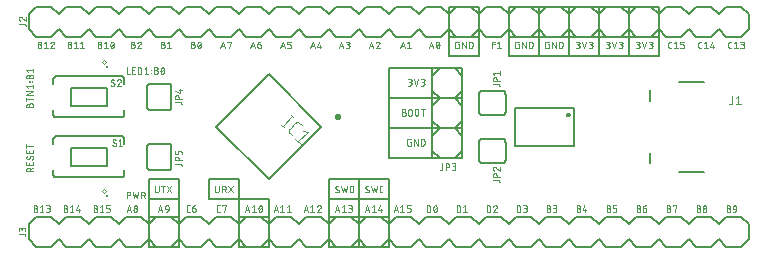
<source format=gbr>
G04 EAGLE Gerber RS-274X export*
G75*
%MOMM*%
%FSLAX34Y34*%
%LPD*%
%INSilkscreen Top*%
%IPPOS*%
%AMOC8*
5,1,8,0,0,1.08239X$1,22.5*%
G01*
%ADD10C,0.050800*%
%ADD11C,0.203200*%
%ADD12C,0.200000*%
%ADD13C,0.250000*%
%ADD14C,0.101600*%
%ADD15C,0.076200*%
%ADD16C,0.152400*%
%ADD17C,0.063400*%
%ADD18C,0.250000*%
%ADD19C,0.127000*%


D10*
X273897Y58674D02*
X273967Y58676D01*
X274036Y58682D01*
X274105Y58692D01*
X274173Y58705D01*
X274241Y58723D01*
X274307Y58744D01*
X274372Y58769D01*
X274436Y58797D01*
X274498Y58829D01*
X274558Y58864D01*
X274616Y58903D01*
X274671Y58945D01*
X274725Y58990D01*
X274775Y59038D01*
X274823Y59088D01*
X274868Y59142D01*
X274910Y59197D01*
X274949Y59255D01*
X274984Y59315D01*
X275016Y59377D01*
X275044Y59441D01*
X275069Y59506D01*
X275090Y59572D01*
X275108Y59640D01*
X275121Y59708D01*
X275131Y59777D01*
X275137Y59846D01*
X275139Y59916D01*
X273897Y58674D02*
X273798Y58676D01*
X273700Y58681D01*
X273602Y58691D01*
X273504Y58704D01*
X273407Y58720D01*
X273310Y58740D01*
X273215Y58764D01*
X273120Y58792D01*
X273026Y58823D01*
X272934Y58857D01*
X272843Y58895D01*
X272753Y58936D01*
X272665Y58981D01*
X272579Y59029D01*
X272495Y59080D01*
X272413Y59134D01*
X272332Y59192D01*
X272254Y59252D01*
X272179Y59315D01*
X272105Y59381D01*
X272035Y59450D01*
X272189Y63020D02*
X272191Y63090D01*
X272197Y63159D01*
X272207Y63228D01*
X272220Y63296D01*
X272238Y63364D01*
X272259Y63430D01*
X272284Y63495D01*
X272312Y63559D01*
X272344Y63621D01*
X272379Y63681D01*
X272418Y63739D01*
X272460Y63794D01*
X272505Y63848D01*
X272553Y63898D01*
X272603Y63946D01*
X272657Y63991D01*
X272712Y64033D01*
X272770Y64072D01*
X272830Y64107D01*
X272892Y64139D01*
X272956Y64167D01*
X273021Y64192D01*
X273087Y64213D01*
X273155Y64231D01*
X273223Y64244D01*
X273292Y64254D01*
X273361Y64260D01*
X273431Y64262D01*
X273525Y64260D01*
X273618Y64254D01*
X273711Y64245D01*
X273804Y64232D01*
X273896Y64215D01*
X273987Y64195D01*
X274078Y64170D01*
X274167Y64143D01*
X274255Y64111D01*
X274342Y64076D01*
X274428Y64038D01*
X274511Y63996D01*
X274593Y63951D01*
X274674Y63903D01*
X274752Y63851D01*
X274828Y63796D01*
X272810Y61934D02*
X272751Y61970D01*
X272695Y62010D01*
X272641Y62053D01*
X272589Y62098D01*
X272540Y62147D01*
X272494Y62198D01*
X272451Y62251D01*
X272410Y62307D01*
X272373Y62365D01*
X272338Y62425D01*
X272308Y62486D01*
X272280Y62549D01*
X272256Y62614D01*
X272236Y62680D01*
X272219Y62747D01*
X272206Y62814D01*
X272197Y62882D01*
X272191Y62951D01*
X272189Y63020D01*
X274517Y61002D02*
X274576Y60966D01*
X274632Y60926D01*
X274686Y60883D01*
X274738Y60838D01*
X274787Y60789D01*
X274833Y60738D01*
X274876Y60685D01*
X274917Y60629D01*
X274954Y60571D01*
X274989Y60511D01*
X275019Y60450D01*
X275047Y60387D01*
X275071Y60322D01*
X275091Y60256D01*
X275108Y60189D01*
X275121Y60122D01*
X275130Y60054D01*
X275136Y59985D01*
X275138Y59916D01*
X274518Y61002D02*
X272810Y61934D01*
X277138Y64262D02*
X278379Y58674D01*
X279621Y62399D01*
X280863Y58674D01*
X282105Y64262D01*
X284470Y64262D02*
X284470Y58674D01*
X284470Y64262D02*
X286022Y64262D01*
X286098Y64260D01*
X286174Y64255D01*
X286250Y64245D01*
X286325Y64232D01*
X286399Y64215D01*
X286473Y64195D01*
X286545Y64171D01*
X286616Y64144D01*
X286686Y64113D01*
X286754Y64079D01*
X286820Y64041D01*
X286884Y64000D01*
X286947Y63957D01*
X287007Y63910D01*
X287064Y63860D01*
X287119Y63807D01*
X287172Y63752D01*
X287222Y63695D01*
X287269Y63635D01*
X287312Y63572D01*
X287353Y63508D01*
X287391Y63442D01*
X287425Y63374D01*
X287456Y63304D01*
X287483Y63233D01*
X287507Y63160D01*
X287527Y63087D01*
X287544Y63013D01*
X287557Y62938D01*
X287567Y62862D01*
X287572Y62786D01*
X287574Y62710D01*
X287574Y60226D01*
X287572Y60147D01*
X287566Y60069D01*
X287556Y59991D01*
X287542Y59914D01*
X287524Y59837D01*
X287503Y59761D01*
X287477Y59687D01*
X287448Y59614D01*
X287415Y59543D01*
X287379Y59473D01*
X287339Y59405D01*
X287296Y59339D01*
X287249Y59276D01*
X287200Y59215D01*
X287147Y59157D01*
X287091Y59101D01*
X287033Y59048D01*
X286972Y58999D01*
X286909Y58952D01*
X286843Y58909D01*
X286775Y58869D01*
X286706Y58833D01*
X286634Y58800D01*
X286561Y58771D01*
X286487Y58745D01*
X286411Y58724D01*
X286334Y58706D01*
X286257Y58692D01*
X286179Y58682D01*
X286101Y58676D01*
X286022Y58674D01*
X284470Y58674D01*
X299297Y58674D02*
X299367Y58676D01*
X299436Y58682D01*
X299505Y58692D01*
X299573Y58705D01*
X299641Y58723D01*
X299707Y58744D01*
X299772Y58769D01*
X299836Y58797D01*
X299898Y58829D01*
X299958Y58864D01*
X300016Y58903D01*
X300071Y58945D01*
X300125Y58990D01*
X300175Y59038D01*
X300223Y59088D01*
X300268Y59142D01*
X300310Y59197D01*
X300349Y59255D01*
X300384Y59315D01*
X300416Y59377D01*
X300444Y59441D01*
X300469Y59506D01*
X300490Y59572D01*
X300508Y59640D01*
X300521Y59708D01*
X300531Y59777D01*
X300537Y59846D01*
X300539Y59916D01*
X299297Y58674D02*
X299198Y58676D01*
X299100Y58681D01*
X299002Y58691D01*
X298904Y58704D01*
X298807Y58720D01*
X298710Y58740D01*
X298615Y58764D01*
X298520Y58792D01*
X298426Y58823D01*
X298334Y58857D01*
X298243Y58895D01*
X298153Y58936D01*
X298065Y58981D01*
X297979Y59029D01*
X297895Y59080D01*
X297813Y59134D01*
X297732Y59192D01*
X297654Y59252D01*
X297579Y59315D01*
X297505Y59381D01*
X297435Y59450D01*
X297589Y63020D02*
X297591Y63090D01*
X297597Y63159D01*
X297607Y63228D01*
X297620Y63296D01*
X297638Y63364D01*
X297659Y63430D01*
X297684Y63495D01*
X297712Y63559D01*
X297744Y63621D01*
X297779Y63681D01*
X297818Y63739D01*
X297860Y63794D01*
X297905Y63848D01*
X297953Y63898D01*
X298003Y63946D01*
X298057Y63991D01*
X298112Y64033D01*
X298170Y64072D01*
X298230Y64107D01*
X298292Y64139D01*
X298356Y64167D01*
X298421Y64192D01*
X298487Y64213D01*
X298555Y64231D01*
X298623Y64244D01*
X298692Y64254D01*
X298761Y64260D01*
X298831Y64262D01*
X298925Y64260D01*
X299018Y64254D01*
X299111Y64245D01*
X299204Y64232D01*
X299296Y64215D01*
X299387Y64195D01*
X299478Y64170D01*
X299567Y64143D01*
X299655Y64111D01*
X299742Y64076D01*
X299828Y64038D01*
X299911Y63996D01*
X299993Y63951D01*
X300074Y63903D01*
X300152Y63851D01*
X300228Y63796D01*
X298210Y61934D02*
X298151Y61970D01*
X298095Y62010D01*
X298041Y62053D01*
X297989Y62098D01*
X297940Y62147D01*
X297894Y62198D01*
X297851Y62251D01*
X297810Y62307D01*
X297773Y62365D01*
X297738Y62425D01*
X297708Y62486D01*
X297680Y62549D01*
X297656Y62614D01*
X297636Y62680D01*
X297619Y62747D01*
X297606Y62814D01*
X297597Y62882D01*
X297591Y62951D01*
X297589Y63020D01*
X299917Y61002D02*
X299976Y60966D01*
X300032Y60926D01*
X300086Y60883D01*
X300138Y60838D01*
X300187Y60789D01*
X300233Y60738D01*
X300276Y60685D01*
X300317Y60629D01*
X300354Y60571D01*
X300389Y60511D01*
X300419Y60450D01*
X300447Y60387D01*
X300471Y60322D01*
X300491Y60256D01*
X300508Y60189D01*
X300521Y60122D01*
X300530Y60054D01*
X300536Y59985D01*
X300538Y59916D01*
X299918Y61002D02*
X298210Y61934D01*
X302538Y64262D02*
X303779Y58674D01*
X305021Y62399D01*
X306263Y58674D01*
X307505Y64262D01*
X310912Y58674D02*
X312154Y58674D01*
X310912Y58674D02*
X310842Y58676D01*
X310773Y58682D01*
X310704Y58692D01*
X310636Y58705D01*
X310568Y58723D01*
X310502Y58744D01*
X310437Y58769D01*
X310373Y58797D01*
X310311Y58829D01*
X310251Y58864D01*
X310193Y58903D01*
X310138Y58945D01*
X310084Y58990D01*
X310034Y59038D01*
X309986Y59088D01*
X309941Y59142D01*
X309899Y59197D01*
X309860Y59255D01*
X309825Y59315D01*
X309793Y59377D01*
X309765Y59441D01*
X309740Y59506D01*
X309719Y59572D01*
X309701Y59640D01*
X309688Y59708D01*
X309678Y59777D01*
X309672Y59846D01*
X309670Y59916D01*
X309671Y59916D02*
X309671Y63020D01*
X309670Y63020D02*
X309672Y63090D01*
X309678Y63159D01*
X309688Y63228D01*
X309701Y63296D01*
X309719Y63364D01*
X309740Y63430D01*
X309765Y63495D01*
X309793Y63559D01*
X309825Y63621D01*
X309860Y63681D01*
X309899Y63739D01*
X309941Y63794D01*
X309986Y63848D01*
X310034Y63898D01*
X310084Y63946D01*
X310138Y63991D01*
X310193Y64033D01*
X310251Y64072D01*
X310311Y64107D01*
X310373Y64139D01*
X310437Y64167D01*
X310502Y64192D01*
X310568Y64213D01*
X310636Y64231D01*
X310704Y64244D01*
X310773Y64254D01*
X310842Y64260D01*
X310912Y64262D01*
X312154Y64262D01*
X333649Y149098D02*
X335201Y149098D01*
X335278Y149100D01*
X335356Y149106D01*
X335432Y149115D01*
X335509Y149129D01*
X335584Y149146D01*
X335658Y149167D01*
X335732Y149192D01*
X335804Y149220D01*
X335874Y149252D01*
X335943Y149287D01*
X336010Y149326D01*
X336075Y149368D01*
X336138Y149413D01*
X336199Y149461D01*
X336257Y149512D01*
X336312Y149566D01*
X336365Y149623D01*
X336414Y149682D01*
X336461Y149744D01*
X336505Y149808D01*
X336545Y149874D01*
X336582Y149942D01*
X336616Y150012D01*
X336646Y150083D01*
X336672Y150156D01*
X336695Y150230D01*
X336714Y150305D01*
X336729Y150380D01*
X336741Y150457D01*
X336749Y150534D01*
X336753Y150611D01*
X336753Y150689D01*
X336749Y150766D01*
X336741Y150843D01*
X336729Y150920D01*
X336714Y150995D01*
X336695Y151070D01*
X336672Y151144D01*
X336646Y151217D01*
X336616Y151288D01*
X336582Y151358D01*
X336545Y151426D01*
X336505Y151492D01*
X336461Y151556D01*
X336414Y151618D01*
X336365Y151677D01*
X336312Y151734D01*
X336257Y151788D01*
X336199Y151839D01*
X336138Y151887D01*
X336075Y151932D01*
X336010Y151974D01*
X335943Y152013D01*
X335874Y152048D01*
X335804Y152080D01*
X335732Y152108D01*
X335658Y152133D01*
X335584Y152154D01*
X335509Y152171D01*
X335432Y152185D01*
X335356Y152194D01*
X335278Y152200D01*
X335201Y152202D01*
X335511Y154686D02*
X333649Y154686D01*
X335511Y154686D02*
X335581Y154684D01*
X335650Y154678D01*
X335719Y154668D01*
X335787Y154655D01*
X335855Y154637D01*
X335921Y154616D01*
X335986Y154591D01*
X336050Y154563D01*
X336112Y154531D01*
X336172Y154496D01*
X336230Y154457D01*
X336285Y154415D01*
X336339Y154370D01*
X336389Y154322D01*
X336437Y154272D01*
X336482Y154218D01*
X336524Y154163D01*
X336563Y154105D01*
X336598Y154045D01*
X336630Y153983D01*
X336658Y153919D01*
X336683Y153854D01*
X336704Y153788D01*
X336722Y153720D01*
X336735Y153652D01*
X336745Y153583D01*
X336751Y153514D01*
X336753Y153444D01*
X336751Y153374D01*
X336745Y153305D01*
X336735Y153236D01*
X336722Y153168D01*
X336704Y153100D01*
X336683Y153034D01*
X336658Y152969D01*
X336630Y152905D01*
X336598Y152843D01*
X336563Y152783D01*
X336524Y152725D01*
X336482Y152670D01*
X336437Y152616D01*
X336389Y152566D01*
X336339Y152518D01*
X336285Y152473D01*
X336230Y152431D01*
X336172Y152392D01*
X336112Y152357D01*
X336050Y152325D01*
X335986Y152297D01*
X335921Y152272D01*
X335855Y152251D01*
X335787Y152233D01*
X335719Y152220D01*
X335650Y152210D01*
X335581Y152204D01*
X335511Y152202D01*
X334270Y152202D01*
X338825Y154686D02*
X340687Y149098D01*
X342550Y154686D01*
X344622Y149098D02*
X346174Y149098D01*
X346251Y149100D01*
X346329Y149106D01*
X346405Y149115D01*
X346482Y149129D01*
X346557Y149146D01*
X346631Y149167D01*
X346705Y149192D01*
X346777Y149220D01*
X346847Y149252D01*
X346916Y149287D01*
X346983Y149326D01*
X347048Y149368D01*
X347111Y149413D01*
X347172Y149461D01*
X347230Y149512D01*
X347285Y149566D01*
X347338Y149623D01*
X347387Y149682D01*
X347434Y149744D01*
X347478Y149808D01*
X347518Y149874D01*
X347555Y149942D01*
X347589Y150012D01*
X347619Y150083D01*
X347645Y150156D01*
X347668Y150230D01*
X347687Y150305D01*
X347702Y150380D01*
X347714Y150457D01*
X347722Y150534D01*
X347726Y150611D01*
X347726Y150689D01*
X347722Y150766D01*
X347714Y150843D01*
X347702Y150920D01*
X347687Y150995D01*
X347668Y151070D01*
X347645Y151144D01*
X347619Y151217D01*
X347589Y151288D01*
X347555Y151358D01*
X347518Y151426D01*
X347478Y151492D01*
X347434Y151556D01*
X347387Y151618D01*
X347338Y151677D01*
X347285Y151734D01*
X347230Y151788D01*
X347172Y151839D01*
X347111Y151887D01*
X347048Y151932D01*
X346983Y151974D01*
X346916Y152013D01*
X346847Y152048D01*
X346777Y152080D01*
X346705Y152108D01*
X346631Y152133D01*
X346557Y152154D01*
X346482Y152171D01*
X346405Y152185D01*
X346329Y152194D01*
X346251Y152200D01*
X346174Y152202D01*
X346484Y154686D02*
X344622Y154686D01*
X346484Y154686D02*
X346554Y154684D01*
X346623Y154678D01*
X346692Y154668D01*
X346760Y154655D01*
X346828Y154637D01*
X346894Y154616D01*
X346959Y154591D01*
X347023Y154563D01*
X347085Y154531D01*
X347145Y154496D01*
X347203Y154457D01*
X347258Y154415D01*
X347312Y154370D01*
X347362Y154322D01*
X347410Y154272D01*
X347455Y154218D01*
X347497Y154163D01*
X347536Y154105D01*
X347571Y154045D01*
X347603Y153983D01*
X347631Y153919D01*
X347656Y153854D01*
X347677Y153788D01*
X347695Y153720D01*
X347708Y153652D01*
X347718Y153583D01*
X347724Y153514D01*
X347726Y153444D01*
X347724Y153374D01*
X347718Y153305D01*
X347708Y153236D01*
X347695Y153168D01*
X347677Y153100D01*
X347656Y153034D01*
X347631Y152969D01*
X347603Y152905D01*
X347571Y152843D01*
X347536Y152783D01*
X347497Y152725D01*
X347455Y152670D01*
X347410Y152616D01*
X347362Y152566D01*
X347312Y152518D01*
X347258Y152473D01*
X347203Y152431D01*
X347145Y152392D01*
X347085Y152357D01*
X347023Y152325D01*
X346959Y152297D01*
X346894Y152272D01*
X346828Y152251D01*
X346760Y152233D01*
X346692Y152220D01*
X346623Y152210D01*
X346554Y152204D01*
X346484Y152202D01*
X345242Y152202D01*
X330346Y126802D02*
X328794Y126802D01*
X330346Y126802D02*
X330423Y126800D01*
X330501Y126794D01*
X330577Y126785D01*
X330654Y126771D01*
X330729Y126754D01*
X330803Y126733D01*
X330877Y126708D01*
X330949Y126680D01*
X331019Y126648D01*
X331088Y126613D01*
X331155Y126574D01*
X331220Y126532D01*
X331283Y126487D01*
X331344Y126439D01*
X331402Y126388D01*
X331457Y126334D01*
X331510Y126277D01*
X331559Y126218D01*
X331606Y126156D01*
X331650Y126092D01*
X331690Y126026D01*
X331727Y125958D01*
X331761Y125888D01*
X331791Y125817D01*
X331817Y125744D01*
X331840Y125670D01*
X331859Y125595D01*
X331874Y125520D01*
X331886Y125443D01*
X331894Y125366D01*
X331898Y125289D01*
X331898Y125211D01*
X331894Y125134D01*
X331886Y125057D01*
X331874Y124980D01*
X331859Y124905D01*
X331840Y124830D01*
X331817Y124756D01*
X331791Y124683D01*
X331761Y124612D01*
X331727Y124542D01*
X331690Y124474D01*
X331650Y124408D01*
X331606Y124344D01*
X331559Y124282D01*
X331510Y124223D01*
X331457Y124166D01*
X331402Y124112D01*
X331344Y124061D01*
X331283Y124013D01*
X331220Y123968D01*
X331155Y123926D01*
X331088Y123887D01*
X331019Y123852D01*
X330949Y123820D01*
X330877Y123792D01*
X330803Y123767D01*
X330729Y123746D01*
X330654Y123729D01*
X330577Y123715D01*
X330501Y123706D01*
X330423Y123700D01*
X330346Y123698D01*
X328794Y123698D01*
X328794Y129286D01*
X330346Y129286D01*
X330416Y129284D01*
X330485Y129278D01*
X330554Y129268D01*
X330622Y129255D01*
X330690Y129237D01*
X330756Y129216D01*
X330821Y129191D01*
X330885Y129163D01*
X330947Y129131D01*
X331007Y129096D01*
X331065Y129057D01*
X331120Y129015D01*
X331174Y128970D01*
X331224Y128922D01*
X331272Y128872D01*
X331317Y128818D01*
X331359Y128763D01*
X331398Y128705D01*
X331433Y128645D01*
X331465Y128583D01*
X331493Y128519D01*
X331518Y128454D01*
X331539Y128388D01*
X331557Y128320D01*
X331570Y128252D01*
X331580Y128183D01*
X331586Y128114D01*
X331588Y128044D01*
X331586Y127974D01*
X331580Y127905D01*
X331570Y127836D01*
X331557Y127768D01*
X331539Y127700D01*
X331518Y127634D01*
X331493Y127569D01*
X331465Y127505D01*
X331433Y127443D01*
X331398Y127383D01*
X331359Y127325D01*
X331317Y127270D01*
X331272Y127216D01*
X331224Y127166D01*
X331174Y127118D01*
X331120Y127073D01*
X331065Y127031D01*
X331007Y126992D01*
X330947Y126957D01*
X330885Y126925D01*
X330821Y126897D01*
X330756Y126872D01*
X330690Y126851D01*
X330622Y126833D01*
X330554Y126820D01*
X330485Y126810D01*
X330416Y126804D01*
X330346Y126802D01*
X334015Y127734D02*
X334015Y125250D01*
X334015Y127734D02*
X334017Y127811D01*
X334023Y127889D01*
X334032Y127965D01*
X334046Y128042D01*
X334063Y128117D01*
X334084Y128191D01*
X334109Y128265D01*
X334137Y128337D01*
X334169Y128407D01*
X334204Y128476D01*
X334243Y128543D01*
X334285Y128608D01*
X334330Y128671D01*
X334378Y128732D01*
X334429Y128790D01*
X334483Y128845D01*
X334540Y128898D01*
X334599Y128947D01*
X334661Y128994D01*
X334725Y129038D01*
X334791Y129078D01*
X334859Y129115D01*
X334929Y129149D01*
X335000Y129179D01*
X335073Y129205D01*
X335147Y129228D01*
X335222Y129247D01*
X335297Y129262D01*
X335374Y129274D01*
X335451Y129282D01*
X335528Y129286D01*
X335606Y129286D01*
X335683Y129282D01*
X335760Y129274D01*
X335837Y129262D01*
X335912Y129247D01*
X335987Y129228D01*
X336061Y129205D01*
X336134Y129179D01*
X336205Y129149D01*
X336275Y129115D01*
X336343Y129078D01*
X336409Y129038D01*
X336473Y128994D01*
X336535Y128947D01*
X336594Y128898D01*
X336651Y128845D01*
X336705Y128790D01*
X336756Y128732D01*
X336804Y128671D01*
X336849Y128608D01*
X336891Y128543D01*
X336930Y128476D01*
X336965Y128407D01*
X336997Y128337D01*
X337025Y128265D01*
X337050Y128191D01*
X337071Y128117D01*
X337088Y128042D01*
X337102Y127965D01*
X337111Y127889D01*
X337117Y127811D01*
X337119Y127734D01*
X337119Y125250D01*
X337117Y125173D01*
X337111Y125095D01*
X337102Y125019D01*
X337088Y124942D01*
X337071Y124867D01*
X337050Y124793D01*
X337025Y124719D01*
X336997Y124647D01*
X336965Y124577D01*
X336930Y124508D01*
X336891Y124441D01*
X336849Y124376D01*
X336804Y124313D01*
X336756Y124252D01*
X336705Y124194D01*
X336651Y124139D01*
X336594Y124086D01*
X336535Y124037D01*
X336473Y123990D01*
X336409Y123946D01*
X336343Y123906D01*
X336275Y123869D01*
X336205Y123835D01*
X336134Y123805D01*
X336061Y123779D01*
X335987Y123756D01*
X335912Y123737D01*
X335837Y123722D01*
X335760Y123710D01*
X335683Y123702D01*
X335606Y123698D01*
X335528Y123698D01*
X335451Y123702D01*
X335374Y123710D01*
X335297Y123722D01*
X335222Y123737D01*
X335147Y123756D01*
X335073Y123779D01*
X335000Y123805D01*
X334929Y123835D01*
X334859Y123869D01*
X334791Y123906D01*
X334725Y123946D01*
X334661Y123990D01*
X334599Y124037D01*
X334540Y124086D01*
X334483Y124139D01*
X334429Y124194D01*
X334378Y124252D01*
X334330Y124313D01*
X334285Y124376D01*
X334243Y124441D01*
X334204Y124508D01*
X334169Y124577D01*
X334137Y124647D01*
X334109Y124719D01*
X334084Y124793D01*
X334063Y124867D01*
X334046Y124942D01*
X334032Y125019D01*
X334023Y125095D01*
X334017Y125173D01*
X334015Y125250D01*
X339501Y125250D02*
X339501Y127734D01*
X339503Y127811D01*
X339509Y127889D01*
X339518Y127965D01*
X339532Y128042D01*
X339549Y128117D01*
X339570Y128191D01*
X339595Y128265D01*
X339623Y128337D01*
X339655Y128407D01*
X339690Y128476D01*
X339729Y128543D01*
X339771Y128608D01*
X339816Y128671D01*
X339864Y128732D01*
X339915Y128790D01*
X339969Y128845D01*
X340026Y128898D01*
X340085Y128947D01*
X340147Y128994D01*
X340211Y129038D01*
X340277Y129078D01*
X340345Y129115D01*
X340415Y129149D01*
X340486Y129179D01*
X340559Y129205D01*
X340633Y129228D01*
X340708Y129247D01*
X340783Y129262D01*
X340860Y129274D01*
X340937Y129282D01*
X341014Y129286D01*
X341092Y129286D01*
X341169Y129282D01*
X341246Y129274D01*
X341323Y129262D01*
X341398Y129247D01*
X341473Y129228D01*
X341547Y129205D01*
X341620Y129179D01*
X341691Y129149D01*
X341761Y129115D01*
X341829Y129078D01*
X341895Y129038D01*
X341959Y128994D01*
X342021Y128947D01*
X342080Y128898D01*
X342137Y128845D01*
X342191Y128790D01*
X342242Y128732D01*
X342290Y128671D01*
X342335Y128608D01*
X342377Y128543D01*
X342416Y128476D01*
X342451Y128407D01*
X342483Y128337D01*
X342511Y128265D01*
X342536Y128191D01*
X342557Y128117D01*
X342574Y128042D01*
X342588Y127965D01*
X342597Y127889D01*
X342603Y127811D01*
X342605Y127734D01*
X342605Y125250D01*
X342603Y125173D01*
X342597Y125095D01*
X342588Y125019D01*
X342574Y124942D01*
X342557Y124867D01*
X342536Y124793D01*
X342511Y124719D01*
X342483Y124647D01*
X342451Y124577D01*
X342416Y124508D01*
X342377Y124441D01*
X342335Y124376D01*
X342290Y124313D01*
X342242Y124252D01*
X342191Y124194D01*
X342137Y124139D01*
X342080Y124086D01*
X342021Y124037D01*
X341959Y123990D01*
X341895Y123946D01*
X341829Y123906D01*
X341761Y123869D01*
X341691Y123835D01*
X341620Y123805D01*
X341547Y123779D01*
X341473Y123756D01*
X341398Y123737D01*
X341323Y123722D01*
X341246Y123710D01*
X341169Y123702D01*
X341092Y123698D01*
X341014Y123698D01*
X340937Y123702D01*
X340860Y123710D01*
X340783Y123722D01*
X340708Y123737D01*
X340633Y123756D01*
X340559Y123779D01*
X340486Y123805D01*
X340415Y123835D01*
X340345Y123869D01*
X340277Y123906D01*
X340211Y123946D01*
X340147Y123990D01*
X340085Y124037D01*
X340026Y124086D01*
X339969Y124139D01*
X339915Y124194D01*
X339864Y124252D01*
X339816Y124313D01*
X339771Y124376D01*
X339729Y124441D01*
X339690Y124508D01*
X339655Y124577D01*
X339623Y124647D01*
X339595Y124719D01*
X339570Y124793D01*
X339549Y124867D01*
X339532Y124942D01*
X339518Y125019D01*
X339509Y125095D01*
X339503Y125173D01*
X339501Y125250D01*
X346174Y123698D02*
X346174Y129286D01*
X344622Y129286D02*
X347726Y129286D01*
X336022Y101402D02*
X335090Y101402D01*
X336022Y101402D02*
X336022Y98298D01*
X334159Y98298D01*
X334089Y98300D01*
X334020Y98306D01*
X333951Y98316D01*
X333883Y98329D01*
X333815Y98347D01*
X333749Y98368D01*
X333684Y98393D01*
X333620Y98421D01*
X333558Y98453D01*
X333498Y98488D01*
X333440Y98527D01*
X333385Y98569D01*
X333331Y98614D01*
X333281Y98662D01*
X333233Y98712D01*
X333188Y98766D01*
X333146Y98821D01*
X333107Y98879D01*
X333072Y98939D01*
X333040Y99001D01*
X333012Y99065D01*
X332987Y99130D01*
X332966Y99196D01*
X332948Y99264D01*
X332935Y99332D01*
X332925Y99401D01*
X332919Y99470D01*
X332917Y99540D01*
X332917Y102644D01*
X332919Y102714D01*
X332925Y102783D01*
X332935Y102852D01*
X332948Y102920D01*
X332966Y102988D01*
X332987Y103054D01*
X333012Y103119D01*
X333040Y103183D01*
X333072Y103245D01*
X333107Y103305D01*
X333146Y103363D01*
X333188Y103418D01*
X333233Y103472D01*
X333281Y103522D01*
X333331Y103570D01*
X333385Y103615D01*
X333440Y103657D01*
X333498Y103696D01*
X333558Y103731D01*
X333620Y103763D01*
X333684Y103791D01*
X333749Y103816D01*
X333815Y103837D01*
X333883Y103855D01*
X333951Y103868D01*
X334020Y103878D01*
X334089Y103884D01*
X334159Y103886D01*
X336022Y103886D01*
X338769Y103886D02*
X338769Y98298D01*
X341874Y98298D02*
X338769Y103886D01*
X341874Y103886D02*
X341874Y98298D01*
X344622Y98298D02*
X344622Y103886D01*
X346174Y103886D01*
X346250Y103884D01*
X346326Y103879D01*
X346402Y103869D01*
X346477Y103856D01*
X346551Y103839D01*
X346625Y103819D01*
X346697Y103795D01*
X346768Y103768D01*
X346838Y103737D01*
X346906Y103703D01*
X346972Y103665D01*
X347036Y103624D01*
X347099Y103581D01*
X347159Y103534D01*
X347216Y103484D01*
X347271Y103431D01*
X347324Y103376D01*
X347374Y103319D01*
X347421Y103259D01*
X347464Y103196D01*
X347505Y103132D01*
X347543Y103066D01*
X347577Y102998D01*
X347608Y102928D01*
X347635Y102857D01*
X347659Y102784D01*
X347679Y102711D01*
X347696Y102637D01*
X347709Y102562D01*
X347719Y102486D01*
X347724Y102410D01*
X347726Y102334D01*
X347726Y99850D01*
X347724Y99771D01*
X347718Y99693D01*
X347708Y99615D01*
X347694Y99538D01*
X347676Y99461D01*
X347655Y99385D01*
X347629Y99311D01*
X347600Y99238D01*
X347567Y99167D01*
X347531Y99097D01*
X347491Y99029D01*
X347448Y98963D01*
X347401Y98900D01*
X347352Y98839D01*
X347299Y98781D01*
X347243Y98725D01*
X347185Y98672D01*
X347124Y98623D01*
X347061Y98576D01*
X346995Y98533D01*
X346927Y98493D01*
X346858Y98457D01*
X346786Y98424D01*
X346713Y98395D01*
X346639Y98369D01*
X346563Y98348D01*
X346486Y98330D01*
X346409Y98316D01*
X346331Y98306D01*
X346253Y98300D01*
X346174Y98298D01*
X344622Y98298D01*
X475889Y180848D02*
X477441Y180848D01*
X477518Y180850D01*
X477596Y180856D01*
X477672Y180865D01*
X477749Y180879D01*
X477824Y180896D01*
X477898Y180917D01*
X477972Y180942D01*
X478044Y180970D01*
X478114Y181002D01*
X478183Y181037D01*
X478250Y181076D01*
X478315Y181118D01*
X478378Y181163D01*
X478439Y181211D01*
X478497Y181262D01*
X478552Y181316D01*
X478605Y181373D01*
X478654Y181432D01*
X478701Y181494D01*
X478745Y181558D01*
X478785Y181624D01*
X478822Y181692D01*
X478856Y181762D01*
X478886Y181833D01*
X478912Y181906D01*
X478935Y181980D01*
X478954Y182055D01*
X478969Y182130D01*
X478981Y182207D01*
X478989Y182284D01*
X478993Y182361D01*
X478993Y182439D01*
X478989Y182516D01*
X478981Y182593D01*
X478969Y182670D01*
X478954Y182745D01*
X478935Y182820D01*
X478912Y182894D01*
X478886Y182967D01*
X478856Y183038D01*
X478822Y183108D01*
X478785Y183176D01*
X478745Y183242D01*
X478701Y183306D01*
X478654Y183368D01*
X478605Y183427D01*
X478552Y183484D01*
X478497Y183538D01*
X478439Y183589D01*
X478378Y183637D01*
X478315Y183682D01*
X478250Y183724D01*
X478183Y183763D01*
X478114Y183798D01*
X478044Y183830D01*
X477972Y183858D01*
X477898Y183883D01*
X477824Y183904D01*
X477749Y183921D01*
X477672Y183935D01*
X477596Y183944D01*
X477518Y183950D01*
X477441Y183952D01*
X477751Y186436D02*
X475889Y186436D01*
X477751Y186436D02*
X477821Y186434D01*
X477890Y186428D01*
X477959Y186418D01*
X478027Y186405D01*
X478095Y186387D01*
X478161Y186366D01*
X478226Y186341D01*
X478290Y186313D01*
X478352Y186281D01*
X478412Y186246D01*
X478470Y186207D01*
X478525Y186165D01*
X478579Y186120D01*
X478629Y186072D01*
X478677Y186022D01*
X478722Y185968D01*
X478764Y185913D01*
X478803Y185855D01*
X478838Y185795D01*
X478870Y185733D01*
X478898Y185669D01*
X478923Y185604D01*
X478944Y185538D01*
X478962Y185470D01*
X478975Y185402D01*
X478985Y185333D01*
X478991Y185264D01*
X478993Y185194D01*
X478991Y185124D01*
X478985Y185055D01*
X478975Y184986D01*
X478962Y184918D01*
X478944Y184850D01*
X478923Y184784D01*
X478898Y184719D01*
X478870Y184655D01*
X478838Y184593D01*
X478803Y184533D01*
X478764Y184475D01*
X478722Y184420D01*
X478677Y184366D01*
X478629Y184316D01*
X478579Y184268D01*
X478525Y184223D01*
X478470Y184181D01*
X478412Y184142D01*
X478352Y184107D01*
X478290Y184075D01*
X478226Y184047D01*
X478161Y184022D01*
X478095Y184001D01*
X478027Y183983D01*
X477959Y183970D01*
X477890Y183960D01*
X477821Y183954D01*
X477751Y183952D01*
X476510Y183952D01*
X481065Y186436D02*
X482927Y180848D01*
X484790Y186436D01*
X486862Y180848D02*
X488414Y180848D01*
X488491Y180850D01*
X488569Y180856D01*
X488645Y180865D01*
X488722Y180879D01*
X488797Y180896D01*
X488871Y180917D01*
X488945Y180942D01*
X489017Y180970D01*
X489087Y181002D01*
X489156Y181037D01*
X489223Y181076D01*
X489288Y181118D01*
X489351Y181163D01*
X489412Y181211D01*
X489470Y181262D01*
X489525Y181316D01*
X489578Y181373D01*
X489627Y181432D01*
X489674Y181494D01*
X489718Y181558D01*
X489758Y181624D01*
X489795Y181692D01*
X489829Y181762D01*
X489859Y181833D01*
X489885Y181906D01*
X489908Y181980D01*
X489927Y182055D01*
X489942Y182130D01*
X489954Y182207D01*
X489962Y182284D01*
X489966Y182361D01*
X489966Y182439D01*
X489962Y182516D01*
X489954Y182593D01*
X489942Y182670D01*
X489927Y182745D01*
X489908Y182820D01*
X489885Y182894D01*
X489859Y182967D01*
X489829Y183038D01*
X489795Y183108D01*
X489758Y183176D01*
X489718Y183242D01*
X489674Y183306D01*
X489627Y183368D01*
X489578Y183427D01*
X489525Y183484D01*
X489470Y183538D01*
X489412Y183589D01*
X489351Y183637D01*
X489288Y183682D01*
X489223Y183724D01*
X489156Y183763D01*
X489087Y183798D01*
X489017Y183830D01*
X488945Y183858D01*
X488871Y183883D01*
X488797Y183904D01*
X488722Y183921D01*
X488645Y183935D01*
X488569Y183944D01*
X488491Y183950D01*
X488414Y183952D01*
X488724Y186436D02*
X486862Y186436D01*
X488724Y186436D02*
X488794Y186434D01*
X488863Y186428D01*
X488932Y186418D01*
X489000Y186405D01*
X489068Y186387D01*
X489134Y186366D01*
X489199Y186341D01*
X489263Y186313D01*
X489325Y186281D01*
X489385Y186246D01*
X489443Y186207D01*
X489498Y186165D01*
X489552Y186120D01*
X489602Y186072D01*
X489650Y186022D01*
X489695Y185968D01*
X489737Y185913D01*
X489776Y185855D01*
X489811Y185795D01*
X489843Y185733D01*
X489871Y185669D01*
X489896Y185604D01*
X489917Y185538D01*
X489935Y185470D01*
X489948Y185402D01*
X489958Y185333D01*
X489964Y185264D01*
X489966Y185194D01*
X489964Y185124D01*
X489958Y185055D01*
X489948Y184986D01*
X489935Y184918D01*
X489917Y184850D01*
X489896Y184784D01*
X489871Y184719D01*
X489843Y184655D01*
X489811Y184593D01*
X489776Y184533D01*
X489737Y184475D01*
X489695Y184420D01*
X489650Y184366D01*
X489602Y184316D01*
X489552Y184268D01*
X489498Y184223D01*
X489443Y184181D01*
X489385Y184142D01*
X489325Y184107D01*
X489263Y184075D01*
X489199Y184047D01*
X489134Y184022D01*
X489068Y184001D01*
X489000Y183983D01*
X488932Y183970D01*
X488863Y183960D01*
X488794Y183954D01*
X488724Y183952D01*
X487482Y183952D01*
X501289Y180848D02*
X502841Y180848D01*
X502918Y180850D01*
X502996Y180856D01*
X503072Y180865D01*
X503149Y180879D01*
X503224Y180896D01*
X503298Y180917D01*
X503372Y180942D01*
X503444Y180970D01*
X503514Y181002D01*
X503583Y181037D01*
X503650Y181076D01*
X503715Y181118D01*
X503778Y181163D01*
X503839Y181211D01*
X503897Y181262D01*
X503952Y181316D01*
X504005Y181373D01*
X504054Y181432D01*
X504101Y181494D01*
X504145Y181558D01*
X504185Y181624D01*
X504222Y181692D01*
X504256Y181762D01*
X504286Y181833D01*
X504312Y181906D01*
X504335Y181980D01*
X504354Y182055D01*
X504369Y182130D01*
X504381Y182207D01*
X504389Y182284D01*
X504393Y182361D01*
X504393Y182439D01*
X504389Y182516D01*
X504381Y182593D01*
X504369Y182670D01*
X504354Y182745D01*
X504335Y182820D01*
X504312Y182894D01*
X504286Y182967D01*
X504256Y183038D01*
X504222Y183108D01*
X504185Y183176D01*
X504145Y183242D01*
X504101Y183306D01*
X504054Y183368D01*
X504005Y183427D01*
X503952Y183484D01*
X503897Y183538D01*
X503839Y183589D01*
X503778Y183637D01*
X503715Y183682D01*
X503650Y183724D01*
X503583Y183763D01*
X503514Y183798D01*
X503444Y183830D01*
X503372Y183858D01*
X503298Y183883D01*
X503224Y183904D01*
X503149Y183921D01*
X503072Y183935D01*
X502996Y183944D01*
X502918Y183950D01*
X502841Y183952D01*
X503151Y186436D02*
X501289Y186436D01*
X503151Y186436D02*
X503221Y186434D01*
X503290Y186428D01*
X503359Y186418D01*
X503427Y186405D01*
X503495Y186387D01*
X503561Y186366D01*
X503626Y186341D01*
X503690Y186313D01*
X503752Y186281D01*
X503812Y186246D01*
X503870Y186207D01*
X503925Y186165D01*
X503979Y186120D01*
X504029Y186072D01*
X504077Y186022D01*
X504122Y185968D01*
X504164Y185913D01*
X504203Y185855D01*
X504238Y185795D01*
X504270Y185733D01*
X504298Y185669D01*
X504323Y185604D01*
X504344Y185538D01*
X504362Y185470D01*
X504375Y185402D01*
X504385Y185333D01*
X504391Y185264D01*
X504393Y185194D01*
X504391Y185124D01*
X504385Y185055D01*
X504375Y184986D01*
X504362Y184918D01*
X504344Y184850D01*
X504323Y184784D01*
X504298Y184719D01*
X504270Y184655D01*
X504238Y184593D01*
X504203Y184533D01*
X504164Y184475D01*
X504122Y184420D01*
X504077Y184366D01*
X504029Y184316D01*
X503979Y184268D01*
X503925Y184223D01*
X503870Y184181D01*
X503812Y184142D01*
X503752Y184107D01*
X503690Y184075D01*
X503626Y184047D01*
X503561Y184022D01*
X503495Y184001D01*
X503427Y183983D01*
X503359Y183970D01*
X503290Y183960D01*
X503221Y183954D01*
X503151Y183952D01*
X501910Y183952D01*
X506465Y186436D02*
X508327Y180848D01*
X510190Y186436D01*
X512262Y180848D02*
X513814Y180848D01*
X513891Y180850D01*
X513969Y180856D01*
X514045Y180865D01*
X514122Y180879D01*
X514197Y180896D01*
X514271Y180917D01*
X514345Y180942D01*
X514417Y180970D01*
X514487Y181002D01*
X514556Y181037D01*
X514623Y181076D01*
X514688Y181118D01*
X514751Y181163D01*
X514812Y181211D01*
X514870Y181262D01*
X514925Y181316D01*
X514978Y181373D01*
X515027Y181432D01*
X515074Y181494D01*
X515118Y181558D01*
X515158Y181624D01*
X515195Y181692D01*
X515229Y181762D01*
X515259Y181833D01*
X515285Y181906D01*
X515308Y181980D01*
X515327Y182055D01*
X515342Y182130D01*
X515354Y182207D01*
X515362Y182284D01*
X515366Y182361D01*
X515366Y182439D01*
X515362Y182516D01*
X515354Y182593D01*
X515342Y182670D01*
X515327Y182745D01*
X515308Y182820D01*
X515285Y182894D01*
X515259Y182967D01*
X515229Y183038D01*
X515195Y183108D01*
X515158Y183176D01*
X515118Y183242D01*
X515074Y183306D01*
X515027Y183368D01*
X514978Y183427D01*
X514925Y183484D01*
X514870Y183538D01*
X514812Y183589D01*
X514751Y183637D01*
X514688Y183682D01*
X514623Y183724D01*
X514556Y183763D01*
X514487Y183798D01*
X514417Y183830D01*
X514345Y183858D01*
X514271Y183883D01*
X514197Y183904D01*
X514122Y183921D01*
X514045Y183935D01*
X513969Y183944D01*
X513891Y183950D01*
X513814Y183952D01*
X514124Y186436D02*
X512262Y186436D01*
X514124Y186436D02*
X514194Y186434D01*
X514263Y186428D01*
X514332Y186418D01*
X514400Y186405D01*
X514468Y186387D01*
X514534Y186366D01*
X514599Y186341D01*
X514663Y186313D01*
X514725Y186281D01*
X514785Y186246D01*
X514843Y186207D01*
X514898Y186165D01*
X514952Y186120D01*
X515002Y186072D01*
X515050Y186022D01*
X515095Y185968D01*
X515137Y185913D01*
X515176Y185855D01*
X515211Y185795D01*
X515243Y185733D01*
X515271Y185669D01*
X515296Y185604D01*
X515317Y185538D01*
X515335Y185470D01*
X515348Y185402D01*
X515358Y185333D01*
X515364Y185264D01*
X515366Y185194D01*
X515364Y185124D01*
X515358Y185055D01*
X515348Y184986D01*
X515335Y184918D01*
X515317Y184850D01*
X515296Y184784D01*
X515271Y184719D01*
X515243Y184655D01*
X515211Y184593D01*
X515176Y184533D01*
X515137Y184475D01*
X515095Y184420D01*
X515050Y184366D01*
X515002Y184316D01*
X514952Y184268D01*
X514898Y184223D01*
X514843Y184181D01*
X514785Y184142D01*
X514725Y184107D01*
X514663Y184075D01*
X514599Y184047D01*
X514534Y184022D01*
X514468Y184001D01*
X514400Y183983D01*
X514332Y183970D01*
X514263Y183960D01*
X514194Y183954D01*
X514124Y183952D01*
X512882Y183952D01*
X526689Y180848D02*
X528241Y180848D01*
X528318Y180850D01*
X528396Y180856D01*
X528472Y180865D01*
X528549Y180879D01*
X528624Y180896D01*
X528698Y180917D01*
X528772Y180942D01*
X528844Y180970D01*
X528914Y181002D01*
X528983Y181037D01*
X529050Y181076D01*
X529115Y181118D01*
X529178Y181163D01*
X529239Y181211D01*
X529297Y181262D01*
X529352Y181316D01*
X529405Y181373D01*
X529454Y181432D01*
X529501Y181494D01*
X529545Y181558D01*
X529585Y181624D01*
X529622Y181692D01*
X529656Y181762D01*
X529686Y181833D01*
X529712Y181906D01*
X529735Y181980D01*
X529754Y182055D01*
X529769Y182130D01*
X529781Y182207D01*
X529789Y182284D01*
X529793Y182361D01*
X529793Y182439D01*
X529789Y182516D01*
X529781Y182593D01*
X529769Y182670D01*
X529754Y182745D01*
X529735Y182820D01*
X529712Y182894D01*
X529686Y182967D01*
X529656Y183038D01*
X529622Y183108D01*
X529585Y183176D01*
X529545Y183242D01*
X529501Y183306D01*
X529454Y183368D01*
X529405Y183427D01*
X529352Y183484D01*
X529297Y183538D01*
X529239Y183589D01*
X529178Y183637D01*
X529115Y183682D01*
X529050Y183724D01*
X528983Y183763D01*
X528914Y183798D01*
X528844Y183830D01*
X528772Y183858D01*
X528698Y183883D01*
X528624Y183904D01*
X528549Y183921D01*
X528472Y183935D01*
X528396Y183944D01*
X528318Y183950D01*
X528241Y183952D01*
X528551Y186436D02*
X526689Y186436D01*
X528551Y186436D02*
X528621Y186434D01*
X528690Y186428D01*
X528759Y186418D01*
X528827Y186405D01*
X528895Y186387D01*
X528961Y186366D01*
X529026Y186341D01*
X529090Y186313D01*
X529152Y186281D01*
X529212Y186246D01*
X529270Y186207D01*
X529325Y186165D01*
X529379Y186120D01*
X529429Y186072D01*
X529477Y186022D01*
X529522Y185968D01*
X529564Y185913D01*
X529603Y185855D01*
X529638Y185795D01*
X529670Y185733D01*
X529698Y185669D01*
X529723Y185604D01*
X529744Y185538D01*
X529762Y185470D01*
X529775Y185402D01*
X529785Y185333D01*
X529791Y185264D01*
X529793Y185194D01*
X529791Y185124D01*
X529785Y185055D01*
X529775Y184986D01*
X529762Y184918D01*
X529744Y184850D01*
X529723Y184784D01*
X529698Y184719D01*
X529670Y184655D01*
X529638Y184593D01*
X529603Y184533D01*
X529564Y184475D01*
X529522Y184420D01*
X529477Y184366D01*
X529429Y184316D01*
X529379Y184268D01*
X529325Y184223D01*
X529270Y184181D01*
X529212Y184142D01*
X529152Y184107D01*
X529090Y184075D01*
X529026Y184047D01*
X528961Y184022D01*
X528895Y184001D01*
X528827Y183983D01*
X528759Y183970D01*
X528690Y183960D01*
X528621Y183954D01*
X528551Y183952D01*
X527310Y183952D01*
X531865Y186436D02*
X533727Y180848D01*
X535590Y186436D01*
X537662Y180848D02*
X539214Y180848D01*
X539291Y180850D01*
X539369Y180856D01*
X539445Y180865D01*
X539522Y180879D01*
X539597Y180896D01*
X539671Y180917D01*
X539745Y180942D01*
X539817Y180970D01*
X539887Y181002D01*
X539956Y181037D01*
X540023Y181076D01*
X540088Y181118D01*
X540151Y181163D01*
X540212Y181211D01*
X540270Y181262D01*
X540325Y181316D01*
X540378Y181373D01*
X540427Y181432D01*
X540474Y181494D01*
X540518Y181558D01*
X540558Y181624D01*
X540595Y181692D01*
X540629Y181762D01*
X540659Y181833D01*
X540685Y181906D01*
X540708Y181980D01*
X540727Y182055D01*
X540742Y182130D01*
X540754Y182207D01*
X540762Y182284D01*
X540766Y182361D01*
X540766Y182439D01*
X540762Y182516D01*
X540754Y182593D01*
X540742Y182670D01*
X540727Y182745D01*
X540708Y182820D01*
X540685Y182894D01*
X540659Y182967D01*
X540629Y183038D01*
X540595Y183108D01*
X540558Y183176D01*
X540518Y183242D01*
X540474Y183306D01*
X540427Y183368D01*
X540378Y183427D01*
X540325Y183484D01*
X540270Y183538D01*
X540212Y183589D01*
X540151Y183637D01*
X540088Y183682D01*
X540023Y183724D01*
X539956Y183763D01*
X539887Y183798D01*
X539817Y183830D01*
X539745Y183858D01*
X539671Y183883D01*
X539597Y183904D01*
X539522Y183921D01*
X539445Y183935D01*
X539369Y183944D01*
X539291Y183950D01*
X539214Y183952D01*
X539524Y186436D02*
X537662Y186436D01*
X539524Y186436D02*
X539594Y186434D01*
X539663Y186428D01*
X539732Y186418D01*
X539800Y186405D01*
X539868Y186387D01*
X539934Y186366D01*
X539999Y186341D01*
X540063Y186313D01*
X540125Y186281D01*
X540185Y186246D01*
X540243Y186207D01*
X540298Y186165D01*
X540352Y186120D01*
X540402Y186072D01*
X540450Y186022D01*
X540495Y185968D01*
X540537Y185913D01*
X540576Y185855D01*
X540611Y185795D01*
X540643Y185733D01*
X540671Y185669D01*
X540696Y185604D01*
X540717Y185538D01*
X540735Y185470D01*
X540748Y185402D01*
X540758Y185333D01*
X540764Y185264D01*
X540766Y185194D01*
X540764Y185124D01*
X540758Y185055D01*
X540748Y184986D01*
X540735Y184918D01*
X540717Y184850D01*
X540696Y184784D01*
X540671Y184719D01*
X540643Y184655D01*
X540611Y184593D01*
X540576Y184533D01*
X540537Y184475D01*
X540495Y184420D01*
X540450Y184366D01*
X540402Y184316D01*
X540352Y184268D01*
X540298Y184223D01*
X540243Y184181D01*
X540185Y184142D01*
X540125Y184107D01*
X540063Y184075D01*
X539999Y184047D01*
X539934Y184022D01*
X539868Y184001D01*
X539800Y183983D01*
X539732Y183970D01*
X539663Y183960D01*
X539594Y183954D01*
X539524Y183952D01*
X538282Y183952D01*
X427462Y183952D02*
X426530Y183952D01*
X427462Y183952D02*
X427462Y180848D01*
X425599Y180848D01*
X425529Y180850D01*
X425460Y180856D01*
X425391Y180866D01*
X425323Y180879D01*
X425255Y180897D01*
X425189Y180918D01*
X425124Y180943D01*
X425060Y180971D01*
X424998Y181003D01*
X424938Y181038D01*
X424880Y181077D01*
X424825Y181119D01*
X424771Y181164D01*
X424721Y181212D01*
X424673Y181262D01*
X424628Y181316D01*
X424586Y181371D01*
X424547Y181429D01*
X424512Y181489D01*
X424480Y181551D01*
X424452Y181615D01*
X424427Y181680D01*
X424406Y181746D01*
X424388Y181814D01*
X424375Y181882D01*
X424365Y181951D01*
X424359Y182020D01*
X424357Y182090D01*
X424357Y185194D01*
X424359Y185264D01*
X424365Y185333D01*
X424375Y185402D01*
X424388Y185470D01*
X424406Y185538D01*
X424427Y185604D01*
X424452Y185669D01*
X424480Y185733D01*
X424512Y185795D01*
X424547Y185855D01*
X424586Y185913D01*
X424628Y185968D01*
X424673Y186022D01*
X424721Y186072D01*
X424771Y186120D01*
X424825Y186165D01*
X424880Y186207D01*
X424938Y186246D01*
X424998Y186281D01*
X425060Y186313D01*
X425124Y186341D01*
X425189Y186366D01*
X425255Y186387D01*
X425323Y186405D01*
X425391Y186418D01*
X425460Y186428D01*
X425529Y186434D01*
X425599Y186436D01*
X427462Y186436D01*
X430209Y186436D02*
X430209Y180848D01*
X433314Y180848D02*
X430209Y186436D01*
X433314Y186436D02*
X433314Y180848D01*
X436062Y180848D02*
X436062Y186436D01*
X437614Y186436D01*
X437690Y186434D01*
X437766Y186429D01*
X437842Y186419D01*
X437917Y186406D01*
X437991Y186389D01*
X438065Y186369D01*
X438137Y186345D01*
X438208Y186318D01*
X438278Y186287D01*
X438346Y186253D01*
X438412Y186215D01*
X438476Y186174D01*
X438539Y186131D01*
X438599Y186084D01*
X438656Y186034D01*
X438711Y185981D01*
X438764Y185926D01*
X438814Y185869D01*
X438861Y185809D01*
X438904Y185746D01*
X438945Y185682D01*
X438983Y185616D01*
X439017Y185548D01*
X439048Y185478D01*
X439075Y185407D01*
X439099Y185334D01*
X439119Y185261D01*
X439136Y185187D01*
X439149Y185112D01*
X439159Y185036D01*
X439164Y184960D01*
X439166Y184884D01*
X439166Y182400D01*
X439164Y182321D01*
X439158Y182243D01*
X439148Y182165D01*
X439134Y182088D01*
X439116Y182011D01*
X439095Y181935D01*
X439069Y181861D01*
X439040Y181788D01*
X439007Y181717D01*
X438971Y181647D01*
X438931Y181579D01*
X438888Y181513D01*
X438841Y181450D01*
X438792Y181389D01*
X438739Y181331D01*
X438683Y181275D01*
X438625Y181222D01*
X438564Y181173D01*
X438501Y181126D01*
X438435Y181083D01*
X438367Y181043D01*
X438298Y181007D01*
X438226Y180974D01*
X438153Y180945D01*
X438079Y180919D01*
X438003Y180898D01*
X437926Y180880D01*
X437849Y180866D01*
X437771Y180856D01*
X437693Y180850D01*
X437614Y180848D01*
X436062Y180848D01*
X451930Y183952D02*
X452862Y183952D01*
X452862Y180848D01*
X450999Y180848D01*
X450929Y180850D01*
X450860Y180856D01*
X450791Y180866D01*
X450723Y180879D01*
X450655Y180897D01*
X450589Y180918D01*
X450524Y180943D01*
X450460Y180971D01*
X450398Y181003D01*
X450338Y181038D01*
X450280Y181077D01*
X450225Y181119D01*
X450171Y181164D01*
X450121Y181212D01*
X450073Y181262D01*
X450028Y181316D01*
X449986Y181371D01*
X449947Y181429D01*
X449912Y181489D01*
X449880Y181551D01*
X449852Y181615D01*
X449827Y181680D01*
X449806Y181746D01*
X449788Y181814D01*
X449775Y181882D01*
X449765Y181951D01*
X449759Y182020D01*
X449757Y182090D01*
X449757Y185194D01*
X449759Y185264D01*
X449765Y185333D01*
X449775Y185402D01*
X449788Y185470D01*
X449806Y185538D01*
X449827Y185604D01*
X449852Y185669D01*
X449880Y185733D01*
X449912Y185795D01*
X449947Y185855D01*
X449986Y185913D01*
X450028Y185968D01*
X450073Y186022D01*
X450121Y186072D01*
X450171Y186120D01*
X450225Y186165D01*
X450280Y186207D01*
X450338Y186246D01*
X450398Y186281D01*
X450460Y186313D01*
X450524Y186341D01*
X450589Y186366D01*
X450655Y186387D01*
X450723Y186405D01*
X450791Y186418D01*
X450860Y186428D01*
X450929Y186434D01*
X450999Y186436D01*
X452862Y186436D01*
X455609Y186436D02*
X455609Y180848D01*
X458714Y180848D02*
X455609Y186436D01*
X458714Y186436D02*
X458714Y180848D01*
X461462Y180848D02*
X461462Y186436D01*
X463014Y186436D01*
X463090Y186434D01*
X463166Y186429D01*
X463242Y186419D01*
X463317Y186406D01*
X463391Y186389D01*
X463465Y186369D01*
X463537Y186345D01*
X463608Y186318D01*
X463678Y186287D01*
X463746Y186253D01*
X463812Y186215D01*
X463876Y186174D01*
X463939Y186131D01*
X463999Y186084D01*
X464056Y186034D01*
X464111Y185981D01*
X464164Y185926D01*
X464214Y185869D01*
X464261Y185809D01*
X464304Y185746D01*
X464345Y185682D01*
X464383Y185616D01*
X464417Y185548D01*
X464448Y185478D01*
X464475Y185407D01*
X464499Y185334D01*
X464519Y185261D01*
X464536Y185187D01*
X464549Y185112D01*
X464559Y185036D01*
X464564Y184960D01*
X464566Y184884D01*
X464566Y182400D01*
X464564Y182321D01*
X464558Y182243D01*
X464548Y182165D01*
X464534Y182088D01*
X464516Y182011D01*
X464495Y181935D01*
X464469Y181861D01*
X464440Y181788D01*
X464407Y181717D01*
X464371Y181647D01*
X464331Y181579D01*
X464288Y181513D01*
X464241Y181450D01*
X464192Y181389D01*
X464139Y181331D01*
X464083Y181275D01*
X464025Y181222D01*
X463964Y181173D01*
X463901Y181126D01*
X463835Y181083D01*
X463767Y181043D01*
X463698Y181007D01*
X463626Y180974D01*
X463553Y180945D01*
X463479Y180919D01*
X463403Y180898D01*
X463326Y180880D01*
X463249Y180866D01*
X463171Y180856D01*
X463093Y180850D01*
X463014Y180848D01*
X461462Y180848D01*
X376662Y183952D02*
X375730Y183952D01*
X376662Y183952D02*
X376662Y180848D01*
X374799Y180848D01*
X374729Y180850D01*
X374660Y180856D01*
X374591Y180866D01*
X374523Y180879D01*
X374455Y180897D01*
X374389Y180918D01*
X374324Y180943D01*
X374260Y180971D01*
X374198Y181003D01*
X374138Y181038D01*
X374080Y181077D01*
X374025Y181119D01*
X373971Y181164D01*
X373921Y181212D01*
X373873Y181262D01*
X373828Y181316D01*
X373786Y181371D01*
X373747Y181429D01*
X373712Y181489D01*
X373680Y181551D01*
X373652Y181615D01*
X373627Y181680D01*
X373606Y181746D01*
X373588Y181814D01*
X373575Y181882D01*
X373565Y181951D01*
X373559Y182020D01*
X373557Y182090D01*
X373557Y185194D01*
X373559Y185264D01*
X373565Y185333D01*
X373575Y185402D01*
X373588Y185470D01*
X373606Y185538D01*
X373627Y185604D01*
X373652Y185669D01*
X373680Y185733D01*
X373712Y185795D01*
X373747Y185855D01*
X373786Y185913D01*
X373828Y185968D01*
X373873Y186022D01*
X373921Y186072D01*
X373971Y186120D01*
X374025Y186165D01*
X374080Y186207D01*
X374138Y186246D01*
X374198Y186281D01*
X374260Y186313D01*
X374324Y186341D01*
X374389Y186366D01*
X374455Y186387D01*
X374523Y186405D01*
X374591Y186418D01*
X374660Y186428D01*
X374729Y186434D01*
X374799Y186436D01*
X376662Y186436D01*
X379409Y186436D02*
X379409Y180848D01*
X382514Y180848D02*
X379409Y186436D01*
X382514Y186436D02*
X382514Y180848D01*
X385262Y180848D02*
X385262Y186436D01*
X386814Y186436D01*
X386890Y186434D01*
X386966Y186429D01*
X387042Y186419D01*
X387117Y186406D01*
X387191Y186389D01*
X387265Y186369D01*
X387337Y186345D01*
X387408Y186318D01*
X387478Y186287D01*
X387546Y186253D01*
X387612Y186215D01*
X387676Y186174D01*
X387739Y186131D01*
X387799Y186084D01*
X387856Y186034D01*
X387911Y185981D01*
X387964Y185926D01*
X388014Y185869D01*
X388061Y185809D01*
X388104Y185746D01*
X388145Y185682D01*
X388183Y185616D01*
X388217Y185548D01*
X388248Y185478D01*
X388275Y185407D01*
X388299Y185334D01*
X388319Y185261D01*
X388336Y185187D01*
X388349Y185112D01*
X388359Y185036D01*
X388364Y184960D01*
X388366Y184884D01*
X388366Y182400D01*
X388364Y182321D01*
X388358Y182243D01*
X388348Y182165D01*
X388334Y182088D01*
X388316Y182011D01*
X388295Y181935D01*
X388269Y181861D01*
X388240Y181788D01*
X388207Y181717D01*
X388171Y181647D01*
X388131Y181579D01*
X388088Y181513D01*
X388041Y181450D01*
X387992Y181389D01*
X387939Y181331D01*
X387883Y181275D01*
X387825Y181222D01*
X387764Y181173D01*
X387701Y181126D01*
X387635Y181083D01*
X387567Y181043D01*
X387498Y181007D01*
X387426Y180974D01*
X387353Y180945D01*
X387279Y180919D01*
X387203Y180898D01*
X387126Y180880D01*
X387049Y180866D01*
X386971Y180856D01*
X386893Y180850D01*
X386814Y180848D01*
X385262Y180848D01*
D11*
X379730Y163830D02*
X354330Y163830D01*
X317500Y163830D01*
X317500Y138430D01*
X317500Y113030D01*
X317500Y87630D01*
X354330Y87630D01*
X379730Y87630D01*
X379730Y113030D01*
X379730Y138430D01*
X379730Y163830D01*
X379730Y138430D02*
X317500Y138430D01*
X317500Y113030D02*
X379730Y113030D01*
X368300Y190500D02*
X368300Y215900D01*
X368300Y190500D02*
X368300Y173990D01*
X393700Y173990D01*
X393700Y190500D01*
X393700Y215900D01*
X368300Y215900D01*
X419100Y215900D02*
X419100Y190500D01*
X419100Y173990D01*
X444500Y173990D01*
X469900Y173990D01*
X495300Y173990D01*
X520700Y173990D01*
X546100Y173990D01*
X546100Y190500D01*
X546100Y215900D01*
X520700Y215900D01*
X495300Y215900D01*
X469900Y215900D01*
X444500Y215900D01*
X419100Y215900D01*
X444500Y215900D02*
X444500Y173990D01*
X469900Y173990D02*
X469900Y215900D01*
X495300Y215900D02*
X495300Y173990D01*
X520700Y173990D02*
X520700Y215900D01*
X266700Y38100D02*
X266700Y12700D01*
X266700Y38100D02*
X266700Y53340D01*
X266700Y69850D01*
X292100Y69850D01*
X317500Y69850D01*
X317500Y53340D01*
X317500Y38100D01*
X317500Y12700D01*
X292100Y12700D01*
X266700Y12700D01*
X292100Y12700D02*
X292100Y69850D01*
D10*
X18316Y45268D02*
X16764Y45268D01*
X18316Y45268D02*
X18393Y45266D01*
X18471Y45260D01*
X18547Y45251D01*
X18624Y45237D01*
X18699Y45220D01*
X18773Y45199D01*
X18847Y45174D01*
X18919Y45146D01*
X18989Y45114D01*
X19058Y45079D01*
X19125Y45040D01*
X19190Y44998D01*
X19253Y44953D01*
X19314Y44905D01*
X19372Y44854D01*
X19427Y44800D01*
X19480Y44743D01*
X19529Y44684D01*
X19576Y44622D01*
X19620Y44558D01*
X19660Y44492D01*
X19697Y44424D01*
X19731Y44354D01*
X19761Y44283D01*
X19787Y44210D01*
X19810Y44136D01*
X19829Y44061D01*
X19844Y43986D01*
X19856Y43909D01*
X19864Y43832D01*
X19868Y43755D01*
X19868Y43677D01*
X19864Y43600D01*
X19856Y43523D01*
X19844Y43446D01*
X19829Y43371D01*
X19810Y43296D01*
X19787Y43222D01*
X19761Y43149D01*
X19731Y43078D01*
X19697Y43008D01*
X19660Y42940D01*
X19620Y42874D01*
X19576Y42810D01*
X19529Y42748D01*
X19480Y42689D01*
X19427Y42632D01*
X19372Y42578D01*
X19314Y42527D01*
X19253Y42479D01*
X19190Y42434D01*
X19125Y42392D01*
X19058Y42353D01*
X18989Y42318D01*
X18919Y42286D01*
X18847Y42258D01*
X18773Y42233D01*
X18699Y42212D01*
X18624Y42195D01*
X18547Y42181D01*
X18471Y42172D01*
X18393Y42166D01*
X18316Y42164D01*
X16764Y42164D01*
X16764Y47752D01*
X18316Y47752D01*
X18386Y47750D01*
X18455Y47744D01*
X18524Y47734D01*
X18592Y47721D01*
X18660Y47703D01*
X18726Y47682D01*
X18791Y47657D01*
X18855Y47629D01*
X18917Y47597D01*
X18977Y47562D01*
X19035Y47523D01*
X19090Y47481D01*
X19144Y47436D01*
X19194Y47388D01*
X19242Y47338D01*
X19287Y47284D01*
X19329Y47229D01*
X19368Y47171D01*
X19403Y47111D01*
X19435Y47049D01*
X19463Y46985D01*
X19488Y46920D01*
X19509Y46854D01*
X19527Y46786D01*
X19540Y46718D01*
X19550Y46649D01*
X19556Y46580D01*
X19558Y46510D01*
X19556Y46440D01*
X19550Y46371D01*
X19540Y46302D01*
X19527Y46234D01*
X19509Y46166D01*
X19488Y46100D01*
X19463Y46035D01*
X19435Y45971D01*
X19403Y45909D01*
X19368Y45849D01*
X19329Y45791D01*
X19287Y45736D01*
X19242Y45682D01*
X19194Y45632D01*
X19144Y45584D01*
X19090Y45539D01*
X19035Y45497D01*
X18977Y45458D01*
X18917Y45423D01*
X18855Y45391D01*
X18791Y45363D01*
X18726Y45338D01*
X18660Y45317D01*
X18592Y45299D01*
X18524Y45286D01*
X18455Y45276D01*
X18386Y45270D01*
X18316Y45268D01*
X21985Y46510D02*
X23537Y47752D01*
X23537Y42164D01*
X21985Y42164D02*
X25089Y42164D01*
X27471Y42164D02*
X29023Y42164D01*
X29100Y42166D01*
X29178Y42172D01*
X29254Y42181D01*
X29331Y42195D01*
X29406Y42212D01*
X29480Y42233D01*
X29554Y42258D01*
X29626Y42286D01*
X29696Y42318D01*
X29765Y42353D01*
X29832Y42392D01*
X29897Y42434D01*
X29960Y42479D01*
X30021Y42527D01*
X30079Y42578D01*
X30134Y42632D01*
X30187Y42689D01*
X30236Y42748D01*
X30283Y42810D01*
X30327Y42874D01*
X30367Y42940D01*
X30404Y43008D01*
X30438Y43078D01*
X30468Y43149D01*
X30494Y43222D01*
X30517Y43296D01*
X30536Y43371D01*
X30551Y43446D01*
X30563Y43523D01*
X30571Y43600D01*
X30575Y43677D01*
X30575Y43755D01*
X30571Y43832D01*
X30563Y43909D01*
X30551Y43986D01*
X30536Y44061D01*
X30517Y44136D01*
X30494Y44210D01*
X30468Y44283D01*
X30438Y44354D01*
X30404Y44424D01*
X30367Y44492D01*
X30327Y44558D01*
X30283Y44622D01*
X30236Y44684D01*
X30187Y44743D01*
X30134Y44800D01*
X30079Y44854D01*
X30021Y44905D01*
X29960Y44953D01*
X29897Y44998D01*
X29832Y45040D01*
X29765Y45079D01*
X29696Y45114D01*
X29626Y45146D01*
X29554Y45174D01*
X29480Y45199D01*
X29406Y45220D01*
X29331Y45237D01*
X29254Y45251D01*
X29178Y45260D01*
X29100Y45266D01*
X29023Y45268D01*
X29334Y47752D02*
X27471Y47752D01*
X29334Y47752D02*
X29404Y47750D01*
X29473Y47744D01*
X29542Y47734D01*
X29610Y47721D01*
X29678Y47703D01*
X29744Y47682D01*
X29809Y47657D01*
X29873Y47629D01*
X29935Y47597D01*
X29995Y47562D01*
X30053Y47523D01*
X30108Y47481D01*
X30162Y47436D01*
X30212Y47388D01*
X30260Y47338D01*
X30305Y47284D01*
X30347Y47229D01*
X30386Y47171D01*
X30421Y47111D01*
X30453Y47049D01*
X30481Y46985D01*
X30506Y46920D01*
X30527Y46854D01*
X30545Y46786D01*
X30558Y46718D01*
X30568Y46649D01*
X30574Y46580D01*
X30576Y46510D01*
X30574Y46440D01*
X30568Y46371D01*
X30558Y46302D01*
X30545Y46234D01*
X30527Y46166D01*
X30506Y46100D01*
X30481Y46035D01*
X30453Y45971D01*
X30421Y45909D01*
X30386Y45849D01*
X30347Y45791D01*
X30305Y45736D01*
X30260Y45682D01*
X30212Y45632D01*
X30162Y45584D01*
X30108Y45539D01*
X30053Y45497D01*
X29995Y45458D01*
X29935Y45423D01*
X29873Y45391D01*
X29809Y45363D01*
X29744Y45338D01*
X29678Y45317D01*
X29610Y45299D01*
X29542Y45286D01*
X29473Y45276D01*
X29404Y45270D01*
X29334Y45268D01*
X28092Y45268D01*
X42164Y45268D02*
X43716Y45268D01*
X43793Y45266D01*
X43871Y45260D01*
X43947Y45251D01*
X44024Y45237D01*
X44099Y45220D01*
X44173Y45199D01*
X44247Y45174D01*
X44319Y45146D01*
X44389Y45114D01*
X44458Y45079D01*
X44525Y45040D01*
X44590Y44998D01*
X44653Y44953D01*
X44714Y44905D01*
X44772Y44854D01*
X44827Y44800D01*
X44880Y44743D01*
X44929Y44684D01*
X44976Y44622D01*
X45020Y44558D01*
X45060Y44492D01*
X45097Y44424D01*
X45131Y44354D01*
X45161Y44283D01*
X45187Y44210D01*
X45210Y44136D01*
X45229Y44061D01*
X45244Y43986D01*
X45256Y43909D01*
X45264Y43832D01*
X45268Y43755D01*
X45268Y43677D01*
X45264Y43600D01*
X45256Y43523D01*
X45244Y43446D01*
X45229Y43371D01*
X45210Y43296D01*
X45187Y43222D01*
X45161Y43149D01*
X45131Y43078D01*
X45097Y43008D01*
X45060Y42940D01*
X45020Y42874D01*
X44976Y42810D01*
X44929Y42748D01*
X44880Y42689D01*
X44827Y42632D01*
X44772Y42578D01*
X44714Y42527D01*
X44653Y42479D01*
X44590Y42434D01*
X44525Y42392D01*
X44458Y42353D01*
X44389Y42318D01*
X44319Y42286D01*
X44247Y42258D01*
X44173Y42233D01*
X44099Y42212D01*
X44024Y42195D01*
X43947Y42181D01*
X43871Y42172D01*
X43793Y42166D01*
X43716Y42164D01*
X42164Y42164D01*
X42164Y47752D01*
X43716Y47752D01*
X43786Y47750D01*
X43855Y47744D01*
X43924Y47734D01*
X43992Y47721D01*
X44060Y47703D01*
X44126Y47682D01*
X44191Y47657D01*
X44255Y47629D01*
X44317Y47597D01*
X44377Y47562D01*
X44435Y47523D01*
X44490Y47481D01*
X44544Y47436D01*
X44594Y47388D01*
X44642Y47338D01*
X44687Y47284D01*
X44729Y47229D01*
X44768Y47171D01*
X44803Y47111D01*
X44835Y47049D01*
X44863Y46985D01*
X44888Y46920D01*
X44909Y46854D01*
X44927Y46786D01*
X44940Y46718D01*
X44950Y46649D01*
X44956Y46580D01*
X44958Y46510D01*
X44956Y46440D01*
X44950Y46371D01*
X44940Y46302D01*
X44927Y46234D01*
X44909Y46166D01*
X44888Y46100D01*
X44863Y46035D01*
X44835Y45971D01*
X44803Y45909D01*
X44768Y45849D01*
X44729Y45791D01*
X44687Y45736D01*
X44642Y45682D01*
X44594Y45632D01*
X44544Y45584D01*
X44490Y45539D01*
X44435Y45497D01*
X44377Y45458D01*
X44317Y45423D01*
X44255Y45391D01*
X44191Y45363D01*
X44126Y45338D01*
X44060Y45317D01*
X43992Y45299D01*
X43924Y45286D01*
X43855Y45276D01*
X43786Y45270D01*
X43716Y45268D01*
X47385Y46510D02*
X48937Y47752D01*
X48937Y42164D01*
X47385Y42164D02*
X50489Y42164D01*
X52871Y43406D02*
X54113Y47752D01*
X52871Y43406D02*
X55975Y43406D01*
X55044Y44648D02*
X55044Y42164D01*
X67564Y45268D02*
X69116Y45268D01*
X69193Y45266D01*
X69271Y45260D01*
X69347Y45251D01*
X69424Y45237D01*
X69499Y45220D01*
X69573Y45199D01*
X69647Y45174D01*
X69719Y45146D01*
X69789Y45114D01*
X69858Y45079D01*
X69925Y45040D01*
X69990Y44998D01*
X70053Y44953D01*
X70114Y44905D01*
X70172Y44854D01*
X70227Y44800D01*
X70280Y44743D01*
X70329Y44684D01*
X70376Y44622D01*
X70420Y44558D01*
X70460Y44492D01*
X70497Y44424D01*
X70531Y44354D01*
X70561Y44283D01*
X70587Y44210D01*
X70610Y44136D01*
X70629Y44061D01*
X70644Y43986D01*
X70656Y43909D01*
X70664Y43832D01*
X70668Y43755D01*
X70668Y43677D01*
X70664Y43600D01*
X70656Y43523D01*
X70644Y43446D01*
X70629Y43371D01*
X70610Y43296D01*
X70587Y43222D01*
X70561Y43149D01*
X70531Y43078D01*
X70497Y43008D01*
X70460Y42940D01*
X70420Y42874D01*
X70376Y42810D01*
X70329Y42748D01*
X70280Y42689D01*
X70227Y42632D01*
X70172Y42578D01*
X70114Y42527D01*
X70053Y42479D01*
X69990Y42434D01*
X69925Y42392D01*
X69858Y42353D01*
X69789Y42318D01*
X69719Y42286D01*
X69647Y42258D01*
X69573Y42233D01*
X69499Y42212D01*
X69424Y42195D01*
X69347Y42181D01*
X69271Y42172D01*
X69193Y42166D01*
X69116Y42164D01*
X67564Y42164D01*
X67564Y47752D01*
X69116Y47752D01*
X69186Y47750D01*
X69255Y47744D01*
X69324Y47734D01*
X69392Y47721D01*
X69460Y47703D01*
X69526Y47682D01*
X69591Y47657D01*
X69655Y47629D01*
X69717Y47597D01*
X69777Y47562D01*
X69835Y47523D01*
X69890Y47481D01*
X69944Y47436D01*
X69994Y47388D01*
X70042Y47338D01*
X70087Y47284D01*
X70129Y47229D01*
X70168Y47171D01*
X70203Y47111D01*
X70235Y47049D01*
X70263Y46985D01*
X70288Y46920D01*
X70309Y46854D01*
X70327Y46786D01*
X70340Y46718D01*
X70350Y46649D01*
X70356Y46580D01*
X70358Y46510D01*
X70356Y46440D01*
X70350Y46371D01*
X70340Y46302D01*
X70327Y46234D01*
X70309Y46166D01*
X70288Y46100D01*
X70263Y46035D01*
X70235Y45971D01*
X70203Y45909D01*
X70168Y45849D01*
X70129Y45791D01*
X70087Y45736D01*
X70042Y45682D01*
X69994Y45632D01*
X69944Y45584D01*
X69890Y45539D01*
X69835Y45497D01*
X69777Y45458D01*
X69717Y45423D01*
X69655Y45391D01*
X69591Y45363D01*
X69526Y45338D01*
X69460Y45317D01*
X69392Y45299D01*
X69324Y45286D01*
X69255Y45276D01*
X69186Y45270D01*
X69116Y45268D01*
X72785Y46510D02*
X74337Y47752D01*
X74337Y42164D01*
X72785Y42164D02*
X75889Y42164D01*
X78271Y42164D02*
X80134Y42164D01*
X80204Y42166D01*
X80273Y42172D01*
X80342Y42182D01*
X80410Y42195D01*
X80478Y42213D01*
X80544Y42234D01*
X80609Y42259D01*
X80673Y42287D01*
X80735Y42319D01*
X80795Y42354D01*
X80853Y42393D01*
X80908Y42435D01*
X80962Y42480D01*
X81012Y42528D01*
X81060Y42578D01*
X81105Y42632D01*
X81147Y42687D01*
X81186Y42745D01*
X81221Y42805D01*
X81253Y42867D01*
X81281Y42931D01*
X81306Y42996D01*
X81327Y43062D01*
X81345Y43130D01*
X81358Y43198D01*
X81368Y43267D01*
X81374Y43336D01*
X81376Y43406D01*
X81375Y43406D02*
X81375Y44027D01*
X81376Y44027D02*
X81374Y44097D01*
X81368Y44166D01*
X81358Y44235D01*
X81345Y44303D01*
X81327Y44371D01*
X81306Y44437D01*
X81281Y44502D01*
X81253Y44566D01*
X81221Y44628D01*
X81186Y44688D01*
X81147Y44746D01*
X81105Y44801D01*
X81060Y44855D01*
X81012Y44905D01*
X80962Y44953D01*
X80908Y44998D01*
X80853Y45040D01*
X80795Y45079D01*
X80735Y45114D01*
X80673Y45146D01*
X80609Y45174D01*
X80544Y45199D01*
X80478Y45220D01*
X80410Y45238D01*
X80342Y45251D01*
X80273Y45261D01*
X80204Y45267D01*
X80134Y45269D01*
X80134Y45268D02*
X78271Y45268D01*
X78271Y47752D01*
X81375Y47752D01*
X95504Y42164D02*
X97367Y47752D01*
X99229Y42164D01*
X98764Y43561D02*
X95970Y43561D01*
X101301Y43716D02*
X101303Y43793D01*
X101309Y43871D01*
X101318Y43947D01*
X101332Y44024D01*
X101349Y44099D01*
X101370Y44173D01*
X101395Y44247D01*
X101423Y44319D01*
X101455Y44389D01*
X101490Y44458D01*
X101529Y44525D01*
X101571Y44590D01*
X101616Y44653D01*
X101664Y44714D01*
X101715Y44772D01*
X101769Y44827D01*
X101826Y44880D01*
X101885Y44929D01*
X101947Y44976D01*
X102011Y45020D01*
X102077Y45060D01*
X102145Y45097D01*
X102215Y45131D01*
X102286Y45161D01*
X102359Y45187D01*
X102433Y45210D01*
X102508Y45229D01*
X102583Y45244D01*
X102660Y45256D01*
X102737Y45264D01*
X102814Y45268D01*
X102892Y45268D01*
X102969Y45264D01*
X103046Y45256D01*
X103123Y45244D01*
X103198Y45229D01*
X103273Y45210D01*
X103347Y45187D01*
X103420Y45161D01*
X103491Y45131D01*
X103561Y45097D01*
X103629Y45060D01*
X103695Y45020D01*
X103759Y44976D01*
X103821Y44929D01*
X103880Y44880D01*
X103937Y44827D01*
X103991Y44772D01*
X104042Y44714D01*
X104090Y44653D01*
X104135Y44590D01*
X104177Y44525D01*
X104216Y44458D01*
X104251Y44389D01*
X104283Y44319D01*
X104311Y44247D01*
X104336Y44173D01*
X104357Y44099D01*
X104374Y44024D01*
X104388Y43947D01*
X104397Y43871D01*
X104403Y43793D01*
X104405Y43716D01*
X104403Y43639D01*
X104397Y43561D01*
X104388Y43485D01*
X104374Y43408D01*
X104357Y43333D01*
X104336Y43259D01*
X104311Y43185D01*
X104283Y43113D01*
X104251Y43043D01*
X104216Y42974D01*
X104177Y42907D01*
X104135Y42842D01*
X104090Y42779D01*
X104042Y42718D01*
X103991Y42660D01*
X103937Y42605D01*
X103880Y42552D01*
X103821Y42503D01*
X103759Y42456D01*
X103695Y42412D01*
X103629Y42372D01*
X103561Y42335D01*
X103491Y42301D01*
X103420Y42271D01*
X103347Y42245D01*
X103273Y42222D01*
X103198Y42203D01*
X103123Y42188D01*
X103046Y42176D01*
X102969Y42168D01*
X102892Y42164D01*
X102814Y42164D01*
X102737Y42168D01*
X102660Y42176D01*
X102583Y42188D01*
X102508Y42203D01*
X102433Y42222D01*
X102359Y42245D01*
X102286Y42271D01*
X102215Y42301D01*
X102145Y42335D01*
X102077Y42372D01*
X102011Y42412D01*
X101947Y42456D01*
X101885Y42503D01*
X101826Y42552D01*
X101769Y42605D01*
X101715Y42660D01*
X101664Y42718D01*
X101616Y42779D01*
X101571Y42842D01*
X101529Y42907D01*
X101490Y42974D01*
X101455Y43043D01*
X101423Y43113D01*
X101395Y43185D01*
X101370Y43259D01*
X101349Y43333D01*
X101332Y43408D01*
X101318Y43485D01*
X101309Y43561D01*
X101303Y43639D01*
X101301Y43716D01*
X101611Y46510D02*
X101613Y46580D01*
X101619Y46649D01*
X101629Y46718D01*
X101642Y46786D01*
X101660Y46854D01*
X101681Y46920D01*
X101706Y46985D01*
X101734Y47049D01*
X101766Y47111D01*
X101801Y47171D01*
X101840Y47229D01*
X101882Y47284D01*
X101927Y47338D01*
X101975Y47388D01*
X102025Y47436D01*
X102079Y47481D01*
X102134Y47523D01*
X102192Y47562D01*
X102252Y47597D01*
X102314Y47629D01*
X102378Y47657D01*
X102443Y47682D01*
X102509Y47703D01*
X102577Y47721D01*
X102645Y47734D01*
X102714Y47744D01*
X102783Y47750D01*
X102853Y47752D01*
X102923Y47750D01*
X102992Y47744D01*
X103061Y47734D01*
X103129Y47721D01*
X103197Y47703D01*
X103263Y47682D01*
X103328Y47657D01*
X103392Y47629D01*
X103454Y47597D01*
X103514Y47562D01*
X103572Y47523D01*
X103627Y47481D01*
X103681Y47436D01*
X103731Y47388D01*
X103779Y47338D01*
X103824Y47284D01*
X103866Y47229D01*
X103905Y47171D01*
X103940Y47111D01*
X103972Y47049D01*
X104000Y46985D01*
X104025Y46920D01*
X104046Y46854D01*
X104064Y46786D01*
X104077Y46718D01*
X104087Y46649D01*
X104093Y46580D01*
X104095Y46510D01*
X104093Y46440D01*
X104087Y46371D01*
X104077Y46302D01*
X104064Y46234D01*
X104046Y46166D01*
X104025Y46100D01*
X104000Y46035D01*
X103972Y45971D01*
X103940Y45909D01*
X103905Y45849D01*
X103866Y45791D01*
X103824Y45736D01*
X103779Y45682D01*
X103731Y45632D01*
X103681Y45584D01*
X103627Y45539D01*
X103572Y45497D01*
X103514Y45458D01*
X103454Y45423D01*
X103392Y45391D01*
X103328Y45363D01*
X103263Y45338D01*
X103197Y45317D01*
X103129Y45299D01*
X103061Y45286D01*
X102992Y45276D01*
X102923Y45270D01*
X102853Y45268D01*
X102783Y45270D01*
X102714Y45276D01*
X102645Y45286D01*
X102577Y45299D01*
X102509Y45317D01*
X102443Y45338D01*
X102378Y45363D01*
X102314Y45391D01*
X102252Y45423D01*
X102192Y45458D01*
X102134Y45497D01*
X102079Y45539D01*
X102025Y45584D01*
X101975Y45632D01*
X101927Y45682D01*
X101882Y45736D01*
X101840Y45791D01*
X101801Y45849D01*
X101766Y45909D01*
X101734Y45971D01*
X101706Y46035D01*
X101681Y46100D01*
X101660Y46166D01*
X101642Y46234D01*
X101629Y46302D01*
X101619Y46371D01*
X101613Y46440D01*
X101611Y46510D01*
X122174Y42164D02*
X124037Y47752D01*
X125899Y42164D01*
X125434Y43561D02*
X122640Y43561D01*
X129213Y44648D02*
X131075Y44648D01*
X129213Y44647D02*
X129143Y44649D01*
X129074Y44655D01*
X129005Y44665D01*
X128937Y44678D01*
X128869Y44696D01*
X128803Y44717D01*
X128738Y44742D01*
X128674Y44770D01*
X128612Y44802D01*
X128552Y44837D01*
X128494Y44876D01*
X128439Y44918D01*
X128385Y44963D01*
X128335Y45011D01*
X128287Y45061D01*
X128242Y45115D01*
X128200Y45170D01*
X128161Y45228D01*
X128126Y45288D01*
X128094Y45350D01*
X128066Y45414D01*
X128041Y45479D01*
X128020Y45545D01*
X128002Y45613D01*
X127989Y45681D01*
X127979Y45750D01*
X127973Y45819D01*
X127971Y45889D01*
X127971Y46200D01*
X127973Y46277D01*
X127979Y46355D01*
X127988Y46431D01*
X128002Y46508D01*
X128019Y46583D01*
X128040Y46657D01*
X128065Y46731D01*
X128093Y46803D01*
X128125Y46873D01*
X128160Y46942D01*
X128199Y47009D01*
X128241Y47074D01*
X128286Y47137D01*
X128334Y47198D01*
X128385Y47256D01*
X128439Y47311D01*
X128496Y47364D01*
X128555Y47413D01*
X128617Y47460D01*
X128681Y47504D01*
X128747Y47544D01*
X128815Y47581D01*
X128885Y47615D01*
X128956Y47645D01*
X129029Y47671D01*
X129103Y47694D01*
X129178Y47713D01*
X129253Y47728D01*
X129330Y47740D01*
X129407Y47748D01*
X129484Y47752D01*
X129562Y47752D01*
X129639Y47748D01*
X129716Y47740D01*
X129793Y47728D01*
X129868Y47713D01*
X129943Y47694D01*
X130017Y47671D01*
X130090Y47645D01*
X130161Y47615D01*
X130231Y47581D01*
X130299Y47544D01*
X130365Y47504D01*
X130429Y47460D01*
X130491Y47413D01*
X130550Y47364D01*
X130607Y47311D01*
X130661Y47256D01*
X130712Y47198D01*
X130760Y47137D01*
X130805Y47074D01*
X130847Y47009D01*
X130886Y46942D01*
X130921Y46873D01*
X130953Y46803D01*
X130981Y46731D01*
X131006Y46657D01*
X131027Y46583D01*
X131044Y46508D01*
X131058Y46431D01*
X131067Y46355D01*
X131073Y46277D01*
X131075Y46200D01*
X131075Y44648D01*
X131076Y44648D02*
X131074Y44550D01*
X131068Y44453D01*
X131059Y44356D01*
X131045Y44259D01*
X131028Y44163D01*
X131007Y44068D01*
X130983Y43974D01*
X130954Y43880D01*
X130922Y43788D01*
X130887Y43697D01*
X130848Y43608D01*
X130805Y43520D01*
X130759Y43434D01*
X130710Y43350D01*
X130657Y43268D01*
X130602Y43188D01*
X130543Y43110D01*
X130481Y43035D01*
X130416Y42962D01*
X130348Y42892D01*
X130278Y42824D01*
X130205Y42759D01*
X130130Y42697D01*
X130052Y42638D01*
X129972Y42583D01*
X129890Y42530D01*
X129806Y42481D01*
X129720Y42435D01*
X129632Y42392D01*
X129543Y42353D01*
X129452Y42318D01*
X129360Y42286D01*
X129266Y42257D01*
X129172Y42233D01*
X129077Y42212D01*
X128981Y42195D01*
X128884Y42181D01*
X128787Y42172D01*
X128689Y42166D01*
X128592Y42164D01*
X147546Y42164D02*
X148788Y42164D01*
X147546Y42164D02*
X147476Y42166D01*
X147407Y42172D01*
X147338Y42182D01*
X147270Y42195D01*
X147202Y42213D01*
X147136Y42234D01*
X147071Y42259D01*
X147007Y42287D01*
X146945Y42319D01*
X146885Y42354D01*
X146827Y42393D01*
X146772Y42435D01*
X146718Y42480D01*
X146668Y42528D01*
X146620Y42578D01*
X146575Y42632D01*
X146533Y42687D01*
X146494Y42745D01*
X146459Y42805D01*
X146427Y42867D01*
X146399Y42931D01*
X146374Y42996D01*
X146353Y43062D01*
X146335Y43130D01*
X146322Y43198D01*
X146312Y43267D01*
X146306Y43336D01*
X146304Y43406D01*
X146304Y46510D01*
X146306Y46580D01*
X146312Y46649D01*
X146322Y46718D01*
X146335Y46786D01*
X146353Y46854D01*
X146374Y46920D01*
X146399Y46985D01*
X146427Y47049D01*
X146459Y47111D01*
X146494Y47171D01*
X146533Y47229D01*
X146575Y47284D01*
X146620Y47338D01*
X146668Y47388D01*
X146718Y47436D01*
X146772Y47481D01*
X146827Y47523D01*
X146885Y47562D01*
X146945Y47597D01*
X147007Y47629D01*
X147071Y47657D01*
X147136Y47682D01*
X147202Y47703D01*
X147270Y47721D01*
X147338Y47734D01*
X147407Y47744D01*
X147476Y47750D01*
X147546Y47752D01*
X148788Y47752D01*
X150892Y45268D02*
X152755Y45268D01*
X152755Y45269D02*
X152825Y45267D01*
X152894Y45261D01*
X152963Y45251D01*
X153031Y45238D01*
X153099Y45220D01*
X153165Y45199D01*
X153230Y45174D01*
X153294Y45146D01*
X153356Y45114D01*
X153416Y45079D01*
X153474Y45040D01*
X153529Y44998D01*
X153583Y44953D01*
X153633Y44905D01*
X153681Y44855D01*
X153726Y44801D01*
X153768Y44746D01*
X153807Y44688D01*
X153842Y44628D01*
X153874Y44566D01*
X153902Y44502D01*
X153927Y44437D01*
X153948Y44371D01*
X153966Y44303D01*
X153979Y44235D01*
X153989Y44166D01*
X153995Y44097D01*
X153997Y44027D01*
X153997Y43716D01*
X153996Y43716D02*
X153994Y43639D01*
X153988Y43561D01*
X153979Y43485D01*
X153965Y43408D01*
X153948Y43333D01*
X153927Y43259D01*
X153902Y43185D01*
X153874Y43113D01*
X153842Y43043D01*
X153807Y42974D01*
X153768Y42907D01*
X153726Y42842D01*
X153681Y42779D01*
X153633Y42718D01*
X153582Y42660D01*
X153528Y42605D01*
X153471Y42552D01*
X153412Y42503D01*
X153350Y42456D01*
X153286Y42412D01*
X153220Y42372D01*
X153152Y42335D01*
X153082Y42301D01*
X153011Y42271D01*
X152938Y42245D01*
X152864Y42222D01*
X152789Y42203D01*
X152714Y42188D01*
X152637Y42176D01*
X152560Y42168D01*
X152483Y42164D01*
X152405Y42164D01*
X152328Y42168D01*
X152251Y42176D01*
X152174Y42188D01*
X152099Y42203D01*
X152024Y42222D01*
X151950Y42245D01*
X151877Y42271D01*
X151806Y42301D01*
X151736Y42335D01*
X151668Y42372D01*
X151602Y42412D01*
X151538Y42456D01*
X151476Y42503D01*
X151417Y42552D01*
X151360Y42605D01*
X151306Y42660D01*
X151255Y42718D01*
X151207Y42779D01*
X151162Y42842D01*
X151120Y42907D01*
X151081Y42974D01*
X151046Y43043D01*
X151014Y43113D01*
X150986Y43185D01*
X150961Y43259D01*
X150940Y43333D01*
X150923Y43408D01*
X150909Y43485D01*
X150900Y43561D01*
X150894Y43639D01*
X150892Y43716D01*
X150892Y45268D01*
X150894Y45366D01*
X150900Y45463D01*
X150909Y45560D01*
X150923Y45657D01*
X150940Y45753D01*
X150961Y45848D01*
X150985Y45942D01*
X151014Y46036D01*
X151046Y46128D01*
X151081Y46219D01*
X151120Y46308D01*
X151163Y46396D01*
X151209Y46482D01*
X151258Y46566D01*
X151311Y46648D01*
X151366Y46728D01*
X151425Y46806D01*
X151487Y46881D01*
X151552Y46954D01*
X151620Y47024D01*
X151690Y47092D01*
X151763Y47157D01*
X151838Y47219D01*
X151916Y47278D01*
X151996Y47333D01*
X152078Y47386D01*
X152162Y47435D01*
X152248Y47481D01*
X152336Y47524D01*
X152425Y47563D01*
X152516Y47598D01*
X152608Y47630D01*
X152702Y47659D01*
X152796Y47683D01*
X152891Y47704D01*
X152987Y47721D01*
X153084Y47735D01*
X153181Y47744D01*
X153278Y47750D01*
X153376Y47752D01*
X172946Y42164D02*
X174188Y42164D01*
X172946Y42164D02*
X172876Y42166D01*
X172807Y42172D01*
X172738Y42182D01*
X172670Y42195D01*
X172602Y42213D01*
X172536Y42234D01*
X172471Y42259D01*
X172407Y42287D01*
X172345Y42319D01*
X172285Y42354D01*
X172227Y42393D01*
X172172Y42435D01*
X172118Y42480D01*
X172068Y42528D01*
X172020Y42578D01*
X171975Y42632D01*
X171933Y42687D01*
X171894Y42745D01*
X171859Y42805D01*
X171827Y42867D01*
X171799Y42931D01*
X171774Y42996D01*
X171753Y43062D01*
X171735Y43130D01*
X171722Y43198D01*
X171712Y43267D01*
X171706Y43336D01*
X171704Y43406D01*
X171704Y46510D01*
X171706Y46580D01*
X171712Y46649D01*
X171722Y46718D01*
X171735Y46786D01*
X171753Y46854D01*
X171774Y46920D01*
X171799Y46985D01*
X171827Y47049D01*
X171859Y47111D01*
X171894Y47171D01*
X171933Y47229D01*
X171975Y47284D01*
X172020Y47338D01*
X172068Y47388D01*
X172118Y47436D01*
X172172Y47481D01*
X172227Y47523D01*
X172285Y47562D01*
X172345Y47597D01*
X172407Y47629D01*
X172471Y47657D01*
X172536Y47682D01*
X172602Y47703D01*
X172670Y47721D01*
X172738Y47734D01*
X172807Y47744D01*
X172876Y47750D01*
X172946Y47752D01*
X174188Y47752D01*
X176292Y47752D02*
X176292Y47131D01*
X176292Y47752D02*
X179397Y47752D01*
X177844Y42164D01*
X195834Y42164D02*
X197697Y47752D01*
X199559Y42164D01*
X199094Y43561D02*
X196300Y43561D01*
X201631Y46510D02*
X203183Y47752D01*
X203183Y42164D01*
X201631Y42164D02*
X204735Y42164D01*
X207117Y44958D02*
X207119Y45089D01*
X207124Y45219D01*
X207134Y45349D01*
X207147Y45479D01*
X207163Y45609D01*
X207183Y45738D01*
X207207Y45866D01*
X207235Y45993D01*
X207266Y46120D01*
X207301Y46246D01*
X207339Y46371D01*
X207381Y46495D01*
X207426Y46617D01*
X207475Y46738D01*
X207527Y46858D01*
X207583Y46976D01*
X207582Y46976D02*
X207605Y47036D01*
X207631Y47096D01*
X207660Y47153D01*
X207693Y47209D01*
X207729Y47263D01*
X207767Y47315D01*
X207809Y47365D01*
X207853Y47412D01*
X207900Y47457D01*
X207950Y47499D01*
X208001Y47538D01*
X208055Y47574D01*
X208111Y47607D01*
X208168Y47637D01*
X208227Y47664D01*
X208288Y47687D01*
X208349Y47707D01*
X208412Y47723D01*
X208476Y47736D01*
X208540Y47745D01*
X208604Y47750D01*
X208669Y47752D01*
X208734Y47750D01*
X208798Y47745D01*
X208862Y47736D01*
X208926Y47723D01*
X208989Y47707D01*
X209050Y47687D01*
X209111Y47664D01*
X209170Y47637D01*
X209227Y47607D01*
X209283Y47574D01*
X209337Y47538D01*
X209388Y47499D01*
X209438Y47457D01*
X209485Y47412D01*
X209529Y47365D01*
X209571Y47315D01*
X209609Y47263D01*
X209645Y47209D01*
X209678Y47153D01*
X209707Y47096D01*
X209733Y47036D01*
X209756Y46976D01*
X209812Y46858D01*
X209864Y46738D01*
X209913Y46617D01*
X209958Y46495D01*
X210000Y46371D01*
X210038Y46246D01*
X210073Y46120D01*
X210104Y45994D01*
X210132Y45866D01*
X210156Y45738D01*
X210176Y45609D01*
X210192Y45479D01*
X210205Y45349D01*
X210215Y45219D01*
X210220Y45089D01*
X210222Y44958D01*
X207117Y44958D02*
X207119Y44827D01*
X207124Y44697D01*
X207134Y44567D01*
X207147Y44437D01*
X207163Y44307D01*
X207183Y44178D01*
X207207Y44050D01*
X207235Y43923D01*
X207266Y43796D01*
X207301Y43670D01*
X207339Y43545D01*
X207381Y43421D01*
X207426Y43299D01*
X207475Y43178D01*
X207527Y43058D01*
X207583Y42940D01*
X207582Y42940D02*
X207605Y42880D01*
X207631Y42820D01*
X207660Y42763D01*
X207693Y42707D01*
X207729Y42653D01*
X207767Y42601D01*
X207809Y42551D01*
X207853Y42504D01*
X207900Y42459D01*
X207950Y42417D01*
X208001Y42378D01*
X208055Y42342D01*
X208111Y42309D01*
X208168Y42279D01*
X208227Y42252D01*
X208288Y42229D01*
X208349Y42209D01*
X208412Y42193D01*
X208476Y42180D01*
X208540Y42171D01*
X208604Y42166D01*
X208669Y42164D01*
X209756Y42940D02*
X209812Y43058D01*
X209864Y43178D01*
X209913Y43299D01*
X209958Y43421D01*
X210000Y43545D01*
X210038Y43670D01*
X210073Y43796D01*
X210104Y43922D01*
X210132Y44050D01*
X210156Y44178D01*
X210176Y44307D01*
X210192Y44437D01*
X210205Y44567D01*
X210215Y44697D01*
X210220Y44827D01*
X210222Y44958D01*
X209756Y42940D02*
X209733Y42880D01*
X209707Y42820D01*
X209678Y42763D01*
X209645Y42707D01*
X209609Y42653D01*
X209571Y42601D01*
X209529Y42551D01*
X209485Y42504D01*
X209438Y42459D01*
X209388Y42417D01*
X209337Y42378D01*
X209283Y42342D01*
X209227Y42309D01*
X209170Y42279D01*
X209111Y42252D01*
X209050Y42229D01*
X208989Y42209D01*
X208926Y42193D01*
X208862Y42180D01*
X208798Y42171D01*
X208734Y42166D01*
X208669Y42164D01*
X207428Y43406D02*
X209911Y46510D01*
X219964Y42164D02*
X221827Y47752D01*
X223689Y42164D01*
X223224Y43561D02*
X220430Y43561D01*
X225761Y46510D02*
X227313Y47752D01*
X227313Y42164D01*
X225761Y42164D02*
X228865Y42164D01*
X231247Y46510D02*
X232799Y47752D01*
X232799Y42164D01*
X231247Y42164D02*
X234352Y42164D01*
X245364Y42164D02*
X247227Y47752D01*
X249089Y42164D01*
X248624Y43561D02*
X245830Y43561D01*
X251161Y46510D02*
X252713Y47752D01*
X252713Y42164D01*
X251161Y42164D02*
X254265Y42164D01*
X259752Y46355D02*
X259750Y46428D01*
X259744Y46501D01*
X259735Y46574D01*
X259721Y46645D01*
X259704Y46717D01*
X259684Y46787D01*
X259659Y46856D01*
X259631Y46923D01*
X259600Y46989D01*
X259565Y47054D01*
X259527Y47116D01*
X259485Y47176D01*
X259441Y47234D01*
X259393Y47290D01*
X259343Y47343D01*
X259290Y47393D01*
X259234Y47441D01*
X259176Y47485D01*
X259116Y47527D01*
X259054Y47565D01*
X258989Y47600D01*
X258923Y47631D01*
X258856Y47659D01*
X258787Y47684D01*
X258717Y47704D01*
X258645Y47721D01*
X258574Y47735D01*
X258501Y47744D01*
X258428Y47750D01*
X258355Y47752D01*
X258271Y47750D01*
X258188Y47744D01*
X258105Y47735D01*
X258023Y47721D01*
X257941Y47704D01*
X257860Y47682D01*
X257780Y47657D01*
X257702Y47629D01*
X257624Y47597D01*
X257549Y47561D01*
X257475Y47522D01*
X257403Y47479D01*
X257333Y47433D01*
X257266Y47384D01*
X257200Y47331D01*
X257138Y47276D01*
X257078Y47218D01*
X257020Y47157D01*
X256966Y47094D01*
X256914Y47028D01*
X256866Y46960D01*
X256821Y46889D01*
X256779Y46817D01*
X256741Y46742D01*
X256706Y46666D01*
X256675Y46589D01*
X256647Y46510D01*
X259285Y45269D02*
X259339Y45322D01*
X259390Y45379D01*
X259438Y45438D01*
X259483Y45499D01*
X259524Y45562D01*
X259563Y45628D01*
X259598Y45695D01*
X259630Y45764D01*
X259658Y45835D01*
X259682Y45906D01*
X259703Y45979D01*
X259720Y46053D01*
X259734Y46128D01*
X259743Y46203D01*
X259749Y46279D01*
X259751Y46355D01*
X259286Y45268D02*
X256647Y42164D01*
X259752Y42164D01*
X321564Y42164D02*
X323427Y47752D01*
X325289Y42164D01*
X324824Y43561D02*
X322030Y43561D01*
X327361Y46510D02*
X328913Y47752D01*
X328913Y42164D01*
X327361Y42164D02*
X330465Y42164D01*
X332847Y42164D02*
X334710Y42164D01*
X334780Y42166D01*
X334849Y42172D01*
X334918Y42182D01*
X334986Y42195D01*
X335054Y42213D01*
X335120Y42234D01*
X335185Y42259D01*
X335249Y42287D01*
X335311Y42319D01*
X335371Y42354D01*
X335429Y42393D01*
X335484Y42435D01*
X335538Y42480D01*
X335588Y42528D01*
X335636Y42578D01*
X335681Y42632D01*
X335723Y42687D01*
X335762Y42745D01*
X335797Y42805D01*
X335829Y42867D01*
X335857Y42931D01*
X335882Y42996D01*
X335903Y43062D01*
X335921Y43130D01*
X335934Y43198D01*
X335944Y43267D01*
X335950Y43336D01*
X335952Y43406D01*
X335952Y44027D01*
X335950Y44097D01*
X335944Y44166D01*
X335934Y44235D01*
X335921Y44303D01*
X335903Y44371D01*
X335882Y44437D01*
X335857Y44502D01*
X335829Y44566D01*
X335797Y44628D01*
X335762Y44688D01*
X335723Y44746D01*
X335681Y44801D01*
X335636Y44855D01*
X335588Y44905D01*
X335538Y44953D01*
X335484Y44998D01*
X335429Y45040D01*
X335371Y45079D01*
X335311Y45114D01*
X335249Y45146D01*
X335185Y45174D01*
X335120Y45199D01*
X335054Y45220D01*
X334986Y45238D01*
X334918Y45251D01*
X334849Y45261D01*
X334780Y45267D01*
X334710Y45269D01*
X334710Y45268D02*
X332847Y45268D01*
X332847Y47752D01*
X335952Y47752D01*
X349504Y47752D02*
X349504Y42164D01*
X349504Y47752D02*
X351056Y47752D01*
X351132Y47750D01*
X351208Y47745D01*
X351284Y47735D01*
X351359Y47722D01*
X351433Y47705D01*
X351507Y47685D01*
X351579Y47661D01*
X351650Y47634D01*
X351720Y47603D01*
X351788Y47569D01*
X351854Y47531D01*
X351918Y47490D01*
X351981Y47447D01*
X352041Y47400D01*
X352098Y47350D01*
X352153Y47297D01*
X352206Y47242D01*
X352256Y47185D01*
X352303Y47125D01*
X352346Y47062D01*
X352387Y46998D01*
X352425Y46932D01*
X352459Y46864D01*
X352490Y46794D01*
X352517Y46723D01*
X352541Y46650D01*
X352561Y46577D01*
X352578Y46503D01*
X352591Y46428D01*
X352601Y46352D01*
X352606Y46276D01*
X352608Y46200D01*
X352608Y43716D01*
X352606Y43637D01*
X352600Y43559D01*
X352590Y43481D01*
X352576Y43404D01*
X352558Y43327D01*
X352537Y43251D01*
X352511Y43177D01*
X352482Y43104D01*
X352449Y43033D01*
X352413Y42963D01*
X352373Y42895D01*
X352330Y42829D01*
X352283Y42766D01*
X352234Y42705D01*
X352181Y42647D01*
X352125Y42591D01*
X352067Y42538D01*
X352006Y42489D01*
X351943Y42442D01*
X351877Y42399D01*
X351809Y42359D01*
X351740Y42323D01*
X351668Y42290D01*
X351595Y42261D01*
X351521Y42235D01*
X351445Y42214D01*
X351368Y42196D01*
X351291Y42182D01*
X351213Y42172D01*
X351135Y42166D01*
X351056Y42164D01*
X349504Y42164D01*
X355173Y44958D02*
X355175Y45089D01*
X355180Y45219D01*
X355190Y45349D01*
X355203Y45479D01*
X355219Y45609D01*
X355239Y45738D01*
X355263Y45866D01*
X355291Y45993D01*
X355322Y46120D01*
X355357Y46246D01*
X355395Y46371D01*
X355437Y46495D01*
X355482Y46617D01*
X355531Y46738D01*
X355583Y46858D01*
X355639Y46976D01*
X355638Y46976D02*
X355661Y47036D01*
X355687Y47096D01*
X355716Y47153D01*
X355749Y47209D01*
X355785Y47263D01*
X355823Y47315D01*
X355865Y47365D01*
X355909Y47412D01*
X355956Y47457D01*
X356006Y47499D01*
X356057Y47538D01*
X356111Y47574D01*
X356167Y47607D01*
X356224Y47637D01*
X356283Y47664D01*
X356344Y47687D01*
X356405Y47707D01*
X356468Y47723D01*
X356532Y47736D01*
X356596Y47745D01*
X356660Y47750D01*
X356725Y47752D01*
X356790Y47750D01*
X356854Y47745D01*
X356918Y47736D01*
X356982Y47723D01*
X357045Y47707D01*
X357106Y47687D01*
X357167Y47664D01*
X357226Y47637D01*
X357283Y47607D01*
X357339Y47574D01*
X357393Y47538D01*
X357444Y47499D01*
X357494Y47457D01*
X357541Y47412D01*
X357585Y47365D01*
X357627Y47315D01*
X357665Y47263D01*
X357701Y47209D01*
X357734Y47153D01*
X357763Y47096D01*
X357789Y47036D01*
X357812Y46976D01*
X357868Y46858D01*
X357920Y46738D01*
X357969Y46617D01*
X358014Y46495D01*
X358056Y46371D01*
X358094Y46246D01*
X358129Y46120D01*
X358160Y45994D01*
X358188Y45866D01*
X358212Y45738D01*
X358232Y45609D01*
X358248Y45479D01*
X358261Y45349D01*
X358271Y45219D01*
X358276Y45089D01*
X358278Y44958D01*
X355173Y44958D02*
X355175Y44827D01*
X355180Y44697D01*
X355190Y44567D01*
X355203Y44437D01*
X355219Y44307D01*
X355239Y44178D01*
X355263Y44050D01*
X355291Y43923D01*
X355322Y43796D01*
X355357Y43670D01*
X355395Y43545D01*
X355437Y43421D01*
X355482Y43299D01*
X355531Y43178D01*
X355583Y43058D01*
X355639Y42940D01*
X355638Y42940D02*
X355661Y42880D01*
X355687Y42820D01*
X355716Y42763D01*
X355749Y42707D01*
X355785Y42653D01*
X355823Y42601D01*
X355865Y42551D01*
X355909Y42504D01*
X355956Y42459D01*
X356006Y42417D01*
X356057Y42378D01*
X356111Y42342D01*
X356167Y42309D01*
X356224Y42279D01*
X356283Y42252D01*
X356344Y42229D01*
X356405Y42209D01*
X356468Y42193D01*
X356532Y42180D01*
X356596Y42171D01*
X356660Y42166D01*
X356725Y42164D01*
X357812Y42940D02*
X357868Y43058D01*
X357920Y43178D01*
X357969Y43299D01*
X358014Y43421D01*
X358056Y43545D01*
X358094Y43670D01*
X358129Y43796D01*
X358160Y43922D01*
X358188Y44050D01*
X358212Y44178D01*
X358232Y44307D01*
X358248Y44437D01*
X358261Y44567D01*
X358271Y44697D01*
X358276Y44827D01*
X358278Y44958D01*
X357812Y42940D02*
X357789Y42880D01*
X357763Y42820D01*
X357734Y42763D01*
X357701Y42707D01*
X357665Y42653D01*
X357627Y42601D01*
X357585Y42551D01*
X357541Y42504D01*
X357494Y42459D01*
X357444Y42417D01*
X357393Y42378D01*
X357339Y42342D01*
X357283Y42309D01*
X357226Y42279D01*
X357167Y42252D01*
X357106Y42229D01*
X357045Y42209D01*
X356982Y42193D01*
X356918Y42180D01*
X356854Y42171D01*
X356790Y42166D01*
X356725Y42164D01*
X355484Y43406D02*
X357967Y46510D01*
X374904Y47752D02*
X374904Y42164D01*
X374904Y47752D02*
X376456Y47752D01*
X376532Y47750D01*
X376608Y47745D01*
X376684Y47735D01*
X376759Y47722D01*
X376833Y47705D01*
X376907Y47685D01*
X376979Y47661D01*
X377050Y47634D01*
X377120Y47603D01*
X377188Y47569D01*
X377254Y47531D01*
X377318Y47490D01*
X377381Y47447D01*
X377441Y47400D01*
X377498Y47350D01*
X377553Y47297D01*
X377606Y47242D01*
X377656Y47185D01*
X377703Y47125D01*
X377746Y47062D01*
X377787Y46998D01*
X377825Y46932D01*
X377859Y46864D01*
X377890Y46794D01*
X377917Y46723D01*
X377941Y46650D01*
X377961Y46577D01*
X377978Y46503D01*
X377991Y46428D01*
X378001Y46352D01*
X378006Y46276D01*
X378008Y46200D01*
X378008Y43716D01*
X378006Y43637D01*
X378000Y43559D01*
X377990Y43481D01*
X377976Y43404D01*
X377958Y43327D01*
X377937Y43251D01*
X377911Y43177D01*
X377882Y43104D01*
X377849Y43033D01*
X377813Y42963D01*
X377773Y42895D01*
X377730Y42829D01*
X377683Y42766D01*
X377634Y42705D01*
X377581Y42647D01*
X377525Y42591D01*
X377467Y42538D01*
X377406Y42489D01*
X377343Y42442D01*
X377277Y42399D01*
X377209Y42359D01*
X377140Y42323D01*
X377068Y42290D01*
X376995Y42261D01*
X376921Y42235D01*
X376845Y42214D01*
X376768Y42196D01*
X376691Y42182D01*
X376613Y42172D01*
X376535Y42166D01*
X376456Y42164D01*
X374904Y42164D01*
X380573Y46510D02*
X382125Y47752D01*
X382125Y42164D01*
X380573Y42164D02*
X383678Y42164D01*
X400304Y42164D02*
X400304Y47752D01*
X401856Y47752D01*
X401932Y47750D01*
X402008Y47745D01*
X402084Y47735D01*
X402159Y47722D01*
X402233Y47705D01*
X402307Y47685D01*
X402379Y47661D01*
X402450Y47634D01*
X402520Y47603D01*
X402588Y47569D01*
X402654Y47531D01*
X402718Y47490D01*
X402781Y47447D01*
X402841Y47400D01*
X402898Y47350D01*
X402953Y47297D01*
X403006Y47242D01*
X403056Y47185D01*
X403103Y47125D01*
X403146Y47062D01*
X403187Y46998D01*
X403225Y46932D01*
X403259Y46864D01*
X403290Y46794D01*
X403317Y46723D01*
X403341Y46650D01*
X403361Y46577D01*
X403378Y46503D01*
X403391Y46428D01*
X403401Y46352D01*
X403406Y46276D01*
X403408Y46200D01*
X403408Y43716D01*
X403406Y43637D01*
X403400Y43559D01*
X403390Y43481D01*
X403376Y43404D01*
X403358Y43327D01*
X403337Y43251D01*
X403311Y43177D01*
X403282Y43104D01*
X403249Y43033D01*
X403213Y42963D01*
X403173Y42895D01*
X403130Y42829D01*
X403083Y42766D01*
X403034Y42705D01*
X402981Y42647D01*
X402925Y42591D01*
X402867Y42538D01*
X402806Y42489D01*
X402743Y42442D01*
X402677Y42399D01*
X402609Y42359D01*
X402540Y42323D01*
X402468Y42290D01*
X402395Y42261D01*
X402321Y42235D01*
X402245Y42214D01*
X402168Y42196D01*
X402091Y42182D01*
X402013Y42172D01*
X401935Y42166D01*
X401856Y42164D01*
X400304Y42164D01*
X407681Y47752D02*
X407754Y47750D01*
X407827Y47744D01*
X407900Y47735D01*
X407971Y47721D01*
X408043Y47704D01*
X408113Y47684D01*
X408182Y47659D01*
X408249Y47631D01*
X408315Y47600D01*
X408380Y47565D01*
X408442Y47527D01*
X408502Y47485D01*
X408560Y47441D01*
X408616Y47393D01*
X408669Y47343D01*
X408719Y47290D01*
X408767Y47234D01*
X408811Y47176D01*
X408853Y47116D01*
X408891Y47054D01*
X408926Y46989D01*
X408957Y46923D01*
X408985Y46856D01*
X409010Y46787D01*
X409030Y46717D01*
X409047Y46645D01*
X409061Y46574D01*
X409070Y46501D01*
X409076Y46428D01*
X409078Y46355D01*
X407681Y47752D02*
X407597Y47750D01*
X407514Y47744D01*
X407431Y47735D01*
X407349Y47721D01*
X407267Y47704D01*
X407186Y47682D01*
X407106Y47657D01*
X407028Y47629D01*
X406950Y47597D01*
X406875Y47561D01*
X406801Y47522D01*
X406729Y47479D01*
X406659Y47433D01*
X406592Y47384D01*
X406526Y47331D01*
X406464Y47276D01*
X406404Y47218D01*
X406346Y47157D01*
X406292Y47094D01*
X406240Y47028D01*
X406192Y46960D01*
X406147Y46889D01*
X406105Y46817D01*
X406067Y46742D01*
X406032Y46666D01*
X406001Y46589D01*
X405973Y46510D01*
X408611Y45269D02*
X408665Y45322D01*
X408716Y45379D01*
X408764Y45438D01*
X408809Y45499D01*
X408850Y45562D01*
X408889Y45628D01*
X408924Y45695D01*
X408956Y45764D01*
X408984Y45835D01*
X409008Y45906D01*
X409029Y45979D01*
X409046Y46053D01*
X409060Y46128D01*
X409069Y46203D01*
X409075Y46279D01*
X409077Y46355D01*
X408612Y45268D02*
X405973Y42164D01*
X409078Y42164D01*
X425704Y42164D02*
X425704Y47752D01*
X427256Y47752D01*
X427332Y47750D01*
X427408Y47745D01*
X427484Y47735D01*
X427559Y47722D01*
X427633Y47705D01*
X427707Y47685D01*
X427779Y47661D01*
X427850Y47634D01*
X427920Y47603D01*
X427988Y47569D01*
X428054Y47531D01*
X428118Y47490D01*
X428181Y47447D01*
X428241Y47400D01*
X428298Y47350D01*
X428353Y47297D01*
X428406Y47242D01*
X428456Y47185D01*
X428503Y47125D01*
X428546Y47062D01*
X428587Y46998D01*
X428625Y46932D01*
X428659Y46864D01*
X428690Y46794D01*
X428717Y46723D01*
X428741Y46650D01*
X428761Y46577D01*
X428778Y46503D01*
X428791Y46428D01*
X428801Y46352D01*
X428806Y46276D01*
X428808Y46200D01*
X428808Y43716D01*
X428806Y43637D01*
X428800Y43559D01*
X428790Y43481D01*
X428776Y43404D01*
X428758Y43327D01*
X428737Y43251D01*
X428711Y43177D01*
X428682Y43104D01*
X428649Y43033D01*
X428613Y42963D01*
X428573Y42895D01*
X428530Y42829D01*
X428483Y42766D01*
X428434Y42705D01*
X428381Y42647D01*
X428325Y42591D01*
X428267Y42538D01*
X428206Y42489D01*
X428143Y42442D01*
X428077Y42399D01*
X428009Y42359D01*
X427940Y42323D01*
X427868Y42290D01*
X427795Y42261D01*
X427721Y42235D01*
X427645Y42214D01*
X427568Y42196D01*
X427491Y42182D01*
X427413Y42172D01*
X427335Y42166D01*
X427256Y42164D01*
X425704Y42164D01*
X431373Y42164D02*
X432925Y42164D01*
X433002Y42166D01*
X433080Y42172D01*
X433156Y42181D01*
X433233Y42195D01*
X433308Y42212D01*
X433382Y42233D01*
X433456Y42258D01*
X433528Y42286D01*
X433598Y42318D01*
X433667Y42353D01*
X433734Y42392D01*
X433799Y42434D01*
X433862Y42479D01*
X433923Y42527D01*
X433981Y42578D01*
X434036Y42632D01*
X434089Y42689D01*
X434138Y42748D01*
X434185Y42810D01*
X434229Y42874D01*
X434269Y42940D01*
X434306Y43008D01*
X434340Y43078D01*
X434370Y43149D01*
X434396Y43222D01*
X434419Y43296D01*
X434438Y43371D01*
X434453Y43446D01*
X434465Y43523D01*
X434473Y43600D01*
X434477Y43677D01*
X434477Y43755D01*
X434473Y43832D01*
X434465Y43909D01*
X434453Y43986D01*
X434438Y44061D01*
X434419Y44136D01*
X434396Y44210D01*
X434370Y44283D01*
X434340Y44354D01*
X434306Y44424D01*
X434269Y44492D01*
X434229Y44558D01*
X434185Y44622D01*
X434138Y44684D01*
X434089Y44743D01*
X434036Y44800D01*
X433981Y44854D01*
X433923Y44905D01*
X433862Y44953D01*
X433799Y44998D01*
X433734Y45040D01*
X433667Y45079D01*
X433598Y45114D01*
X433528Y45146D01*
X433456Y45174D01*
X433382Y45199D01*
X433308Y45220D01*
X433233Y45237D01*
X433156Y45251D01*
X433080Y45260D01*
X433002Y45266D01*
X432925Y45268D01*
X433236Y47752D02*
X431373Y47752D01*
X433236Y47752D02*
X433306Y47750D01*
X433375Y47744D01*
X433444Y47734D01*
X433512Y47721D01*
X433580Y47703D01*
X433646Y47682D01*
X433711Y47657D01*
X433775Y47629D01*
X433837Y47597D01*
X433897Y47562D01*
X433955Y47523D01*
X434010Y47481D01*
X434064Y47436D01*
X434114Y47388D01*
X434162Y47338D01*
X434207Y47284D01*
X434249Y47229D01*
X434288Y47171D01*
X434323Y47111D01*
X434355Y47049D01*
X434383Y46985D01*
X434408Y46920D01*
X434429Y46854D01*
X434447Y46786D01*
X434460Y46718D01*
X434470Y46649D01*
X434476Y46580D01*
X434478Y46510D01*
X434476Y46440D01*
X434470Y46371D01*
X434460Y46302D01*
X434447Y46234D01*
X434429Y46166D01*
X434408Y46100D01*
X434383Y46035D01*
X434355Y45971D01*
X434323Y45909D01*
X434288Y45849D01*
X434249Y45791D01*
X434207Y45736D01*
X434162Y45682D01*
X434114Y45632D01*
X434064Y45584D01*
X434010Y45539D01*
X433955Y45497D01*
X433897Y45458D01*
X433837Y45423D01*
X433775Y45391D01*
X433711Y45363D01*
X433646Y45338D01*
X433580Y45317D01*
X433512Y45299D01*
X433444Y45286D01*
X433375Y45276D01*
X433306Y45270D01*
X433236Y45268D01*
X431994Y45268D01*
X451104Y45268D02*
X452656Y45268D01*
X452733Y45266D01*
X452811Y45260D01*
X452887Y45251D01*
X452964Y45237D01*
X453039Y45220D01*
X453113Y45199D01*
X453187Y45174D01*
X453259Y45146D01*
X453329Y45114D01*
X453398Y45079D01*
X453465Y45040D01*
X453530Y44998D01*
X453593Y44953D01*
X453654Y44905D01*
X453712Y44854D01*
X453767Y44800D01*
X453820Y44743D01*
X453869Y44684D01*
X453916Y44622D01*
X453960Y44558D01*
X454000Y44492D01*
X454037Y44424D01*
X454071Y44354D01*
X454101Y44283D01*
X454127Y44210D01*
X454150Y44136D01*
X454169Y44061D01*
X454184Y43986D01*
X454196Y43909D01*
X454204Y43832D01*
X454208Y43755D01*
X454208Y43677D01*
X454204Y43600D01*
X454196Y43523D01*
X454184Y43446D01*
X454169Y43371D01*
X454150Y43296D01*
X454127Y43222D01*
X454101Y43149D01*
X454071Y43078D01*
X454037Y43008D01*
X454000Y42940D01*
X453960Y42874D01*
X453916Y42810D01*
X453869Y42748D01*
X453820Y42689D01*
X453767Y42632D01*
X453712Y42578D01*
X453654Y42527D01*
X453593Y42479D01*
X453530Y42434D01*
X453465Y42392D01*
X453398Y42353D01*
X453329Y42318D01*
X453259Y42286D01*
X453187Y42258D01*
X453113Y42233D01*
X453039Y42212D01*
X452964Y42195D01*
X452887Y42181D01*
X452811Y42172D01*
X452733Y42166D01*
X452656Y42164D01*
X451104Y42164D01*
X451104Y47752D01*
X452656Y47752D01*
X452726Y47750D01*
X452795Y47744D01*
X452864Y47734D01*
X452932Y47721D01*
X453000Y47703D01*
X453066Y47682D01*
X453131Y47657D01*
X453195Y47629D01*
X453257Y47597D01*
X453317Y47562D01*
X453375Y47523D01*
X453430Y47481D01*
X453484Y47436D01*
X453534Y47388D01*
X453582Y47338D01*
X453627Y47284D01*
X453669Y47229D01*
X453708Y47171D01*
X453743Y47111D01*
X453775Y47049D01*
X453803Y46985D01*
X453828Y46920D01*
X453849Y46854D01*
X453867Y46786D01*
X453880Y46718D01*
X453890Y46649D01*
X453896Y46580D01*
X453898Y46510D01*
X453896Y46440D01*
X453890Y46371D01*
X453880Y46302D01*
X453867Y46234D01*
X453849Y46166D01*
X453828Y46100D01*
X453803Y46035D01*
X453775Y45971D01*
X453743Y45909D01*
X453708Y45849D01*
X453669Y45791D01*
X453627Y45736D01*
X453582Y45682D01*
X453534Y45632D01*
X453484Y45584D01*
X453430Y45539D01*
X453375Y45497D01*
X453317Y45458D01*
X453257Y45423D01*
X453195Y45391D01*
X453131Y45363D01*
X453066Y45338D01*
X453000Y45317D01*
X452932Y45299D01*
X452864Y45286D01*
X452795Y45276D01*
X452726Y45270D01*
X452656Y45268D01*
X456325Y42164D02*
X457877Y42164D01*
X457954Y42166D01*
X458032Y42172D01*
X458108Y42181D01*
X458185Y42195D01*
X458260Y42212D01*
X458334Y42233D01*
X458408Y42258D01*
X458480Y42286D01*
X458550Y42318D01*
X458619Y42353D01*
X458686Y42392D01*
X458751Y42434D01*
X458814Y42479D01*
X458875Y42527D01*
X458933Y42578D01*
X458988Y42632D01*
X459041Y42689D01*
X459090Y42748D01*
X459137Y42810D01*
X459181Y42874D01*
X459221Y42940D01*
X459258Y43008D01*
X459292Y43078D01*
X459322Y43149D01*
X459348Y43222D01*
X459371Y43296D01*
X459390Y43371D01*
X459405Y43446D01*
X459417Y43523D01*
X459425Y43600D01*
X459429Y43677D01*
X459429Y43755D01*
X459425Y43832D01*
X459417Y43909D01*
X459405Y43986D01*
X459390Y44061D01*
X459371Y44136D01*
X459348Y44210D01*
X459322Y44283D01*
X459292Y44354D01*
X459258Y44424D01*
X459221Y44492D01*
X459181Y44558D01*
X459137Y44622D01*
X459090Y44684D01*
X459041Y44743D01*
X458988Y44800D01*
X458933Y44854D01*
X458875Y44905D01*
X458814Y44953D01*
X458751Y44998D01*
X458686Y45040D01*
X458619Y45079D01*
X458550Y45114D01*
X458480Y45146D01*
X458408Y45174D01*
X458334Y45199D01*
X458260Y45220D01*
X458185Y45237D01*
X458108Y45251D01*
X458032Y45260D01*
X457954Y45266D01*
X457877Y45268D01*
X458187Y47752D02*
X456325Y47752D01*
X458187Y47752D02*
X458257Y47750D01*
X458326Y47744D01*
X458395Y47734D01*
X458463Y47721D01*
X458531Y47703D01*
X458597Y47682D01*
X458662Y47657D01*
X458726Y47629D01*
X458788Y47597D01*
X458848Y47562D01*
X458906Y47523D01*
X458961Y47481D01*
X459015Y47436D01*
X459065Y47388D01*
X459113Y47338D01*
X459158Y47284D01*
X459200Y47229D01*
X459239Y47171D01*
X459274Y47111D01*
X459306Y47049D01*
X459334Y46985D01*
X459359Y46920D01*
X459380Y46854D01*
X459398Y46786D01*
X459411Y46718D01*
X459421Y46649D01*
X459427Y46580D01*
X459429Y46510D01*
X459427Y46440D01*
X459421Y46371D01*
X459411Y46302D01*
X459398Y46234D01*
X459380Y46166D01*
X459359Y46100D01*
X459334Y46035D01*
X459306Y45971D01*
X459274Y45909D01*
X459239Y45849D01*
X459200Y45791D01*
X459158Y45736D01*
X459113Y45682D01*
X459065Y45632D01*
X459015Y45584D01*
X458961Y45539D01*
X458906Y45497D01*
X458848Y45458D01*
X458788Y45423D01*
X458726Y45391D01*
X458662Y45363D01*
X458597Y45338D01*
X458531Y45317D01*
X458463Y45299D01*
X458395Y45286D01*
X458326Y45276D01*
X458257Y45270D01*
X458187Y45268D01*
X456945Y45268D01*
X476504Y45268D02*
X478056Y45268D01*
X478133Y45266D01*
X478211Y45260D01*
X478287Y45251D01*
X478364Y45237D01*
X478439Y45220D01*
X478513Y45199D01*
X478587Y45174D01*
X478659Y45146D01*
X478729Y45114D01*
X478798Y45079D01*
X478865Y45040D01*
X478930Y44998D01*
X478993Y44953D01*
X479054Y44905D01*
X479112Y44854D01*
X479167Y44800D01*
X479220Y44743D01*
X479269Y44684D01*
X479316Y44622D01*
X479360Y44558D01*
X479400Y44492D01*
X479437Y44424D01*
X479471Y44354D01*
X479501Y44283D01*
X479527Y44210D01*
X479550Y44136D01*
X479569Y44061D01*
X479584Y43986D01*
X479596Y43909D01*
X479604Y43832D01*
X479608Y43755D01*
X479608Y43677D01*
X479604Y43600D01*
X479596Y43523D01*
X479584Y43446D01*
X479569Y43371D01*
X479550Y43296D01*
X479527Y43222D01*
X479501Y43149D01*
X479471Y43078D01*
X479437Y43008D01*
X479400Y42940D01*
X479360Y42874D01*
X479316Y42810D01*
X479269Y42748D01*
X479220Y42689D01*
X479167Y42632D01*
X479112Y42578D01*
X479054Y42527D01*
X478993Y42479D01*
X478930Y42434D01*
X478865Y42392D01*
X478798Y42353D01*
X478729Y42318D01*
X478659Y42286D01*
X478587Y42258D01*
X478513Y42233D01*
X478439Y42212D01*
X478364Y42195D01*
X478287Y42181D01*
X478211Y42172D01*
X478133Y42166D01*
X478056Y42164D01*
X476504Y42164D01*
X476504Y47752D01*
X478056Y47752D01*
X478126Y47750D01*
X478195Y47744D01*
X478264Y47734D01*
X478332Y47721D01*
X478400Y47703D01*
X478466Y47682D01*
X478531Y47657D01*
X478595Y47629D01*
X478657Y47597D01*
X478717Y47562D01*
X478775Y47523D01*
X478830Y47481D01*
X478884Y47436D01*
X478934Y47388D01*
X478982Y47338D01*
X479027Y47284D01*
X479069Y47229D01*
X479108Y47171D01*
X479143Y47111D01*
X479175Y47049D01*
X479203Y46985D01*
X479228Y46920D01*
X479249Y46854D01*
X479267Y46786D01*
X479280Y46718D01*
X479290Y46649D01*
X479296Y46580D01*
X479298Y46510D01*
X479296Y46440D01*
X479290Y46371D01*
X479280Y46302D01*
X479267Y46234D01*
X479249Y46166D01*
X479228Y46100D01*
X479203Y46035D01*
X479175Y45971D01*
X479143Y45909D01*
X479108Y45849D01*
X479069Y45791D01*
X479027Y45736D01*
X478982Y45682D01*
X478934Y45632D01*
X478884Y45584D01*
X478830Y45539D01*
X478775Y45497D01*
X478717Y45458D01*
X478657Y45423D01*
X478595Y45391D01*
X478531Y45363D01*
X478466Y45338D01*
X478400Y45317D01*
X478332Y45299D01*
X478264Y45286D01*
X478195Y45276D01*
X478126Y45270D01*
X478056Y45268D01*
X481725Y43406D02*
X482966Y47752D01*
X481725Y43406D02*
X484829Y43406D01*
X483898Y44648D02*
X483898Y42164D01*
X501904Y45268D02*
X503456Y45268D01*
X503533Y45266D01*
X503611Y45260D01*
X503687Y45251D01*
X503764Y45237D01*
X503839Y45220D01*
X503913Y45199D01*
X503987Y45174D01*
X504059Y45146D01*
X504129Y45114D01*
X504198Y45079D01*
X504265Y45040D01*
X504330Y44998D01*
X504393Y44953D01*
X504454Y44905D01*
X504512Y44854D01*
X504567Y44800D01*
X504620Y44743D01*
X504669Y44684D01*
X504716Y44622D01*
X504760Y44558D01*
X504800Y44492D01*
X504837Y44424D01*
X504871Y44354D01*
X504901Y44283D01*
X504927Y44210D01*
X504950Y44136D01*
X504969Y44061D01*
X504984Y43986D01*
X504996Y43909D01*
X505004Y43832D01*
X505008Y43755D01*
X505008Y43677D01*
X505004Y43600D01*
X504996Y43523D01*
X504984Y43446D01*
X504969Y43371D01*
X504950Y43296D01*
X504927Y43222D01*
X504901Y43149D01*
X504871Y43078D01*
X504837Y43008D01*
X504800Y42940D01*
X504760Y42874D01*
X504716Y42810D01*
X504669Y42748D01*
X504620Y42689D01*
X504567Y42632D01*
X504512Y42578D01*
X504454Y42527D01*
X504393Y42479D01*
X504330Y42434D01*
X504265Y42392D01*
X504198Y42353D01*
X504129Y42318D01*
X504059Y42286D01*
X503987Y42258D01*
X503913Y42233D01*
X503839Y42212D01*
X503764Y42195D01*
X503687Y42181D01*
X503611Y42172D01*
X503533Y42166D01*
X503456Y42164D01*
X501904Y42164D01*
X501904Y47752D01*
X503456Y47752D01*
X503526Y47750D01*
X503595Y47744D01*
X503664Y47734D01*
X503732Y47721D01*
X503800Y47703D01*
X503866Y47682D01*
X503931Y47657D01*
X503995Y47629D01*
X504057Y47597D01*
X504117Y47562D01*
X504175Y47523D01*
X504230Y47481D01*
X504284Y47436D01*
X504334Y47388D01*
X504382Y47338D01*
X504427Y47284D01*
X504469Y47229D01*
X504508Y47171D01*
X504543Y47111D01*
X504575Y47049D01*
X504603Y46985D01*
X504628Y46920D01*
X504649Y46854D01*
X504667Y46786D01*
X504680Y46718D01*
X504690Y46649D01*
X504696Y46580D01*
X504698Y46510D01*
X504696Y46440D01*
X504690Y46371D01*
X504680Y46302D01*
X504667Y46234D01*
X504649Y46166D01*
X504628Y46100D01*
X504603Y46035D01*
X504575Y45971D01*
X504543Y45909D01*
X504508Y45849D01*
X504469Y45791D01*
X504427Y45736D01*
X504382Y45682D01*
X504334Y45632D01*
X504284Y45584D01*
X504230Y45539D01*
X504175Y45497D01*
X504117Y45458D01*
X504057Y45423D01*
X503995Y45391D01*
X503931Y45363D01*
X503866Y45338D01*
X503800Y45317D01*
X503732Y45299D01*
X503664Y45286D01*
X503595Y45276D01*
X503526Y45270D01*
X503456Y45268D01*
X507125Y42164D02*
X508987Y42164D01*
X509057Y42166D01*
X509126Y42172D01*
X509195Y42182D01*
X509263Y42195D01*
X509331Y42213D01*
X509397Y42234D01*
X509462Y42259D01*
X509526Y42287D01*
X509588Y42319D01*
X509648Y42354D01*
X509706Y42393D01*
X509761Y42435D01*
X509815Y42480D01*
X509865Y42528D01*
X509913Y42578D01*
X509958Y42632D01*
X510000Y42687D01*
X510039Y42745D01*
X510074Y42805D01*
X510106Y42867D01*
X510134Y42931D01*
X510159Y42996D01*
X510180Y43062D01*
X510198Y43130D01*
X510211Y43198D01*
X510221Y43267D01*
X510227Y43336D01*
X510229Y43406D01*
X510229Y44027D01*
X510227Y44097D01*
X510221Y44166D01*
X510211Y44235D01*
X510198Y44303D01*
X510180Y44371D01*
X510159Y44437D01*
X510134Y44502D01*
X510106Y44566D01*
X510074Y44628D01*
X510039Y44688D01*
X510000Y44746D01*
X509958Y44801D01*
X509913Y44855D01*
X509865Y44905D01*
X509815Y44953D01*
X509761Y44998D01*
X509706Y45040D01*
X509648Y45079D01*
X509588Y45114D01*
X509526Y45146D01*
X509462Y45174D01*
X509397Y45199D01*
X509331Y45220D01*
X509263Y45238D01*
X509195Y45251D01*
X509126Y45261D01*
X509057Y45267D01*
X508987Y45269D01*
X508987Y45268D02*
X507125Y45268D01*
X507125Y47752D01*
X510229Y47752D01*
X527304Y45268D02*
X528856Y45268D01*
X528933Y45266D01*
X529011Y45260D01*
X529087Y45251D01*
X529164Y45237D01*
X529239Y45220D01*
X529313Y45199D01*
X529387Y45174D01*
X529459Y45146D01*
X529529Y45114D01*
X529598Y45079D01*
X529665Y45040D01*
X529730Y44998D01*
X529793Y44953D01*
X529854Y44905D01*
X529912Y44854D01*
X529967Y44800D01*
X530020Y44743D01*
X530069Y44684D01*
X530116Y44622D01*
X530160Y44558D01*
X530200Y44492D01*
X530237Y44424D01*
X530271Y44354D01*
X530301Y44283D01*
X530327Y44210D01*
X530350Y44136D01*
X530369Y44061D01*
X530384Y43986D01*
X530396Y43909D01*
X530404Y43832D01*
X530408Y43755D01*
X530408Y43677D01*
X530404Y43600D01*
X530396Y43523D01*
X530384Y43446D01*
X530369Y43371D01*
X530350Y43296D01*
X530327Y43222D01*
X530301Y43149D01*
X530271Y43078D01*
X530237Y43008D01*
X530200Y42940D01*
X530160Y42874D01*
X530116Y42810D01*
X530069Y42748D01*
X530020Y42689D01*
X529967Y42632D01*
X529912Y42578D01*
X529854Y42527D01*
X529793Y42479D01*
X529730Y42434D01*
X529665Y42392D01*
X529598Y42353D01*
X529529Y42318D01*
X529459Y42286D01*
X529387Y42258D01*
X529313Y42233D01*
X529239Y42212D01*
X529164Y42195D01*
X529087Y42181D01*
X529011Y42172D01*
X528933Y42166D01*
X528856Y42164D01*
X527304Y42164D01*
X527304Y47752D01*
X528856Y47752D01*
X528926Y47750D01*
X528995Y47744D01*
X529064Y47734D01*
X529132Y47721D01*
X529200Y47703D01*
X529266Y47682D01*
X529331Y47657D01*
X529395Y47629D01*
X529457Y47597D01*
X529517Y47562D01*
X529575Y47523D01*
X529630Y47481D01*
X529684Y47436D01*
X529734Y47388D01*
X529782Y47338D01*
X529827Y47284D01*
X529869Y47229D01*
X529908Y47171D01*
X529943Y47111D01*
X529975Y47049D01*
X530003Y46985D01*
X530028Y46920D01*
X530049Y46854D01*
X530067Y46786D01*
X530080Y46718D01*
X530090Y46649D01*
X530096Y46580D01*
X530098Y46510D01*
X530096Y46440D01*
X530090Y46371D01*
X530080Y46302D01*
X530067Y46234D01*
X530049Y46166D01*
X530028Y46100D01*
X530003Y46035D01*
X529975Y45971D01*
X529943Y45909D01*
X529908Y45849D01*
X529869Y45791D01*
X529827Y45736D01*
X529782Y45682D01*
X529734Y45632D01*
X529684Y45584D01*
X529630Y45539D01*
X529575Y45497D01*
X529517Y45458D01*
X529457Y45423D01*
X529395Y45391D01*
X529331Y45363D01*
X529266Y45338D01*
X529200Y45317D01*
X529132Y45299D01*
X529064Y45286D01*
X528995Y45276D01*
X528926Y45270D01*
X528856Y45268D01*
X532525Y45268D02*
X534387Y45268D01*
X534387Y45269D02*
X534457Y45267D01*
X534526Y45261D01*
X534595Y45251D01*
X534663Y45238D01*
X534731Y45220D01*
X534797Y45199D01*
X534862Y45174D01*
X534926Y45146D01*
X534988Y45114D01*
X535048Y45079D01*
X535106Y45040D01*
X535161Y44998D01*
X535215Y44953D01*
X535265Y44905D01*
X535313Y44855D01*
X535358Y44801D01*
X535400Y44746D01*
X535439Y44688D01*
X535474Y44628D01*
X535506Y44566D01*
X535534Y44502D01*
X535559Y44437D01*
X535580Y44371D01*
X535598Y44303D01*
X535611Y44235D01*
X535621Y44166D01*
X535627Y44097D01*
X535629Y44027D01*
X535629Y43716D01*
X535627Y43639D01*
X535621Y43561D01*
X535612Y43485D01*
X535598Y43408D01*
X535581Y43333D01*
X535560Y43259D01*
X535535Y43185D01*
X535507Y43113D01*
X535475Y43043D01*
X535440Y42974D01*
X535401Y42907D01*
X535359Y42842D01*
X535314Y42779D01*
X535266Y42718D01*
X535215Y42660D01*
X535161Y42605D01*
X535104Y42552D01*
X535045Y42503D01*
X534983Y42456D01*
X534919Y42412D01*
X534853Y42372D01*
X534785Y42335D01*
X534715Y42301D01*
X534644Y42271D01*
X534571Y42245D01*
X534497Y42222D01*
X534422Y42203D01*
X534347Y42188D01*
X534270Y42176D01*
X534193Y42168D01*
X534116Y42164D01*
X534038Y42164D01*
X533961Y42168D01*
X533884Y42176D01*
X533807Y42188D01*
X533732Y42203D01*
X533657Y42222D01*
X533583Y42245D01*
X533510Y42271D01*
X533439Y42301D01*
X533369Y42335D01*
X533301Y42372D01*
X533235Y42412D01*
X533171Y42456D01*
X533109Y42503D01*
X533050Y42552D01*
X532993Y42605D01*
X532939Y42660D01*
X532888Y42718D01*
X532840Y42779D01*
X532795Y42842D01*
X532753Y42907D01*
X532714Y42974D01*
X532679Y43043D01*
X532647Y43113D01*
X532619Y43185D01*
X532594Y43259D01*
X532573Y43333D01*
X532556Y43408D01*
X532542Y43485D01*
X532533Y43561D01*
X532527Y43639D01*
X532525Y43716D01*
X532525Y45268D01*
X532524Y45268D02*
X532526Y45366D01*
X532532Y45463D01*
X532541Y45560D01*
X532555Y45657D01*
X532572Y45753D01*
X532593Y45848D01*
X532617Y45942D01*
X532646Y46036D01*
X532678Y46128D01*
X532713Y46219D01*
X532752Y46308D01*
X532795Y46396D01*
X532841Y46482D01*
X532890Y46566D01*
X532943Y46648D01*
X532998Y46728D01*
X533057Y46806D01*
X533119Y46881D01*
X533184Y46954D01*
X533252Y47024D01*
X533322Y47092D01*
X533395Y47157D01*
X533470Y47219D01*
X533548Y47278D01*
X533628Y47333D01*
X533710Y47386D01*
X533794Y47435D01*
X533880Y47481D01*
X533968Y47524D01*
X534057Y47563D01*
X534148Y47598D01*
X534240Y47630D01*
X534334Y47659D01*
X534428Y47683D01*
X534523Y47704D01*
X534619Y47721D01*
X534716Y47735D01*
X534813Y47744D01*
X534910Y47750D01*
X535008Y47752D01*
X552704Y45268D02*
X554256Y45268D01*
X554333Y45266D01*
X554411Y45260D01*
X554487Y45251D01*
X554564Y45237D01*
X554639Y45220D01*
X554713Y45199D01*
X554787Y45174D01*
X554859Y45146D01*
X554929Y45114D01*
X554998Y45079D01*
X555065Y45040D01*
X555130Y44998D01*
X555193Y44953D01*
X555254Y44905D01*
X555312Y44854D01*
X555367Y44800D01*
X555420Y44743D01*
X555469Y44684D01*
X555516Y44622D01*
X555560Y44558D01*
X555600Y44492D01*
X555637Y44424D01*
X555671Y44354D01*
X555701Y44283D01*
X555727Y44210D01*
X555750Y44136D01*
X555769Y44061D01*
X555784Y43986D01*
X555796Y43909D01*
X555804Y43832D01*
X555808Y43755D01*
X555808Y43677D01*
X555804Y43600D01*
X555796Y43523D01*
X555784Y43446D01*
X555769Y43371D01*
X555750Y43296D01*
X555727Y43222D01*
X555701Y43149D01*
X555671Y43078D01*
X555637Y43008D01*
X555600Y42940D01*
X555560Y42874D01*
X555516Y42810D01*
X555469Y42748D01*
X555420Y42689D01*
X555367Y42632D01*
X555312Y42578D01*
X555254Y42527D01*
X555193Y42479D01*
X555130Y42434D01*
X555065Y42392D01*
X554998Y42353D01*
X554929Y42318D01*
X554859Y42286D01*
X554787Y42258D01*
X554713Y42233D01*
X554639Y42212D01*
X554564Y42195D01*
X554487Y42181D01*
X554411Y42172D01*
X554333Y42166D01*
X554256Y42164D01*
X552704Y42164D01*
X552704Y47752D01*
X554256Y47752D01*
X554326Y47750D01*
X554395Y47744D01*
X554464Y47734D01*
X554532Y47721D01*
X554600Y47703D01*
X554666Y47682D01*
X554731Y47657D01*
X554795Y47629D01*
X554857Y47597D01*
X554917Y47562D01*
X554975Y47523D01*
X555030Y47481D01*
X555084Y47436D01*
X555134Y47388D01*
X555182Y47338D01*
X555227Y47284D01*
X555269Y47229D01*
X555308Y47171D01*
X555343Y47111D01*
X555375Y47049D01*
X555403Y46985D01*
X555428Y46920D01*
X555449Y46854D01*
X555467Y46786D01*
X555480Y46718D01*
X555490Y46649D01*
X555496Y46580D01*
X555498Y46510D01*
X555496Y46440D01*
X555490Y46371D01*
X555480Y46302D01*
X555467Y46234D01*
X555449Y46166D01*
X555428Y46100D01*
X555403Y46035D01*
X555375Y45971D01*
X555343Y45909D01*
X555308Y45849D01*
X555269Y45791D01*
X555227Y45736D01*
X555182Y45682D01*
X555134Y45632D01*
X555084Y45584D01*
X555030Y45539D01*
X554975Y45497D01*
X554917Y45458D01*
X554857Y45423D01*
X554795Y45391D01*
X554731Y45363D01*
X554666Y45338D01*
X554600Y45317D01*
X554532Y45299D01*
X554464Y45286D01*
X554395Y45276D01*
X554326Y45270D01*
X554256Y45268D01*
X557925Y47131D02*
X557925Y47752D01*
X561029Y47752D01*
X559477Y42164D01*
X578104Y45268D02*
X579656Y45268D01*
X579733Y45266D01*
X579811Y45260D01*
X579887Y45251D01*
X579964Y45237D01*
X580039Y45220D01*
X580113Y45199D01*
X580187Y45174D01*
X580259Y45146D01*
X580329Y45114D01*
X580398Y45079D01*
X580465Y45040D01*
X580530Y44998D01*
X580593Y44953D01*
X580654Y44905D01*
X580712Y44854D01*
X580767Y44800D01*
X580820Y44743D01*
X580869Y44684D01*
X580916Y44622D01*
X580960Y44558D01*
X581000Y44492D01*
X581037Y44424D01*
X581071Y44354D01*
X581101Y44283D01*
X581127Y44210D01*
X581150Y44136D01*
X581169Y44061D01*
X581184Y43986D01*
X581196Y43909D01*
X581204Y43832D01*
X581208Y43755D01*
X581208Y43677D01*
X581204Y43600D01*
X581196Y43523D01*
X581184Y43446D01*
X581169Y43371D01*
X581150Y43296D01*
X581127Y43222D01*
X581101Y43149D01*
X581071Y43078D01*
X581037Y43008D01*
X581000Y42940D01*
X580960Y42874D01*
X580916Y42810D01*
X580869Y42748D01*
X580820Y42689D01*
X580767Y42632D01*
X580712Y42578D01*
X580654Y42527D01*
X580593Y42479D01*
X580530Y42434D01*
X580465Y42392D01*
X580398Y42353D01*
X580329Y42318D01*
X580259Y42286D01*
X580187Y42258D01*
X580113Y42233D01*
X580039Y42212D01*
X579964Y42195D01*
X579887Y42181D01*
X579811Y42172D01*
X579733Y42166D01*
X579656Y42164D01*
X578104Y42164D01*
X578104Y47752D01*
X579656Y47752D01*
X579726Y47750D01*
X579795Y47744D01*
X579864Y47734D01*
X579932Y47721D01*
X580000Y47703D01*
X580066Y47682D01*
X580131Y47657D01*
X580195Y47629D01*
X580257Y47597D01*
X580317Y47562D01*
X580375Y47523D01*
X580430Y47481D01*
X580484Y47436D01*
X580534Y47388D01*
X580582Y47338D01*
X580627Y47284D01*
X580669Y47229D01*
X580708Y47171D01*
X580743Y47111D01*
X580775Y47049D01*
X580803Y46985D01*
X580828Y46920D01*
X580849Y46854D01*
X580867Y46786D01*
X580880Y46718D01*
X580890Y46649D01*
X580896Y46580D01*
X580898Y46510D01*
X580896Y46440D01*
X580890Y46371D01*
X580880Y46302D01*
X580867Y46234D01*
X580849Y46166D01*
X580828Y46100D01*
X580803Y46035D01*
X580775Y45971D01*
X580743Y45909D01*
X580708Y45849D01*
X580669Y45791D01*
X580627Y45736D01*
X580582Y45682D01*
X580534Y45632D01*
X580484Y45584D01*
X580430Y45539D01*
X580375Y45497D01*
X580317Y45458D01*
X580257Y45423D01*
X580195Y45391D01*
X580131Y45363D01*
X580066Y45338D01*
X580000Y45317D01*
X579932Y45299D01*
X579864Y45286D01*
X579795Y45276D01*
X579726Y45270D01*
X579656Y45268D01*
X583325Y43716D02*
X583327Y43793D01*
X583333Y43871D01*
X583342Y43947D01*
X583356Y44024D01*
X583373Y44099D01*
X583394Y44173D01*
X583419Y44247D01*
X583447Y44319D01*
X583479Y44389D01*
X583514Y44458D01*
X583553Y44525D01*
X583595Y44590D01*
X583640Y44653D01*
X583688Y44714D01*
X583739Y44772D01*
X583793Y44827D01*
X583850Y44880D01*
X583909Y44929D01*
X583971Y44976D01*
X584035Y45020D01*
X584101Y45060D01*
X584169Y45097D01*
X584239Y45131D01*
X584310Y45161D01*
X584383Y45187D01*
X584457Y45210D01*
X584532Y45229D01*
X584607Y45244D01*
X584684Y45256D01*
X584761Y45264D01*
X584838Y45268D01*
X584916Y45268D01*
X584993Y45264D01*
X585070Y45256D01*
X585147Y45244D01*
X585222Y45229D01*
X585297Y45210D01*
X585371Y45187D01*
X585444Y45161D01*
X585515Y45131D01*
X585585Y45097D01*
X585653Y45060D01*
X585719Y45020D01*
X585783Y44976D01*
X585845Y44929D01*
X585904Y44880D01*
X585961Y44827D01*
X586015Y44772D01*
X586066Y44714D01*
X586114Y44653D01*
X586159Y44590D01*
X586201Y44525D01*
X586240Y44458D01*
X586275Y44389D01*
X586307Y44319D01*
X586335Y44247D01*
X586360Y44173D01*
X586381Y44099D01*
X586398Y44024D01*
X586412Y43947D01*
X586421Y43871D01*
X586427Y43793D01*
X586429Y43716D01*
X586427Y43639D01*
X586421Y43561D01*
X586412Y43485D01*
X586398Y43408D01*
X586381Y43333D01*
X586360Y43259D01*
X586335Y43185D01*
X586307Y43113D01*
X586275Y43043D01*
X586240Y42974D01*
X586201Y42907D01*
X586159Y42842D01*
X586114Y42779D01*
X586066Y42718D01*
X586015Y42660D01*
X585961Y42605D01*
X585904Y42552D01*
X585845Y42503D01*
X585783Y42456D01*
X585719Y42412D01*
X585653Y42372D01*
X585585Y42335D01*
X585515Y42301D01*
X585444Y42271D01*
X585371Y42245D01*
X585297Y42222D01*
X585222Y42203D01*
X585147Y42188D01*
X585070Y42176D01*
X584993Y42168D01*
X584916Y42164D01*
X584838Y42164D01*
X584761Y42168D01*
X584684Y42176D01*
X584607Y42188D01*
X584532Y42203D01*
X584457Y42222D01*
X584383Y42245D01*
X584310Y42271D01*
X584239Y42301D01*
X584169Y42335D01*
X584101Y42372D01*
X584035Y42412D01*
X583971Y42456D01*
X583909Y42503D01*
X583850Y42552D01*
X583793Y42605D01*
X583739Y42660D01*
X583688Y42718D01*
X583640Y42779D01*
X583595Y42842D01*
X583553Y42907D01*
X583514Y42974D01*
X583479Y43043D01*
X583447Y43113D01*
X583419Y43185D01*
X583394Y43259D01*
X583373Y43333D01*
X583356Y43408D01*
X583342Y43485D01*
X583333Y43561D01*
X583327Y43639D01*
X583325Y43716D01*
X583635Y46510D02*
X583637Y46580D01*
X583643Y46649D01*
X583653Y46718D01*
X583666Y46786D01*
X583684Y46854D01*
X583705Y46920D01*
X583730Y46985D01*
X583758Y47049D01*
X583790Y47111D01*
X583825Y47171D01*
X583864Y47229D01*
X583906Y47284D01*
X583951Y47338D01*
X583999Y47388D01*
X584049Y47436D01*
X584103Y47481D01*
X584158Y47523D01*
X584216Y47562D01*
X584276Y47597D01*
X584338Y47629D01*
X584402Y47657D01*
X584467Y47682D01*
X584533Y47703D01*
X584601Y47721D01*
X584669Y47734D01*
X584738Y47744D01*
X584807Y47750D01*
X584877Y47752D01*
X584947Y47750D01*
X585016Y47744D01*
X585085Y47734D01*
X585153Y47721D01*
X585221Y47703D01*
X585287Y47682D01*
X585352Y47657D01*
X585416Y47629D01*
X585478Y47597D01*
X585538Y47562D01*
X585596Y47523D01*
X585651Y47481D01*
X585705Y47436D01*
X585755Y47388D01*
X585803Y47338D01*
X585848Y47284D01*
X585890Y47229D01*
X585929Y47171D01*
X585964Y47111D01*
X585996Y47049D01*
X586024Y46985D01*
X586049Y46920D01*
X586070Y46854D01*
X586088Y46786D01*
X586101Y46718D01*
X586111Y46649D01*
X586117Y46580D01*
X586119Y46510D01*
X586117Y46440D01*
X586111Y46371D01*
X586101Y46302D01*
X586088Y46234D01*
X586070Y46166D01*
X586049Y46100D01*
X586024Y46035D01*
X585996Y45971D01*
X585964Y45909D01*
X585929Y45849D01*
X585890Y45791D01*
X585848Y45736D01*
X585803Y45682D01*
X585755Y45632D01*
X585705Y45584D01*
X585651Y45539D01*
X585596Y45497D01*
X585538Y45458D01*
X585478Y45423D01*
X585416Y45391D01*
X585352Y45363D01*
X585287Y45338D01*
X585221Y45317D01*
X585153Y45299D01*
X585085Y45286D01*
X585016Y45276D01*
X584947Y45270D01*
X584877Y45268D01*
X584807Y45270D01*
X584738Y45276D01*
X584669Y45286D01*
X584601Y45299D01*
X584533Y45317D01*
X584467Y45338D01*
X584402Y45363D01*
X584338Y45391D01*
X584276Y45423D01*
X584216Y45458D01*
X584158Y45497D01*
X584103Y45539D01*
X584049Y45584D01*
X583999Y45632D01*
X583951Y45682D01*
X583906Y45736D01*
X583864Y45791D01*
X583825Y45849D01*
X583790Y45909D01*
X583758Y45971D01*
X583730Y46035D01*
X583705Y46100D01*
X583684Y46166D01*
X583666Y46234D01*
X583653Y46302D01*
X583643Y46371D01*
X583637Y46440D01*
X583635Y46510D01*
X603504Y45268D02*
X605056Y45268D01*
X605133Y45266D01*
X605211Y45260D01*
X605287Y45251D01*
X605364Y45237D01*
X605439Y45220D01*
X605513Y45199D01*
X605587Y45174D01*
X605659Y45146D01*
X605729Y45114D01*
X605798Y45079D01*
X605865Y45040D01*
X605930Y44998D01*
X605993Y44953D01*
X606054Y44905D01*
X606112Y44854D01*
X606167Y44800D01*
X606220Y44743D01*
X606269Y44684D01*
X606316Y44622D01*
X606360Y44558D01*
X606400Y44492D01*
X606437Y44424D01*
X606471Y44354D01*
X606501Y44283D01*
X606527Y44210D01*
X606550Y44136D01*
X606569Y44061D01*
X606584Y43986D01*
X606596Y43909D01*
X606604Y43832D01*
X606608Y43755D01*
X606608Y43677D01*
X606604Y43600D01*
X606596Y43523D01*
X606584Y43446D01*
X606569Y43371D01*
X606550Y43296D01*
X606527Y43222D01*
X606501Y43149D01*
X606471Y43078D01*
X606437Y43008D01*
X606400Y42940D01*
X606360Y42874D01*
X606316Y42810D01*
X606269Y42748D01*
X606220Y42689D01*
X606167Y42632D01*
X606112Y42578D01*
X606054Y42527D01*
X605993Y42479D01*
X605930Y42434D01*
X605865Y42392D01*
X605798Y42353D01*
X605729Y42318D01*
X605659Y42286D01*
X605587Y42258D01*
X605513Y42233D01*
X605439Y42212D01*
X605364Y42195D01*
X605287Y42181D01*
X605211Y42172D01*
X605133Y42166D01*
X605056Y42164D01*
X603504Y42164D01*
X603504Y47752D01*
X605056Y47752D01*
X605126Y47750D01*
X605195Y47744D01*
X605264Y47734D01*
X605332Y47721D01*
X605400Y47703D01*
X605466Y47682D01*
X605531Y47657D01*
X605595Y47629D01*
X605657Y47597D01*
X605717Y47562D01*
X605775Y47523D01*
X605830Y47481D01*
X605884Y47436D01*
X605934Y47388D01*
X605982Y47338D01*
X606027Y47284D01*
X606069Y47229D01*
X606108Y47171D01*
X606143Y47111D01*
X606175Y47049D01*
X606203Y46985D01*
X606228Y46920D01*
X606249Y46854D01*
X606267Y46786D01*
X606280Y46718D01*
X606290Y46649D01*
X606296Y46580D01*
X606298Y46510D01*
X606296Y46440D01*
X606290Y46371D01*
X606280Y46302D01*
X606267Y46234D01*
X606249Y46166D01*
X606228Y46100D01*
X606203Y46035D01*
X606175Y45971D01*
X606143Y45909D01*
X606108Y45849D01*
X606069Y45791D01*
X606027Y45736D01*
X605982Y45682D01*
X605934Y45632D01*
X605884Y45584D01*
X605830Y45539D01*
X605775Y45497D01*
X605717Y45458D01*
X605657Y45423D01*
X605595Y45391D01*
X605531Y45363D01*
X605466Y45338D01*
X605400Y45317D01*
X605332Y45299D01*
X605264Y45286D01*
X605195Y45276D01*
X605126Y45270D01*
X605056Y45268D01*
X609966Y44648D02*
X611829Y44648D01*
X609966Y44647D02*
X609896Y44649D01*
X609827Y44655D01*
X609758Y44665D01*
X609690Y44678D01*
X609622Y44696D01*
X609556Y44717D01*
X609491Y44742D01*
X609427Y44770D01*
X609365Y44802D01*
X609305Y44837D01*
X609247Y44876D01*
X609192Y44918D01*
X609138Y44963D01*
X609088Y45011D01*
X609040Y45061D01*
X608995Y45115D01*
X608953Y45170D01*
X608914Y45228D01*
X608879Y45288D01*
X608847Y45350D01*
X608819Y45414D01*
X608794Y45479D01*
X608773Y45545D01*
X608755Y45613D01*
X608742Y45681D01*
X608732Y45750D01*
X608726Y45819D01*
X608724Y45889D01*
X608725Y45889D02*
X608725Y46200D01*
X608727Y46277D01*
X608733Y46355D01*
X608742Y46431D01*
X608756Y46508D01*
X608773Y46583D01*
X608794Y46657D01*
X608819Y46731D01*
X608847Y46803D01*
X608879Y46873D01*
X608914Y46942D01*
X608953Y47009D01*
X608995Y47074D01*
X609040Y47137D01*
X609088Y47198D01*
X609139Y47256D01*
X609193Y47311D01*
X609250Y47364D01*
X609309Y47413D01*
X609371Y47460D01*
X609435Y47504D01*
X609501Y47544D01*
X609569Y47581D01*
X609639Y47615D01*
X609710Y47645D01*
X609783Y47671D01*
X609857Y47694D01*
X609932Y47713D01*
X610007Y47728D01*
X610084Y47740D01*
X610161Y47748D01*
X610238Y47752D01*
X610316Y47752D01*
X610393Y47748D01*
X610470Y47740D01*
X610547Y47728D01*
X610622Y47713D01*
X610697Y47694D01*
X610771Y47671D01*
X610844Y47645D01*
X610915Y47615D01*
X610985Y47581D01*
X611053Y47544D01*
X611119Y47504D01*
X611183Y47460D01*
X611245Y47413D01*
X611304Y47364D01*
X611361Y47311D01*
X611415Y47256D01*
X611466Y47198D01*
X611514Y47137D01*
X611559Y47074D01*
X611601Y47009D01*
X611640Y46942D01*
X611675Y46873D01*
X611707Y46803D01*
X611735Y46731D01*
X611760Y46657D01*
X611781Y46583D01*
X611798Y46508D01*
X611812Y46431D01*
X611821Y46355D01*
X611827Y46277D01*
X611829Y46200D01*
X611829Y44648D01*
X611827Y44550D01*
X611821Y44453D01*
X611812Y44356D01*
X611798Y44259D01*
X611781Y44163D01*
X611760Y44068D01*
X611736Y43974D01*
X611707Y43880D01*
X611675Y43788D01*
X611640Y43697D01*
X611601Y43608D01*
X611558Y43520D01*
X611512Y43434D01*
X611463Y43350D01*
X611410Y43268D01*
X611355Y43188D01*
X611296Y43110D01*
X611234Y43035D01*
X611169Y42962D01*
X611101Y42892D01*
X611031Y42824D01*
X610958Y42759D01*
X610883Y42697D01*
X610805Y42638D01*
X610725Y42583D01*
X610643Y42530D01*
X610559Y42481D01*
X610473Y42435D01*
X610385Y42392D01*
X610296Y42353D01*
X610205Y42318D01*
X610113Y42286D01*
X610019Y42257D01*
X609925Y42233D01*
X609830Y42212D01*
X609734Y42195D01*
X609637Y42181D01*
X609540Y42172D01*
X609442Y42166D01*
X609345Y42164D01*
X273897Y47752D02*
X272034Y42164D01*
X275759Y42164D02*
X273897Y47752D01*
X275294Y43561D02*
X272500Y43561D01*
X277831Y46510D02*
X279383Y47752D01*
X279383Y42164D01*
X277831Y42164D02*
X280935Y42164D01*
X283317Y42164D02*
X284869Y42164D01*
X284946Y42166D01*
X285024Y42172D01*
X285100Y42181D01*
X285177Y42195D01*
X285252Y42212D01*
X285326Y42233D01*
X285400Y42258D01*
X285472Y42286D01*
X285542Y42318D01*
X285611Y42353D01*
X285678Y42392D01*
X285743Y42434D01*
X285806Y42479D01*
X285867Y42527D01*
X285925Y42578D01*
X285980Y42632D01*
X286033Y42689D01*
X286082Y42748D01*
X286129Y42810D01*
X286173Y42874D01*
X286213Y42940D01*
X286250Y43008D01*
X286284Y43078D01*
X286314Y43149D01*
X286340Y43222D01*
X286363Y43296D01*
X286382Y43371D01*
X286397Y43446D01*
X286409Y43523D01*
X286417Y43600D01*
X286421Y43677D01*
X286421Y43755D01*
X286417Y43832D01*
X286409Y43909D01*
X286397Y43986D01*
X286382Y44061D01*
X286363Y44136D01*
X286340Y44210D01*
X286314Y44283D01*
X286284Y44354D01*
X286250Y44424D01*
X286213Y44492D01*
X286173Y44558D01*
X286129Y44622D01*
X286082Y44684D01*
X286033Y44743D01*
X285980Y44800D01*
X285925Y44854D01*
X285867Y44905D01*
X285806Y44953D01*
X285743Y44998D01*
X285678Y45040D01*
X285611Y45079D01*
X285542Y45114D01*
X285472Y45146D01*
X285400Y45174D01*
X285326Y45199D01*
X285252Y45220D01*
X285177Y45237D01*
X285100Y45251D01*
X285024Y45260D01*
X284946Y45266D01*
X284869Y45268D01*
X285180Y47752D02*
X283317Y47752D01*
X285180Y47752D02*
X285250Y47750D01*
X285319Y47744D01*
X285388Y47734D01*
X285456Y47721D01*
X285524Y47703D01*
X285590Y47682D01*
X285655Y47657D01*
X285719Y47629D01*
X285781Y47597D01*
X285841Y47562D01*
X285899Y47523D01*
X285954Y47481D01*
X286008Y47436D01*
X286058Y47388D01*
X286106Y47338D01*
X286151Y47284D01*
X286193Y47229D01*
X286232Y47171D01*
X286267Y47111D01*
X286299Y47049D01*
X286327Y46985D01*
X286352Y46920D01*
X286373Y46854D01*
X286391Y46786D01*
X286404Y46718D01*
X286414Y46649D01*
X286420Y46580D01*
X286422Y46510D01*
X286420Y46440D01*
X286414Y46371D01*
X286404Y46302D01*
X286391Y46234D01*
X286373Y46166D01*
X286352Y46100D01*
X286327Y46035D01*
X286299Y45971D01*
X286267Y45909D01*
X286232Y45849D01*
X286193Y45791D01*
X286151Y45736D01*
X286106Y45682D01*
X286058Y45632D01*
X286008Y45584D01*
X285954Y45539D01*
X285899Y45497D01*
X285841Y45458D01*
X285781Y45423D01*
X285719Y45391D01*
X285655Y45363D01*
X285590Y45338D01*
X285524Y45317D01*
X285456Y45299D01*
X285388Y45286D01*
X285319Y45276D01*
X285250Y45270D01*
X285180Y45268D01*
X283938Y45268D01*
X297434Y42164D02*
X299297Y47752D01*
X301159Y42164D01*
X300694Y43561D02*
X297900Y43561D01*
X303231Y46510D02*
X304783Y47752D01*
X304783Y42164D01*
X303231Y42164D02*
X306335Y42164D01*
X308717Y43406D02*
X309959Y47752D01*
X308717Y43406D02*
X311822Y43406D01*
X310890Y44648D02*
X310890Y42164D01*
X21777Y183952D02*
X20225Y183952D01*
X21777Y183952D02*
X21854Y183950D01*
X21932Y183944D01*
X22008Y183935D01*
X22085Y183921D01*
X22160Y183904D01*
X22234Y183883D01*
X22308Y183858D01*
X22380Y183830D01*
X22450Y183798D01*
X22519Y183763D01*
X22586Y183724D01*
X22651Y183682D01*
X22714Y183637D01*
X22775Y183589D01*
X22833Y183538D01*
X22888Y183484D01*
X22941Y183427D01*
X22990Y183368D01*
X23037Y183306D01*
X23081Y183242D01*
X23121Y183176D01*
X23158Y183108D01*
X23192Y183038D01*
X23222Y182967D01*
X23248Y182894D01*
X23271Y182820D01*
X23290Y182745D01*
X23305Y182670D01*
X23317Y182593D01*
X23325Y182516D01*
X23329Y182439D01*
X23329Y182361D01*
X23325Y182284D01*
X23317Y182207D01*
X23305Y182130D01*
X23290Y182055D01*
X23271Y181980D01*
X23248Y181906D01*
X23222Y181833D01*
X23192Y181762D01*
X23158Y181692D01*
X23121Y181624D01*
X23081Y181558D01*
X23037Y181494D01*
X22990Y181432D01*
X22941Y181373D01*
X22888Y181316D01*
X22833Y181262D01*
X22775Y181211D01*
X22714Y181163D01*
X22651Y181118D01*
X22586Y181076D01*
X22519Y181037D01*
X22450Y181002D01*
X22380Y180970D01*
X22308Y180942D01*
X22234Y180917D01*
X22160Y180896D01*
X22085Y180879D01*
X22008Y180865D01*
X21932Y180856D01*
X21854Y180850D01*
X21777Y180848D01*
X20225Y180848D01*
X20225Y186436D01*
X21777Y186436D01*
X21847Y186434D01*
X21916Y186428D01*
X21985Y186418D01*
X22053Y186405D01*
X22121Y186387D01*
X22187Y186366D01*
X22252Y186341D01*
X22316Y186313D01*
X22378Y186281D01*
X22438Y186246D01*
X22496Y186207D01*
X22551Y186165D01*
X22605Y186120D01*
X22655Y186072D01*
X22703Y186022D01*
X22748Y185968D01*
X22790Y185913D01*
X22829Y185855D01*
X22864Y185795D01*
X22896Y185733D01*
X22924Y185669D01*
X22949Y185604D01*
X22970Y185538D01*
X22988Y185470D01*
X23001Y185402D01*
X23011Y185333D01*
X23017Y185264D01*
X23019Y185194D01*
X23017Y185124D01*
X23011Y185055D01*
X23001Y184986D01*
X22988Y184918D01*
X22970Y184850D01*
X22949Y184784D01*
X22924Y184719D01*
X22896Y184655D01*
X22864Y184593D01*
X22829Y184533D01*
X22790Y184475D01*
X22748Y184420D01*
X22703Y184366D01*
X22655Y184316D01*
X22605Y184268D01*
X22551Y184223D01*
X22496Y184181D01*
X22438Y184142D01*
X22378Y184107D01*
X22316Y184075D01*
X22252Y184047D01*
X22187Y184022D01*
X22121Y184001D01*
X22053Y183983D01*
X21985Y183970D01*
X21916Y183960D01*
X21847Y183954D01*
X21777Y183952D01*
X25445Y185194D02*
X26997Y186436D01*
X26997Y180848D01*
X25445Y180848D02*
X28550Y180848D01*
X34036Y185039D02*
X34034Y185112D01*
X34028Y185185D01*
X34019Y185258D01*
X34005Y185329D01*
X33988Y185401D01*
X33968Y185471D01*
X33943Y185540D01*
X33915Y185607D01*
X33884Y185673D01*
X33849Y185738D01*
X33811Y185800D01*
X33769Y185860D01*
X33725Y185918D01*
X33677Y185974D01*
X33627Y186027D01*
X33574Y186077D01*
X33518Y186125D01*
X33460Y186169D01*
X33400Y186211D01*
X33338Y186249D01*
X33273Y186284D01*
X33207Y186315D01*
X33140Y186343D01*
X33071Y186368D01*
X33001Y186388D01*
X32929Y186405D01*
X32858Y186419D01*
X32785Y186428D01*
X32712Y186434D01*
X32639Y186436D01*
X32555Y186434D01*
X32472Y186428D01*
X32389Y186419D01*
X32307Y186405D01*
X32225Y186388D01*
X32144Y186366D01*
X32064Y186341D01*
X31986Y186313D01*
X31908Y186281D01*
X31833Y186245D01*
X31759Y186206D01*
X31687Y186163D01*
X31617Y186117D01*
X31550Y186068D01*
X31484Y186015D01*
X31422Y185960D01*
X31362Y185902D01*
X31304Y185841D01*
X31250Y185778D01*
X31198Y185712D01*
X31150Y185644D01*
X31105Y185573D01*
X31063Y185501D01*
X31025Y185426D01*
X30990Y185350D01*
X30959Y185273D01*
X30931Y185194D01*
X33570Y183953D02*
X33624Y184006D01*
X33675Y184063D01*
X33723Y184122D01*
X33768Y184183D01*
X33809Y184246D01*
X33848Y184312D01*
X33883Y184379D01*
X33915Y184448D01*
X33943Y184519D01*
X33967Y184590D01*
X33988Y184663D01*
X34005Y184737D01*
X34019Y184812D01*
X34028Y184887D01*
X34034Y184963D01*
X34036Y185039D01*
X33570Y183952D02*
X30932Y180848D01*
X34036Y180848D01*
X45625Y183952D02*
X47177Y183952D01*
X47254Y183950D01*
X47332Y183944D01*
X47408Y183935D01*
X47485Y183921D01*
X47560Y183904D01*
X47634Y183883D01*
X47708Y183858D01*
X47780Y183830D01*
X47850Y183798D01*
X47919Y183763D01*
X47986Y183724D01*
X48051Y183682D01*
X48114Y183637D01*
X48175Y183589D01*
X48233Y183538D01*
X48288Y183484D01*
X48341Y183427D01*
X48390Y183368D01*
X48437Y183306D01*
X48481Y183242D01*
X48521Y183176D01*
X48558Y183108D01*
X48592Y183038D01*
X48622Y182967D01*
X48648Y182894D01*
X48671Y182820D01*
X48690Y182745D01*
X48705Y182670D01*
X48717Y182593D01*
X48725Y182516D01*
X48729Y182439D01*
X48729Y182361D01*
X48725Y182284D01*
X48717Y182207D01*
X48705Y182130D01*
X48690Y182055D01*
X48671Y181980D01*
X48648Y181906D01*
X48622Y181833D01*
X48592Y181762D01*
X48558Y181692D01*
X48521Y181624D01*
X48481Y181558D01*
X48437Y181494D01*
X48390Y181432D01*
X48341Y181373D01*
X48288Y181316D01*
X48233Y181262D01*
X48175Y181211D01*
X48114Y181163D01*
X48051Y181118D01*
X47986Y181076D01*
X47919Y181037D01*
X47850Y181002D01*
X47780Y180970D01*
X47708Y180942D01*
X47634Y180917D01*
X47560Y180896D01*
X47485Y180879D01*
X47408Y180865D01*
X47332Y180856D01*
X47254Y180850D01*
X47177Y180848D01*
X45625Y180848D01*
X45625Y186436D01*
X47177Y186436D01*
X47247Y186434D01*
X47316Y186428D01*
X47385Y186418D01*
X47453Y186405D01*
X47521Y186387D01*
X47587Y186366D01*
X47652Y186341D01*
X47716Y186313D01*
X47778Y186281D01*
X47838Y186246D01*
X47896Y186207D01*
X47951Y186165D01*
X48005Y186120D01*
X48055Y186072D01*
X48103Y186022D01*
X48148Y185968D01*
X48190Y185913D01*
X48229Y185855D01*
X48264Y185795D01*
X48296Y185733D01*
X48324Y185669D01*
X48349Y185604D01*
X48370Y185538D01*
X48388Y185470D01*
X48401Y185402D01*
X48411Y185333D01*
X48417Y185264D01*
X48419Y185194D01*
X48417Y185124D01*
X48411Y185055D01*
X48401Y184986D01*
X48388Y184918D01*
X48370Y184850D01*
X48349Y184784D01*
X48324Y184719D01*
X48296Y184655D01*
X48264Y184593D01*
X48229Y184533D01*
X48190Y184475D01*
X48148Y184420D01*
X48103Y184366D01*
X48055Y184316D01*
X48005Y184268D01*
X47951Y184223D01*
X47896Y184181D01*
X47838Y184142D01*
X47778Y184107D01*
X47716Y184075D01*
X47652Y184047D01*
X47587Y184022D01*
X47521Y184001D01*
X47453Y183983D01*
X47385Y183970D01*
X47316Y183960D01*
X47247Y183954D01*
X47177Y183952D01*
X50845Y185194D02*
X52397Y186436D01*
X52397Y180848D01*
X50845Y180848D02*
X53950Y180848D01*
X56332Y185194D02*
X57884Y186436D01*
X57884Y180848D01*
X56332Y180848D02*
X59436Y180848D01*
X71025Y183952D02*
X72577Y183952D01*
X72654Y183950D01*
X72732Y183944D01*
X72808Y183935D01*
X72885Y183921D01*
X72960Y183904D01*
X73034Y183883D01*
X73108Y183858D01*
X73180Y183830D01*
X73250Y183798D01*
X73319Y183763D01*
X73386Y183724D01*
X73451Y183682D01*
X73514Y183637D01*
X73575Y183589D01*
X73633Y183538D01*
X73688Y183484D01*
X73741Y183427D01*
X73790Y183368D01*
X73837Y183306D01*
X73881Y183242D01*
X73921Y183176D01*
X73958Y183108D01*
X73992Y183038D01*
X74022Y182967D01*
X74048Y182894D01*
X74071Y182820D01*
X74090Y182745D01*
X74105Y182670D01*
X74117Y182593D01*
X74125Y182516D01*
X74129Y182439D01*
X74129Y182361D01*
X74125Y182284D01*
X74117Y182207D01*
X74105Y182130D01*
X74090Y182055D01*
X74071Y181980D01*
X74048Y181906D01*
X74022Y181833D01*
X73992Y181762D01*
X73958Y181692D01*
X73921Y181624D01*
X73881Y181558D01*
X73837Y181494D01*
X73790Y181432D01*
X73741Y181373D01*
X73688Y181316D01*
X73633Y181262D01*
X73575Y181211D01*
X73514Y181163D01*
X73451Y181118D01*
X73386Y181076D01*
X73319Y181037D01*
X73250Y181002D01*
X73180Y180970D01*
X73108Y180942D01*
X73034Y180917D01*
X72960Y180896D01*
X72885Y180879D01*
X72808Y180865D01*
X72732Y180856D01*
X72654Y180850D01*
X72577Y180848D01*
X71025Y180848D01*
X71025Y186436D01*
X72577Y186436D01*
X72647Y186434D01*
X72716Y186428D01*
X72785Y186418D01*
X72853Y186405D01*
X72921Y186387D01*
X72987Y186366D01*
X73052Y186341D01*
X73116Y186313D01*
X73178Y186281D01*
X73238Y186246D01*
X73296Y186207D01*
X73351Y186165D01*
X73405Y186120D01*
X73455Y186072D01*
X73503Y186022D01*
X73548Y185968D01*
X73590Y185913D01*
X73629Y185855D01*
X73664Y185795D01*
X73696Y185733D01*
X73724Y185669D01*
X73749Y185604D01*
X73770Y185538D01*
X73788Y185470D01*
X73801Y185402D01*
X73811Y185333D01*
X73817Y185264D01*
X73819Y185194D01*
X73817Y185124D01*
X73811Y185055D01*
X73801Y184986D01*
X73788Y184918D01*
X73770Y184850D01*
X73749Y184784D01*
X73724Y184719D01*
X73696Y184655D01*
X73664Y184593D01*
X73629Y184533D01*
X73590Y184475D01*
X73548Y184420D01*
X73503Y184366D01*
X73455Y184316D01*
X73405Y184268D01*
X73351Y184223D01*
X73296Y184181D01*
X73238Y184142D01*
X73178Y184107D01*
X73116Y184075D01*
X73052Y184047D01*
X72987Y184022D01*
X72921Y184001D01*
X72853Y183983D01*
X72785Y183970D01*
X72716Y183960D01*
X72647Y183954D01*
X72577Y183952D01*
X76245Y185194D02*
X77797Y186436D01*
X77797Y180848D01*
X76245Y180848D02*
X79350Y180848D01*
X81732Y183642D02*
X81734Y183773D01*
X81739Y183903D01*
X81749Y184033D01*
X81762Y184163D01*
X81778Y184293D01*
X81798Y184422D01*
X81822Y184550D01*
X81850Y184677D01*
X81881Y184804D01*
X81916Y184930D01*
X81954Y185055D01*
X81996Y185179D01*
X82041Y185301D01*
X82090Y185422D01*
X82142Y185542D01*
X82198Y185660D01*
X82197Y185660D02*
X82220Y185720D01*
X82246Y185780D01*
X82275Y185837D01*
X82308Y185893D01*
X82344Y185947D01*
X82382Y185999D01*
X82424Y186049D01*
X82468Y186096D01*
X82515Y186141D01*
X82565Y186183D01*
X82616Y186222D01*
X82670Y186258D01*
X82726Y186291D01*
X82783Y186321D01*
X82842Y186348D01*
X82903Y186371D01*
X82964Y186391D01*
X83027Y186407D01*
X83091Y186420D01*
X83155Y186429D01*
X83219Y186434D01*
X83284Y186436D01*
X83349Y186434D01*
X83413Y186429D01*
X83477Y186420D01*
X83541Y186407D01*
X83604Y186391D01*
X83665Y186371D01*
X83726Y186348D01*
X83785Y186321D01*
X83842Y186291D01*
X83898Y186258D01*
X83952Y186222D01*
X84003Y186183D01*
X84053Y186141D01*
X84100Y186096D01*
X84144Y186049D01*
X84186Y185999D01*
X84224Y185947D01*
X84260Y185893D01*
X84293Y185837D01*
X84322Y185780D01*
X84348Y185720D01*
X84371Y185660D01*
X84370Y185660D02*
X84426Y185542D01*
X84478Y185422D01*
X84527Y185301D01*
X84572Y185179D01*
X84614Y185055D01*
X84652Y184930D01*
X84687Y184804D01*
X84718Y184678D01*
X84746Y184550D01*
X84770Y184422D01*
X84790Y184293D01*
X84806Y184163D01*
X84819Y184033D01*
X84829Y183903D01*
X84834Y183773D01*
X84836Y183642D01*
X81732Y183642D02*
X81734Y183511D01*
X81739Y183381D01*
X81749Y183251D01*
X81762Y183121D01*
X81778Y182991D01*
X81798Y182862D01*
X81822Y182734D01*
X81850Y182607D01*
X81881Y182480D01*
X81916Y182354D01*
X81954Y182229D01*
X81996Y182105D01*
X82041Y181983D01*
X82090Y181862D01*
X82142Y181742D01*
X82198Y181624D01*
X82197Y181624D02*
X82220Y181564D01*
X82246Y181504D01*
X82275Y181447D01*
X82308Y181391D01*
X82344Y181337D01*
X82382Y181285D01*
X82424Y181235D01*
X82468Y181188D01*
X82515Y181143D01*
X82565Y181101D01*
X82616Y181062D01*
X82670Y181026D01*
X82726Y180993D01*
X82783Y180963D01*
X82842Y180936D01*
X82903Y180913D01*
X82964Y180893D01*
X83027Y180877D01*
X83091Y180864D01*
X83155Y180855D01*
X83219Y180850D01*
X83284Y180848D01*
X84370Y181624D02*
X84426Y181742D01*
X84478Y181862D01*
X84527Y181983D01*
X84572Y182105D01*
X84614Y182229D01*
X84652Y182354D01*
X84687Y182480D01*
X84718Y182606D01*
X84746Y182734D01*
X84770Y182862D01*
X84790Y182991D01*
X84806Y183121D01*
X84819Y183251D01*
X84829Y183381D01*
X84834Y183511D01*
X84836Y183642D01*
X84371Y181624D02*
X84348Y181564D01*
X84322Y181504D01*
X84293Y181447D01*
X84260Y181391D01*
X84224Y181337D01*
X84186Y181285D01*
X84144Y181235D01*
X84100Y181188D01*
X84053Y181143D01*
X84003Y181101D01*
X83952Y181062D01*
X83898Y181026D01*
X83842Y180993D01*
X83785Y180963D01*
X83726Y180936D01*
X83665Y180913D01*
X83604Y180893D01*
X83541Y180877D01*
X83477Y180864D01*
X83413Y180855D01*
X83349Y180850D01*
X83284Y180848D01*
X82042Y182090D02*
X84526Y185194D01*
X99371Y183952D02*
X100923Y183952D01*
X101000Y183950D01*
X101078Y183944D01*
X101154Y183935D01*
X101231Y183921D01*
X101306Y183904D01*
X101380Y183883D01*
X101454Y183858D01*
X101526Y183830D01*
X101596Y183798D01*
X101665Y183763D01*
X101732Y183724D01*
X101797Y183682D01*
X101860Y183637D01*
X101921Y183589D01*
X101979Y183538D01*
X102034Y183484D01*
X102087Y183427D01*
X102136Y183368D01*
X102183Y183306D01*
X102227Y183242D01*
X102267Y183176D01*
X102304Y183108D01*
X102338Y183038D01*
X102368Y182967D01*
X102394Y182894D01*
X102417Y182820D01*
X102436Y182745D01*
X102451Y182670D01*
X102463Y182593D01*
X102471Y182516D01*
X102475Y182439D01*
X102475Y182361D01*
X102471Y182284D01*
X102463Y182207D01*
X102451Y182130D01*
X102436Y182055D01*
X102417Y181980D01*
X102394Y181906D01*
X102368Y181833D01*
X102338Y181762D01*
X102304Y181692D01*
X102267Y181624D01*
X102227Y181558D01*
X102183Y181494D01*
X102136Y181432D01*
X102087Y181373D01*
X102034Y181316D01*
X101979Y181262D01*
X101921Y181211D01*
X101860Y181163D01*
X101797Y181118D01*
X101732Y181076D01*
X101665Y181037D01*
X101596Y181002D01*
X101526Y180970D01*
X101454Y180942D01*
X101380Y180917D01*
X101306Y180896D01*
X101231Y180879D01*
X101154Y180865D01*
X101078Y180856D01*
X101000Y180850D01*
X100923Y180848D01*
X99371Y180848D01*
X99371Y186436D01*
X100923Y186436D01*
X100993Y186434D01*
X101062Y186428D01*
X101131Y186418D01*
X101199Y186405D01*
X101267Y186387D01*
X101333Y186366D01*
X101398Y186341D01*
X101462Y186313D01*
X101524Y186281D01*
X101584Y186246D01*
X101642Y186207D01*
X101697Y186165D01*
X101751Y186120D01*
X101801Y186072D01*
X101849Y186022D01*
X101894Y185968D01*
X101936Y185913D01*
X101975Y185855D01*
X102010Y185795D01*
X102042Y185733D01*
X102070Y185669D01*
X102095Y185604D01*
X102116Y185538D01*
X102134Y185470D01*
X102147Y185402D01*
X102157Y185333D01*
X102163Y185264D01*
X102165Y185194D01*
X102163Y185124D01*
X102157Y185055D01*
X102147Y184986D01*
X102134Y184918D01*
X102116Y184850D01*
X102095Y184784D01*
X102070Y184719D01*
X102042Y184655D01*
X102010Y184593D01*
X101975Y184533D01*
X101936Y184475D01*
X101894Y184420D01*
X101849Y184366D01*
X101801Y184316D01*
X101751Y184268D01*
X101697Y184223D01*
X101642Y184181D01*
X101584Y184142D01*
X101524Y184107D01*
X101462Y184075D01*
X101398Y184047D01*
X101333Y184022D01*
X101267Y184001D01*
X101199Y183983D01*
X101131Y183970D01*
X101062Y183960D01*
X100993Y183954D01*
X100923Y183952D01*
X106299Y186436D02*
X106372Y186434D01*
X106445Y186428D01*
X106518Y186419D01*
X106589Y186405D01*
X106661Y186388D01*
X106731Y186368D01*
X106800Y186343D01*
X106867Y186315D01*
X106933Y186284D01*
X106998Y186249D01*
X107060Y186211D01*
X107120Y186169D01*
X107178Y186125D01*
X107234Y186077D01*
X107287Y186027D01*
X107337Y185974D01*
X107385Y185918D01*
X107429Y185860D01*
X107471Y185800D01*
X107509Y185738D01*
X107544Y185673D01*
X107575Y185607D01*
X107603Y185540D01*
X107628Y185471D01*
X107648Y185401D01*
X107665Y185329D01*
X107679Y185258D01*
X107688Y185185D01*
X107694Y185112D01*
X107696Y185039D01*
X106299Y186436D02*
X106215Y186434D01*
X106132Y186428D01*
X106049Y186419D01*
X105967Y186405D01*
X105885Y186388D01*
X105804Y186366D01*
X105724Y186341D01*
X105646Y186313D01*
X105568Y186281D01*
X105493Y186245D01*
X105419Y186206D01*
X105347Y186163D01*
X105277Y186117D01*
X105210Y186068D01*
X105144Y186015D01*
X105082Y185960D01*
X105022Y185902D01*
X104964Y185841D01*
X104910Y185778D01*
X104858Y185712D01*
X104810Y185644D01*
X104765Y185573D01*
X104723Y185501D01*
X104685Y185426D01*
X104650Y185350D01*
X104619Y185273D01*
X104591Y185194D01*
X107230Y183953D02*
X107284Y184006D01*
X107335Y184063D01*
X107383Y184122D01*
X107428Y184183D01*
X107469Y184246D01*
X107508Y184312D01*
X107543Y184379D01*
X107575Y184448D01*
X107603Y184519D01*
X107627Y184590D01*
X107648Y184663D01*
X107665Y184737D01*
X107679Y184812D01*
X107688Y184887D01*
X107694Y184963D01*
X107696Y185039D01*
X107230Y183952D02*
X104592Y180848D01*
X107696Y180848D01*
X124771Y183952D02*
X126323Y183952D01*
X126400Y183950D01*
X126478Y183944D01*
X126554Y183935D01*
X126631Y183921D01*
X126706Y183904D01*
X126780Y183883D01*
X126854Y183858D01*
X126926Y183830D01*
X126996Y183798D01*
X127065Y183763D01*
X127132Y183724D01*
X127197Y183682D01*
X127260Y183637D01*
X127321Y183589D01*
X127379Y183538D01*
X127434Y183484D01*
X127487Y183427D01*
X127536Y183368D01*
X127583Y183306D01*
X127627Y183242D01*
X127667Y183176D01*
X127704Y183108D01*
X127738Y183038D01*
X127768Y182967D01*
X127794Y182894D01*
X127817Y182820D01*
X127836Y182745D01*
X127851Y182670D01*
X127863Y182593D01*
X127871Y182516D01*
X127875Y182439D01*
X127875Y182361D01*
X127871Y182284D01*
X127863Y182207D01*
X127851Y182130D01*
X127836Y182055D01*
X127817Y181980D01*
X127794Y181906D01*
X127768Y181833D01*
X127738Y181762D01*
X127704Y181692D01*
X127667Y181624D01*
X127627Y181558D01*
X127583Y181494D01*
X127536Y181432D01*
X127487Y181373D01*
X127434Y181316D01*
X127379Y181262D01*
X127321Y181211D01*
X127260Y181163D01*
X127197Y181118D01*
X127132Y181076D01*
X127065Y181037D01*
X126996Y181002D01*
X126926Y180970D01*
X126854Y180942D01*
X126780Y180917D01*
X126706Y180896D01*
X126631Y180879D01*
X126554Y180865D01*
X126478Y180856D01*
X126400Y180850D01*
X126323Y180848D01*
X124771Y180848D01*
X124771Y186436D01*
X126323Y186436D01*
X126393Y186434D01*
X126462Y186428D01*
X126531Y186418D01*
X126599Y186405D01*
X126667Y186387D01*
X126733Y186366D01*
X126798Y186341D01*
X126862Y186313D01*
X126924Y186281D01*
X126984Y186246D01*
X127042Y186207D01*
X127097Y186165D01*
X127151Y186120D01*
X127201Y186072D01*
X127249Y186022D01*
X127294Y185968D01*
X127336Y185913D01*
X127375Y185855D01*
X127410Y185795D01*
X127442Y185733D01*
X127470Y185669D01*
X127495Y185604D01*
X127516Y185538D01*
X127534Y185470D01*
X127547Y185402D01*
X127557Y185333D01*
X127563Y185264D01*
X127565Y185194D01*
X127563Y185124D01*
X127557Y185055D01*
X127547Y184986D01*
X127534Y184918D01*
X127516Y184850D01*
X127495Y184784D01*
X127470Y184719D01*
X127442Y184655D01*
X127410Y184593D01*
X127375Y184533D01*
X127336Y184475D01*
X127294Y184420D01*
X127249Y184366D01*
X127201Y184316D01*
X127151Y184268D01*
X127097Y184223D01*
X127042Y184181D01*
X126984Y184142D01*
X126924Y184107D01*
X126862Y184075D01*
X126798Y184047D01*
X126733Y184022D01*
X126667Y184001D01*
X126599Y183983D01*
X126531Y183970D01*
X126462Y183960D01*
X126393Y183954D01*
X126323Y183952D01*
X129992Y185194D02*
X131544Y186436D01*
X131544Y180848D01*
X129992Y180848D02*
X133096Y180848D01*
X150171Y183952D02*
X151723Y183952D01*
X151800Y183950D01*
X151878Y183944D01*
X151954Y183935D01*
X152031Y183921D01*
X152106Y183904D01*
X152180Y183883D01*
X152254Y183858D01*
X152326Y183830D01*
X152396Y183798D01*
X152465Y183763D01*
X152532Y183724D01*
X152597Y183682D01*
X152660Y183637D01*
X152721Y183589D01*
X152779Y183538D01*
X152834Y183484D01*
X152887Y183427D01*
X152936Y183368D01*
X152983Y183306D01*
X153027Y183242D01*
X153067Y183176D01*
X153104Y183108D01*
X153138Y183038D01*
X153168Y182967D01*
X153194Y182894D01*
X153217Y182820D01*
X153236Y182745D01*
X153251Y182670D01*
X153263Y182593D01*
X153271Y182516D01*
X153275Y182439D01*
X153275Y182361D01*
X153271Y182284D01*
X153263Y182207D01*
X153251Y182130D01*
X153236Y182055D01*
X153217Y181980D01*
X153194Y181906D01*
X153168Y181833D01*
X153138Y181762D01*
X153104Y181692D01*
X153067Y181624D01*
X153027Y181558D01*
X152983Y181494D01*
X152936Y181432D01*
X152887Y181373D01*
X152834Y181316D01*
X152779Y181262D01*
X152721Y181211D01*
X152660Y181163D01*
X152597Y181118D01*
X152532Y181076D01*
X152465Y181037D01*
X152396Y181002D01*
X152326Y180970D01*
X152254Y180942D01*
X152180Y180917D01*
X152106Y180896D01*
X152031Y180879D01*
X151954Y180865D01*
X151878Y180856D01*
X151800Y180850D01*
X151723Y180848D01*
X150171Y180848D01*
X150171Y186436D01*
X151723Y186436D01*
X151793Y186434D01*
X151862Y186428D01*
X151931Y186418D01*
X151999Y186405D01*
X152067Y186387D01*
X152133Y186366D01*
X152198Y186341D01*
X152262Y186313D01*
X152324Y186281D01*
X152384Y186246D01*
X152442Y186207D01*
X152497Y186165D01*
X152551Y186120D01*
X152601Y186072D01*
X152649Y186022D01*
X152694Y185968D01*
X152736Y185913D01*
X152775Y185855D01*
X152810Y185795D01*
X152842Y185733D01*
X152870Y185669D01*
X152895Y185604D01*
X152916Y185538D01*
X152934Y185470D01*
X152947Y185402D01*
X152957Y185333D01*
X152963Y185264D01*
X152965Y185194D01*
X152963Y185124D01*
X152957Y185055D01*
X152947Y184986D01*
X152934Y184918D01*
X152916Y184850D01*
X152895Y184784D01*
X152870Y184719D01*
X152842Y184655D01*
X152810Y184593D01*
X152775Y184533D01*
X152736Y184475D01*
X152694Y184420D01*
X152649Y184366D01*
X152601Y184316D01*
X152551Y184268D01*
X152497Y184223D01*
X152442Y184181D01*
X152384Y184142D01*
X152324Y184107D01*
X152262Y184075D01*
X152198Y184047D01*
X152133Y184022D01*
X152067Y184001D01*
X151999Y183983D01*
X151931Y183970D01*
X151862Y183960D01*
X151793Y183954D01*
X151723Y183952D01*
X155392Y183642D02*
X155394Y183773D01*
X155399Y183903D01*
X155409Y184033D01*
X155422Y184163D01*
X155438Y184293D01*
X155458Y184422D01*
X155482Y184550D01*
X155510Y184677D01*
X155541Y184804D01*
X155576Y184930D01*
X155614Y185055D01*
X155656Y185179D01*
X155701Y185301D01*
X155750Y185422D01*
X155802Y185542D01*
X155858Y185660D01*
X155857Y185660D02*
X155880Y185720D01*
X155906Y185780D01*
X155935Y185837D01*
X155968Y185893D01*
X156004Y185947D01*
X156042Y185999D01*
X156084Y186049D01*
X156128Y186096D01*
X156175Y186141D01*
X156225Y186183D01*
X156276Y186222D01*
X156330Y186258D01*
X156386Y186291D01*
X156443Y186321D01*
X156502Y186348D01*
X156563Y186371D01*
X156624Y186391D01*
X156687Y186407D01*
X156751Y186420D01*
X156815Y186429D01*
X156879Y186434D01*
X156944Y186436D01*
X157009Y186434D01*
X157073Y186429D01*
X157137Y186420D01*
X157201Y186407D01*
X157264Y186391D01*
X157325Y186371D01*
X157386Y186348D01*
X157445Y186321D01*
X157502Y186291D01*
X157558Y186258D01*
X157612Y186222D01*
X157663Y186183D01*
X157713Y186141D01*
X157760Y186096D01*
X157804Y186049D01*
X157846Y185999D01*
X157884Y185947D01*
X157920Y185893D01*
X157953Y185837D01*
X157982Y185780D01*
X158008Y185720D01*
X158031Y185660D01*
X158030Y185660D02*
X158086Y185542D01*
X158138Y185422D01*
X158187Y185301D01*
X158232Y185179D01*
X158274Y185055D01*
X158312Y184930D01*
X158347Y184804D01*
X158378Y184678D01*
X158406Y184550D01*
X158430Y184422D01*
X158450Y184293D01*
X158466Y184163D01*
X158479Y184033D01*
X158489Y183903D01*
X158494Y183773D01*
X158496Y183642D01*
X155392Y183642D02*
X155394Y183511D01*
X155399Y183381D01*
X155409Y183251D01*
X155422Y183121D01*
X155438Y182991D01*
X155458Y182862D01*
X155482Y182734D01*
X155510Y182607D01*
X155541Y182480D01*
X155576Y182354D01*
X155614Y182229D01*
X155656Y182105D01*
X155701Y181983D01*
X155750Y181862D01*
X155802Y181742D01*
X155858Y181624D01*
X155857Y181624D02*
X155880Y181564D01*
X155906Y181504D01*
X155935Y181447D01*
X155968Y181391D01*
X156004Y181337D01*
X156042Y181285D01*
X156084Y181235D01*
X156128Y181188D01*
X156175Y181143D01*
X156225Y181101D01*
X156276Y181062D01*
X156330Y181026D01*
X156386Y180993D01*
X156443Y180963D01*
X156502Y180936D01*
X156563Y180913D01*
X156624Y180893D01*
X156687Y180877D01*
X156751Y180864D01*
X156815Y180855D01*
X156879Y180850D01*
X156944Y180848D01*
X158030Y181624D02*
X158086Y181742D01*
X158138Y181862D01*
X158187Y181983D01*
X158232Y182105D01*
X158274Y182229D01*
X158312Y182354D01*
X158347Y182480D01*
X158378Y182606D01*
X158406Y182734D01*
X158430Y182862D01*
X158450Y182991D01*
X158466Y183121D01*
X158479Y183251D01*
X158489Y183381D01*
X158494Y183511D01*
X158496Y183642D01*
X158031Y181624D02*
X158008Y181564D01*
X157982Y181504D01*
X157953Y181447D01*
X157920Y181391D01*
X157884Y181337D01*
X157846Y181285D01*
X157804Y181235D01*
X157760Y181188D01*
X157713Y181143D01*
X157663Y181101D01*
X157612Y181062D01*
X157558Y181026D01*
X157502Y180993D01*
X157445Y180963D01*
X157386Y180936D01*
X157325Y180913D01*
X157264Y180893D01*
X157201Y180877D01*
X157137Y180864D01*
X157073Y180855D01*
X157009Y180850D01*
X156944Y180848D01*
X155702Y182090D02*
X158186Y185194D01*
X174995Y180848D02*
X176857Y186436D01*
X178720Y180848D01*
X178254Y182245D02*
X175460Y182245D01*
X180792Y185815D02*
X180792Y186436D01*
X183896Y186436D01*
X182344Y180848D01*
X200395Y180848D02*
X202257Y186436D01*
X204120Y180848D01*
X203654Y182245D02*
X200860Y182245D01*
X206192Y183952D02*
X208054Y183952D01*
X208054Y183953D02*
X208124Y183951D01*
X208193Y183945D01*
X208262Y183935D01*
X208330Y183922D01*
X208398Y183904D01*
X208464Y183883D01*
X208529Y183858D01*
X208593Y183830D01*
X208655Y183798D01*
X208715Y183763D01*
X208773Y183724D01*
X208828Y183682D01*
X208882Y183637D01*
X208932Y183589D01*
X208980Y183539D01*
X209025Y183485D01*
X209067Y183430D01*
X209106Y183372D01*
X209141Y183312D01*
X209173Y183250D01*
X209201Y183186D01*
X209226Y183121D01*
X209247Y183055D01*
X209265Y182987D01*
X209278Y182919D01*
X209288Y182850D01*
X209294Y182781D01*
X209296Y182711D01*
X209296Y182400D01*
X209294Y182323D01*
X209288Y182245D01*
X209279Y182169D01*
X209265Y182092D01*
X209248Y182017D01*
X209227Y181943D01*
X209202Y181869D01*
X209174Y181797D01*
X209142Y181727D01*
X209107Y181658D01*
X209068Y181591D01*
X209026Y181526D01*
X208981Y181463D01*
X208933Y181402D01*
X208882Y181344D01*
X208828Y181289D01*
X208771Y181236D01*
X208712Y181187D01*
X208650Y181140D01*
X208586Y181096D01*
X208520Y181056D01*
X208452Y181019D01*
X208382Y180985D01*
X208311Y180955D01*
X208238Y180929D01*
X208164Y180906D01*
X208089Y180887D01*
X208014Y180872D01*
X207937Y180860D01*
X207860Y180852D01*
X207783Y180848D01*
X207705Y180848D01*
X207628Y180852D01*
X207551Y180860D01*
X207474Y180872D01*
X207399Y180887D01*
X207324Y180906D01*
X207250Y180929D01*
X207177Y180955D01*
X207106Y180985D01*
X207036Y181019D01*
X206968Y181056D01*
X206902Y181096D01*
X206838Y181140D01*
X206776Y181187D01*
X206717Y181236D01*
X206660Y181289D01*
X206606Y181344D01*
X206555Y181402D01*
X206507Y181463D01*
X206462Y181526D01*
X206420Y181591D01*
X206381Y181658D01*
X206346Y181727D01*
X206314Y181797D01*
X206286Y181869D01*
X206261Y181943D01*
X206240Y182017D01*
X206223Y182092D01*
X206209Y182169D01*
X206200Y182245D01*
X206194Y182323D01*
X206192Y182400D01*
X206192Y183952D01*
X206191Y183952D02*
X206193Y184050D01*
X206199Y184147D01*
X206208Y184244D01*
X206222Y184341D01*
X206239Y184437D01*
X206260Y184532D01*
X206284Y184626D01*
X206313Y184720D01*
X206345Y184812D01*
X206380Y184903D01*
X206419Y184992D01*
X206462Y185080D01*
X206508Y185166D01*
X206557Y185250D01*
X206610Y185332D01*
X206665Y185412D01*
X206724Y185490D01*
X206786Y185565D01*
X206851Y185638D01*
X206919Y185708D01*
X206989Y185776D01*
X207062Y185841D01*
X207137Y185903D01*
X207215Y185962D01*
X207295Y186017D01*
X207377Y186070D01*
X207461Y186119D01*
X207547Y186165D01*
X207635Y186208D01*
X207724Y186247D01*
X207815Y186282D01*
X207907Y186314D01*
X208001Y186343D01*
X208095Y186367D01*
X208190Y186388D01*
X208286Y186405D01*
X208383Y186419D01*
X208480Y186428D01*
X208577Y186434D01*
X208675Y186436D01*
X225795Y180848D02*
X227657Y186436D01*
X229520Y180848D01*
X229054Y182245D02*
X226260Y182245D01*
X231592Y180848D02*
X233454Y180848D01*
X233524Y180850D01*
X233593Y180856D01*
X233662Y180866D01*
X233730Y180879D01*
X233798Y180897D01*
X233864Y180918D01*
X233929Y180943D01*
X233993Y180971D01*
X234055Y181003D01*
X234115Y181038D01*
X234173Y181077D01*
X234228Y181119D01*
X234282Y181164D01*
X234332Y181212D01*
X234380Y181262D01*
X234425Y181316D01*
X234467Y181371D01*
X234506Y181429D01*
X234541Y181489D01*
X234573Y181551D01*
X234601Y181615D01*
X234626Y181680D01*
X234647Y181746D01*
X234665Y181814D01*
X234678Y181882D01*
X234688Y181951D01*
X234694Y182020D01*
X234696Y182090D01*
X234696Y182711D01*
X234694Y182781D01*
X234688Y182850D01*
X234678Y182919D01*
X234665Y182987D01*
X234647Y183055D01*
X234626Y183121D01*
X234601Y183186D01*
X234573Y183250D01*
X234541Y183312D01*
X234506Y183372D01*
X234467Y183430D01*
X234425Y183485D01*
X234380Y183539D01*
X234332Y183589D01*
X234282Y183637D01*
X234228Y183682D01*
X234173Y183724D01*
X234115Y183763D01*
X234055Y183798D01*
X233993Y183830D01*
X233929Y183858D01*
X233864Y183883D01*
X233798Y183904D01*
X233730Y183922D01*
X233662Y183935D01*
X233593Y183945D01*
X233524Y183951D01*
X233454Y183953D01*
X233454Y183952D02*
X231592Y183952D01*
X231592Y186436D01*
X234696Y186436D01*
X251195Y180848D02*
X253057Y186436D01*
X254920Y180848D01*
X254454Y182245D02*
X251660Y182245D01*
X256992Y182090D02*
X258233Y186436D01*
X256992Y182090D02*
X260096Y182090D01*
X259165Y183332D02*
X259165Y180848D01*
X275325Y180848D02*
X277187Y186436D01*
X279050Y180848D01*
X278584Y182245D02*
X275790Y182245D01*
X281122Y180848D02*
X282674Y180848D01*
X282751Y180850D01*
X282829Y180856D01*
X282905Y180865D01*
X282982Y180879D01*
X283057Y180896D01*
X283131Y180917D01*
X283205Y180942D01*
X283277Y180970D01*
X283347Y181002D01*
X283416Y181037D01*
X283483Y181076D01*
X283548Y181118D01*
X283611Y181163D01*
X283672Y181211D01*
X283730Y181262D01*
X283785Y181316D01*
X283838Y181373D01*
X283887Y181432D01*
X283934Y181494D01*
X283978Y181558D01*
X284018Y181624D01*
X284055Y181692D01*
X284089Y181762D01*
X284119Y181833D01*
X284145Y181906D01*
X284168Y181980D01*
X284187Y182055D01*
X284202Y182130D01*
X284214Y182207D01*
X284222Y182284D01*
X284226Y182361D01*
X284226Y182439D01*
X284222Y182516D01*
X284214Y182593D01*
X284202Y182670D01*
X284187Y182745D01*
X284168Y182820D01*
X284145Y182894D01*
X284119Y182967D01*
X284089Y183038D01*
X284055Y183108D01*
X284018Y183176D01*
X283978Y183242D01*
X283934Y183306D01*
X283887Y183368D01*
X283838Y183427D01*
X283785Y183484D01*
X283730Y183538D01*
X283672Y183589D01*
X283611Y183637D01*
X283548Y183682D01*
X283483Y183724D01*
X283416Y183763D01*
X283347Y183798D01*
X283277Y183830D01*
X283205Y183858D01*
X283131Y183883D01*
X283057Y183904D01*
X282982Y183921D01*
X282905Y183935D01*
X282829Y183944D01*
X282751Y183950D01*
X282674Y183952D01*
X282984Y186436D02*
X281122Y186436D01*
X282984Y186436D02*
X283054Y186434D01*
X283123Y186428D01*
X283192Y186418D01*
X283260Y186405D01*
X283328Y186387D01*
X283394Y186366D01*
X283459Y186341D01*
X283523Y186313D01*
X283585Y186281D01*
X283645Y186246D01*
X283703Y186207D01*
X283758Y186165D01*
X283812Y186120D01*
X283862Y186072D01*
X283910Y186022D01*
X283955Y185968D01*
X283997Y185913D01*
X284036Y185855D01*
X284071Y185795D01*
X284103Y185733D01*
X284131Y185669D01*
X284156Y185604D01*
X284177Y185538D01*
X284195Y185470D01*
X284208Y185402D01*
X284218Y185333D01*
X284224Y185264D01*
X284226Y185194D01*
X284224Y185124D01*
X284218Y185055D01*
X284208Y184986D01*
X284195Y184918D01*
X284177Y184850D01*
X284156Y184784D01*
X284131Y184719D01*
X284103Y184655D01*
X284071Y184593D01*
X284036Y184533D01*
X283997Y184475D01*
X283955Y184420D01*
X283910Y184366D01*
X283862Y184316D01*
X283812Y184268D01*
X283758Y184223D01*
X283703Y184181D01*
X283645Y184142D01*
X283585Y184107D01*
X283523Y184075D01*
X283459Y184047D01*
X283394Y184022D01*
X283328Y184001D01*
X283260Y183983D01*
X283192Y183970D01*
X283123Y183960D01*
X283054Y183954D01*
X282984Y183952D01*
X281742Y183952D01*
X300725Y180848D02*
X302587Y186436D01*
X304450Y180848D01*
X303984Y182245D02*
X301190Y182245D01*
X308229Y186436D02*
X308302Y186434D01*
X308375Y186428D01*
X308448Y186419D01*
X308519Y186405D01*
X308591Y186388D01*
X308661Y186368D01*
X308730Y186343D01*
X308797Y186315D01*
X308863Y186284D01*
X308928Y186249D01*
X308990Y186211D01*
X309050Y186169D01*
X309108Y186125D01*
X309164Y186077D01*
X309217Y186027D01*
X309267Y185974D01*
X309315Y185918D01*
X309359Y185860D01*
X309401Y185800D01*
X309439Y185738D01*
X309474Y185673D01*
X309505Y185607D01*
X309533Y185540D01*
X309558Y185471D01*
X309578Y185401D01*
X309595Y185329D01*
X309609Y185258D01*
X309618Y185185D01*
X309624Y185112D01*
X309626Y185039D01*
X308229Y186436D02*
X308145Y186434D01*
X308062Y186428D01*
X307979Y186419D01*
X307897Y186405D01*
X307815Y186388D01*
X307734Y186366D01*
X307654Y186341D01*
X307576Y186313D01*
X307498Y186281D01*
X307423Y186245D01*
X307349Y186206D01*
X307277Y186163D01*
X307207Y186117D01*
X307140Y186068D01*
X307074Y186015D01*
X307012Y185960D01*
X306952Y185902D01*
X306894Y185841D01*
X306840Y185778D01*
X306788Y185712D01*
X306740Y185644D01*
X306695Y185573D01*
X306653Y185501D01*
X306615Y185426D01*
X306580Y185350D01*
X306549Y185273D01*
X306521Y185194D01*
X309160Y183953D02*
X309214Y184006D01*
X309265Y184063D01*
X309313Y184122D01*
X309358Y184183D01*
X309399Y184246D01*
X309438Y184312D01*
X309473Y184379D01*
X309505Y184448D01*
X309533Y184519D01*
X309557Y184590D01*
X309578Y184663D01*
X309595Y184737D01*
X309609Y184812D01*
X309618Y184887D01*
X309624Y184963D01*
X309626Y185039D01*
X309160Y183952D02*
X306522Y180848D01*
X309626Y180848D01*
X327395Y180848D02*
X329257Y186436D01*
X331120Y180848D01*
X330654Y182245D02*
X327860Y182245D01*
X333192Y185194D02*
X334744Y186436D01*
X334744Y180848D01*
X333192Y180848D02*
X336296Y180848D01*
X351525Y180848D02*
X353387Y186436D01*
X355250Y180848D01*
X354784Y182245D02*
X351990Y182245D01*
X357322Y183642D02*
X357324Y183773D01*
X357329Y183903D01*
X357339Y184033D01*
X357352Y184163D01*
X357368Y184293D01*
X357388Y184422D01*
X357412Y184550D01*
X357440Y184677D01*
X357471Y184804D01*
X357506Y184930D01*
X357544Y185055D01*
X357586Y185179D01*
X357631Y185301D01*
X357680Y185422D01*
X357732Y185542D01*
X357788Y185660D01*
X357787Y185660D02*
X357810Y185720D01*
X357836Y185780D01*
X357865Y185837D01*
X357898Y185893D01*
X357934Y185947D01*
X357972Y185999D01*
X358014Y186049D01*
X358058Y186096D01*
X358105Y186141D01*
X358155Y186183D01*
X358206Y186222D01*
X358260Y186258D01*
X358316Y186291D01*
X358373Y186321D01*
X358432Y186348D01*
X358493Y186371D01*
X358554Y186391D01*
X358617Y186407D01*
X358681Y186420D01*
X358745Y186429D01*
X358809Y186434D01*
X358874Y186436D01*
X358939Y186434D01*
X359003Y186429D01*
X359067Y186420D01*
X359131Y186407D01*
X359194Y186391D01*
X359255Y186371D01*
X359316Y186348D01*
X359375Y186321D01*
X359432Y186291D01*
X359488Y186258D01*
X359542Y186222D01*
X359593Y186183D01*
X359643Y186141D01*
X359690Y186096D01*
X359734Y186049D01*
X359776Y185999D01*
X359814Y185947D01*
X359850Y185893D01*
X359883Y185837D01*
X359912Y185780D01*
X359938Y185720D01*
X359961Y185660D01*
X359960Y185660D02*
X360016Y185542D01*
X360068Y185422D01*
X360117Y185301D01*
X360162Y185179D01*
X360204Y185055D01*
X360242Y184930D01*
X360277Y184804D01*
X360308Y184678D01*
X360336Y184550D01*
X360360Y184422D01*
X360380Y184293D01*
X360396Y184163D01*
X360409Y184033D01*
X360419Y183903D01*
X360424Y183773D01*
X360426Y183642D01*
X357322Y183642D02*
X357324Y183511D01*
X357329Y183381D01*
X357339Y183251D01*
X357352Y183121D01*
X357368Y182991D01*
X357388Y182862D01*
X357412Y182734D01*
X357440Y182607D01*
X357471Y182480D01*
X357506Y182354D01*
X357544Y182229D01*
X357586Y182105D01*
X357631Y181983D01*
X357680Y181862D01*
X357732Y181742D01*
X357788Y181624D01*
X357787Y181624D02*
X357810Y181564D01*
X357836Y181504D01*
X357865Y181447D01*
X357898Y181391D01*
X357934Y181337D01*
X357972Y181285D01*
X358014Y181235D01*
X358058Y181188D01*
X358105Y181143D01*
X358155Y181101D01*
X358206Y181062D01*
X358260Y181026D01*
X358316Y180993D01*
X358373Y180963D01*
X358432Y180936D01*
X358493Y180913D01*
X358554Y180893D01*
X358617Y180877D01*
X358681Y180864D01*
X358745Y180855D01*
X358809Y180850D01*
X358874Y180848D01*
X359960Y181624D02*
X360016Y181742D01*
X360068Y181862D01*
X360117Y181983D01*
X360162Y182105D01*
X360204Y182229D01*
X360242Y182354D01*
X360277Y182480D01*
X360308Y182606D01*
X360336Y182734D01*
X360360Y182862D01*
X360380Y182991D01*
X360396Y183121D01*
X360409Y183251D01*
X360419Y183381D01*
X360424Y183511D01*
X360426Y183642D01*
X359961Y181624D02*
X359938Y181564D01*
X359912Y181504D01*
X359883Y181447D01*
X359850Y181391D01*
X359814Y181337D01*
X359776Y181285D01*
X359734Y181235D01*
X359690Y181188D01*
X359643Y181143D01*
X359593Y181101D01*
X359542Y181062D01*
X359488Y181026D01*
X359432Y180993D01*
X359375Y180963D01*
X359316Y180936D01*
X359255Y180913D01*
X359194Y180893D01*
X359131Y180877D01*
X359067Y180864D01*
X359003Y180855D01*
X358939Y180850D01*
X358874Y180848D01*
X357632Y182090D02*
X360116Y185194D01*
X404831Y186436D02*
X404831Y180848D01*
X404831Y186436D02*
X407314Y186436D01*
X407314Y183952D02*
X404831Y183952D01*
X409392Y185194D02*
X410944Y186436D01*
X410944Y180848D01*
X409392Y180848D02*
X412496Y180848D01*
X555499Y180848D02*
X556741Y180848D01*
X555499Y180848D02*
X555429Y180850D01*
X555360Y180856D01*
X555291Y180866D01*
X555223Y180879D01*
X555155Y180897D01*
X555089Y180918D01*
X555024Y180943D01*
X554960Y180971D01*
X554898Y181003D01*
X554838Y181038D01*
X554780Y181077D01*
X554725Y181119D01*
X554671Y181164D01*
X554621Y181212D01*
X554573Y181262D01*
X554528Y181316D01*
X554486Y181371D01*
X554447Y181429D01*
X554412Y181489D01*
X554380Y181551D01*
X554352Y181615D01*
X554327Y181680D01*
X554306Y181746D01*
X554288Y181814D01*
X554275Y181882D01*
X554265Y181951D01*
X554259Y182020D01*
X554257Y182090D01*
X554257Y185194D01*
X554259Y185264D01*
X554265Y185333D01*
X554275Y185402D01*
X554288Y185470D01*
X554306Y185538D01*
X554327Y185604D01*
X554352Y185669D01*
X554380Y185733D01*
X554412Y185795D01*
X554447Y185855D01*
X554486Y185913D01*
X554528Y185968D01*
X554573Y186022D01*
X554621Y186072D01*
X554671Y186120D01*
X554725Y186165D01*
X554780Y186207D01*
X554838Y186246D01*
X554898Y186281D01*
X554960Y186313D01*
X555024Y186341D01*
X555089Y186366D01*
X555155Y186387D01*
X555223Y186405D01*
X555291Y186418D01*
X555360Y186428D01*
X555429Y186434D01*
X555499Y186436D01*
X556741Y186436D01*
X558845Y185194D02*
X560397Y186436D01*
X560397Y180848D01*
X558845Y180848D02*
X561950Y180848D01*
X564332Y180848D02*
X566194Y180848D01*
X566264Y180850D01*
X566333Y180856D01*
X566402Y180866D01*
X566470Y180879D01*
X566538Y180897D01*
X566604Y180918D01*
X566669Y180943D01*
X566733Y180971D01*
X566795Y181003D01*
X566855Y181038D01*
X566913Y181077D01*
X566968Y181119D01*
X567022Y181164D01*
X567072Y181212D01*
X567120Y181262D01*
X567165Y181316D01*
X567207Y181371D01*
X567246Y181429D01*
X567281Y181489D01*
X567313Y181551D01*
X567341Y181615D01*
X567366Y181680D01*
X567387Y181746D01*
X567405Y181814D01*
X567418Y181882D01*
X567428Y181951D01*
X567434Y182020D01*
X567436Y182090D01*
X567436Y182711D01*
X567434Y182781D01*
X567428Y182850D01*
X567418Y182919D01*
X567405Y182987D01*
X567387Y183055D01*
X567366Y183121D01*
X567341Y183186D01*
X567313Y183250D01*
X567281Y183312D01*
X567246Y183372D01*
X567207Y183430D01*
X567165Y183485D01*
X567120Y183539D01*
X567072Y183589D01*
X567022Y183637D01*
X566968Y183682D01*
X566913Y183724D01*
X566855Y183763D01*
X566795Y183798D01*
X566733Y183830D01*
X566669Y183858D01*
X566604Y183883D01*
X566538Y183904D01*
X566470Y183922D01*
X566402Y183935D01*
X566333Y183945D01*
X566264Y183951D01*
X566194Y183953D01*
X566194Y183952D02*
X564332Y183952D01*
X564332Y186436D01*
X567436Y186436D01*
X580899Y180848D02*
X582141Y180848D01*
X580899Y180848D02*
X580829Y180850D01*
X580760Y180856D01*
X580691Y180866D01*
X580623Y180879D01*
X580555Y180897D01*
X580489Y180918D01*
X580424Y180943D01*
X580360Y180971D01*
X580298Y181003D01*
X580238Y181038D01*
X580180Y181077D01*
X580125Y181119D01*
X580071Y181164D01*
X580021Y181212D01*
X579973Y181262D01*
X579928Y181316D01*
X579886Y181371D01*
X579847Y181429D01*
X579812Y181489D01*
X579780Y181551D01*
X579752Y181615D01*
X579727Y181680D01*
X579706Y181746D01*
X579688Y181814D01*
X579675Y181882D01*
X579665Y181951D01*
X579659Y182020D01*
X579657Y182090D01*
X579657Y185194D01*
X579659Y185264D01*
X579665Y185333D01*
X579675Y185402D01*
X579688Y185470D01*
X579706Y185538D01*
X579727Y185604D01*
X579752Y185669D01*
X579780Y185733D01*
X579812Y185795D01*
X579847Y185855D01*
X579886Y185913D01*
X579928Y185968D01*
X579973Y186022D01*
X580021Y186072D01*
X580071Y186120D01*
X580125Y186165D01*
X580180Y186207D01*
X580238Y186246D01*
X580298Y186281D01*
X580360Y186313D01*
X580424Y186341D01*
X580489Y186366D01*
X580555Y186387D01*
X580623Y186405D01*
X580691Y186418D01*
X580760Y186428D01*
X580829Y186434D01*
X580899Y186436D01*
X582141Y186436D01*
X584245Y185194D02*
X585797Y186436D01*
X585797Y180848D01*
X584245Y180848D02*
X587350Y180848D01*
X589732Y182090D02*
X590973Y186436D01*
X589732Y182090D02*
X592836Y182090D01*
X591905Y183332D02*
X591905Y180848D01*
X606299Y180848D02*
X607541Y180848D01*
X606299Y180848D02*
X606229Y180850D01*
X606160Y180856D01*
X606091Y180866D01*
X606023Y180879D01*
X605955Y180897D01*
X605889Y180918D01*
X605824Y180943D01*
X605760Y180971D01*
X605698Y181003D01*
X605638Y181038D01*
X605580Y181077D01*
X605525Y181119D01*
X605471Y181164D01*
X605421Y181212D01*
X605373Y181262D01*
X605328Y181316D01*
X605286Y181371D01*
X605247Y181429D01*
X605212Y181489D01*
X605180Y181551D01*
X605152Y181615D01*
X605127Y181680D01*
X605106Y181746D01*
X605088Y181814D01*
X605075Y181882D01*
X605065Y181951D01*
X605059Y182020D01*
X605057Y182090D01*
X605057Y185194D01*
X605059Y185264D01*
X605065Y185333D01*
X605075Y185402D01*
X605088Y185470D01*
X605106Y185538D01*
X605127Y185604D01*
X605152Y185669D01*
X605180Y185733D01*
X605212Y185795D01*
X605247Y185855D01*
X605286Y185913D01*
X605328Y185968D01*
X605373Y186022D01*
X605421Y186072D01*
X605471Y186120D01*
X605525Y186165D01*
X605580Y186207D01*
X605638Y186246D01*
X605698Y186281D01*
X605760Y186313D01*
X605824Y186341D01*
X605889Y186366D01*
X605955Y186387D01*
X606023Y186405D01*
X606091Y186418D01*
X606160Y186428D01*
X606229Y186434D01*
X606299Y186436D01*
X607541Y186436D01*
X609645Y185194D02*
X611197Y186436D01*
X611197Y180848D01*
X609645Y180848D02*
X612750Y180848D01*
X615132Y180848D02*
X616684Y180848D01*
X616761Y180850D01*
X616839Y180856D01*
X616915Y180865D01*
X616992Y180879D01*
X617067Y180896D01*
X617141Y180917D01*
X617215Y180942D01*
X617287Y180970D01*
X617357Y181002D01*
X617426Y181037D01*
X617493Y181076D01*
X617558Y181118D01*
X617621Y181163D01*
X617682Y181211D01*
X617740Y181262D01*
X617795Y181316D01*
X617848Y181373D01*
X617897Y181432D01*
X617944Y181494D01*
X617988Y181558D01*
X618028Y181624D01*
X618065Y181692D01*
X618099Y181762D01*
X618129Y181833D01*
X618155Y181906D01*
X618178Y181980D01*
X618197Y182055D01*
X618212Y182130D01*
X618224Y182207D01*
X618232Y182284D01*
X618236Y182361D01*
X618236Y182439D01*
X618232Y182516D01*
X618224Y182593D01*
X618212Y182670D01*
X618197Y182745D01*
X618178Y182820D01*
X618155Y182894D01*
X618129Y182967D01*
X618099Y183038D01*
X618065Y183108D01*
X618028Y183176D01*
X617988Y183242D01*
X617944Y183306D01*
X617897Y183368D01*
X617848Y183427D01*
X617795Y183484D01*
X617740Y183538D01*
X617682Y183589D01*
X617621Y183637D01*
X617558Y183682D01*
X617493Y183724D01*
X617426Y183763D01*
X617357Y183798D01*
X617287Y183830D01*
X617215Y183858D01*
X617141Y183883D01*
X617067Y183904D01*
X616992Y183921D01*
X616915Y183935D01*
X616839Y183944D01*
X616761Y183950D01*
X616684Y183952D01*
X616994Y186436D02*
X615132Y186436D01*
X616994Y186436D02*
X617064Y186434D01*
X617133Y186428D01*
X617202Y186418D01*
X617270Y186405D01*
X617338Y186387D01*
X617404Y186366D01*
X617469Y186341D01*
X617533Y186313D01*
X617595Y186281D01*
X617655Y186246D01*
X617713Y186207D01*
X617768Y186165D01*
X617822Y186120D01*
X617872Y186072D01*
X617920Y186022D01*
X617965Y185968D01*
X618007Y185913D01*
X618046Y185855D01*
X618081Y185795D01*
X618113Y185733D01*
X618141Y185669D01*
X618166Y185604D01*
X618187Y185538D01*
X618205Y185470D01*
X618218Y185402D01*
X618228Y185333D01*
X618234Y185264D01*
X618236Y185194D01*
X618234Y185124D01*
X618228Y185055D01*
X618218Y184986D01*
X618205Y184918D01*
X618187Y184850D01*
X618166Y184784D01*
X618141Y184719D01*
X618113Y184655D01*
X618081Y184593D01*
X618046Y184533D01*
X618007Y184475D01*
X617965Y184420D01*
X617920Y184366D01*
X617872Y184316D01*
X617822Y184268D01*
X617768Y184223D01*
X617713Y184181D01*
X617655Y184142D01*
X617595Y184107D01*
X617533Y184075D01*
X617469Y184047D01*
X617404Y184022D01*
X617338Y184001D01*
X617270Y183983D01*
X617202Y183970D01*
X617133Y183960D01*
X617064Y183954D01*
X616994Y183952D01*
X615752Y183952D01*
X16256Y76454D02*
X10668Y76454D01*
X10668Y78006D01*
X10670Y78083D01*
X10676Y78161D01*
X10685Y78237D01*
X10699Y78314D01*
X10716Y78389D01*
X10737Y78463D01*
X10762Y78537D01*
X10790Y78609D01*
X10822Y78679D01*
X10857Y78748D01*
X10896Y78815D01*
X10938Y78880D01*
X10983Y78943D01*
X11031Y79004D01*
X11082Y79062D01*
X11136Y79117D01*
X11193Y79170D01*
X11252Y79219D01*
X11314Y79266D01*
X11378Y79310D01*
X11444Y79350D01*
X11512Y79387D01*
X11582Y79421D01*
X11653Y79451D01*
X11726Y79477D01*
X11800Y79500D01*
X11875Y79519D01*
X11950Y79534D01*
X12027Y79546D01*
X12104Y79554D01*
X12181Y79558D01*
X12259Y79558D01*
X12336Y79554D01*
X12413Y79546D01*
X12490Y79534D01*
X12565Y79519D01*
X12640Y79500D01*
X12714Y79477D01*
X12787Y79451D01*
X12858Y79421D01*
X12928Y79387D01*
X12996Y79350D01*
X13062Y79310D01*
X13126Y79266D01*
X13188Y79219D01*
X13247Y79170D01*
X13304Y79117D01*
X13358Y79062D01*
X13409Y79004D01*
X13457Y78943D01*
X13502Y78880D01*
X13544Y78815D01*
X13583Y78748D01*
X13618Y78679D01*
X13650Y78609D01*
X13678Y78537D01*
X13703Y78463D01*
X13724Y78389D01*
X13741Y78314D01*
X13755Y78237D01*
X13764Y78161D01*
X13770Y78083D01*
X13772Y78006D01*
X13772Y76454D01*
X13772Y78317D02*
X16256Y79558D01*
X16256Y82098D02*
X16256Y84582D01*
X16256Y82098D02*
X10668Y82098D01*
X10668Y84582D01*
X13152Y83961D02*
X13152Y82098D01*
X16256Y88339D02*
X16254Y88409D01*
X16248Y88478D01*
X16238Y88547D01*
X16225Y88615D01*
X16207Y88683D01*
X16186Y88749D01*
X16161Y88814D01*
X16133Y88878D01*
X16101Y88940D01*
X16066Y89000D01*
X16027Y89058D01*
X15985Y89113D01*
X15940Y89167D01*
X15892Y89217D01*
X15842Y89265D01*
X15788Y89310D01*
X15733Y89352D01*
X15675Y89391D01*
X15615Y89426D01*
X15553Y89458D01*
X15489Y89486D01*
X15424Y89511D01*
X15358Y89532D01*
X15290Y89550D01*
X15222Y89563D01*
X15153Y89573D01*
X15084Y89579D01*
X15014Y89581D01*
X16256Y88339D02*
X16254Y88240D01*
X16249Y88142D01*
X16239Y88044D01*
X16226Y87946D01*
X16210Y87849D01*
X16190Y87752D01*
X16166Y87657D01*
X16138Y87562D01*
X16107Y87468D01*
X16073Y87376D01*
X16035Y87285D01*
X15994Y87195D01*
X15949Y87107D01*
X15901Y87021D01*
X15850Y86937D01*
X15796Y86855D01*
X15738Y86774D01*
X15678Y86696D01*
X15615Y86621D01*
X15549Y86547D01*
X15480Y86477D01*
X11910Y86631D02*
X11840Y86633D01*
X11771Y86639D01*
X11702Y86649D01*
X11634Y86662D01*
X11566Y86680D01*
X11500Y86701D01*
X11435Y86726D01*
X11371Y86754D01*
X11309Y86786D01*
X11249Y86821D01*
X11191Y86860D01*
X11136Y86902D01*
X11082Y86947D01*
X11032Y86995D01*
X10984Y87045D01*
X10939Y87099D01*
X10897Y87154D01*
X10858Y87212D01*
X10823Y87272D01*
X10791Y87334D01*
X10763Y87398D01*
X10738Y87463D01*
X10717Y87529D01*
X10699Y87597D01*
X10686Y87665D01*
X10676Y87734D01*
X10670Y87803D01*
X10668Y87873D01*
X10670Y87967D01*
X10676Y88060D01*
X10685Y88153D01*
X10698Y88246D01*
X10715Y88338D01*
X10735Y88429D01*
X10760Y88520D01*
X10787Y88609D01*
X10819Y88697D01*
X10854Y88784D01*
X10892Y88870D01*
X10934Y88953D01*
X10979Y89036D01*
X11027Y89116D01*
X11079Y89194D01*
X11134Y89270D01*
X12996Y87253D02*
X12960Y87194D01*
X12920Y87138D01*
X12877Y87084D01*
X12832Y87032D01*
X12783Y86983D01*
X12732Y86937D01*
X12679Y86894D01*
X12623Y86853D01*
X12565Y86816D01*
X12505Y86781D01*
X12444Y86751D01*
X12381Y86723D01*
X12316Y86699D01*
X12250Y86679D01*
X12183Y86662D01*
X12116Y86649D01*
X12048Y86640D01*
X11979Y86634D01*
X11910Y86632D01*
X13928Y88959D02*
X13964Y89018D01*
X14004Y89074D01*
X14047Y89128D01*
X14092Y89180D01*
X14141Y89229D01*
X14192Y89275D01*
X14245Y89318D01*
X14301Y89359D01*
X14359Y89396D01*
X14419Y89431D01*
X14480Y89461D01*
X14543Y89489D01*
X14608Y89513D01*
X14674Y89533D01*
X14741Y89550D01*
X14808Y89563D01*
X14876Y89572D01*
X14945Y89578D01*
X15014Y89580D01*
X13928Y88960D02*
X12996Y87252D01*
X16256Y91974D02*
X16256Y94457D01*
X16256Y91974D02*
X10668Y91974D01*
X10668Y94457D01*
X13152Y93836D02*
X13152Y91974D01*
X10668Y97721D02*
X16256Y97721D01*
X10668Y96169D02*
X10668Y99273D01*
X13152Y131064D02*
X13152Y132616D01*
X13154Y132693D01*
X13160Y132771D01*
X13169Y132847D01*
X13183Y132924D01*
X13200Y132999D01*
X13221Y133073D01*
X13246Y133147D01*
X13274Y133219D01*
X13306Y133289D01*
X13341Y133358D01*
X13380Y133425D01*
X13422Y133490D01*
X13467Y133553D01*
X13515Y133614D01*
X13566Y133672D01*
X13620Y133727D01*
X13677Y133780D01*
X13736Y133829D01*
X13798Y133876D01*
X13862Y133920D01*
X13928Y133960D01*
X13996Y133997D01*
X14066Y134031D01*
X14137Y134061D01*
X14210Y134087D01*
X14284Y134110D01*
X14359Y134129D01*
X14434Y134144D01*
X14511Y134156D01*
X14588Y134164D01*
X14665Y134168D01*
X14743Y134168D01*
X14820Y134164D01*
X14897Y134156D01*
X14974Y134144D01*
X15049Y134129D01*
X15124Y134110D01*
X15198Y134087D01*
X15271Y134061D01*
X15342Y134031D01*
X15412Y133997D01*
X15480Y133960D01*
X15546Y133920D01*
X15610Y133876D01*
X15672Y133829D01*
X15731Y133780D01*
X15788Y133727D01*
X15842Y133672D01*
X15893Y133614D01*
X15941Y133553D01*
X15986Y133490D01*
X16028Y133425D01*
X16067Y133358D01*
X16102Y133289D01*
X16134Y133219D01*
X16162Y133147D01*
X16187Y133073D01*
X16208Y132999D01*
X16225Y132924D01*
X16239Y132847D01*
X16248Y132771D01*
X16254Y132693D01*
X16256Y132616D01*
X16256Y131064D01*
X10668Y131064D01*
X10668Y132616D01*
X10670Y132686D01*
X10676Y132755D01*
X10686Y132824D01*
X10699Y132892D01*
X10717Y132960D01*
X10738Y133026D01*
X10763Y133091D01*
X10791Y133155D01*
X10823Y133217D01*
X10858Y133277D01*
X10897Y133335D01*
X10939Y133390D01*
X10984Y133444D01*
X11032Y133494D01*
X11082Y133542D01*
X11136Y133587D01*
X11191Y133629D01*
X11249Y133668D01*
X11309Y133703D01*
X11371Y133735D01*
X11435Y133763D01*
X11500Y133788D01*
X11566Y133809D01*
X11634Y133827D01*
X11702Y133840D01*
X11771Y133850D01*
X11840Y133856D01*
X11910Y133858D01*
X11980Y133856D01*
X12049Y133850D01*
X12118Y133840D01*
X12186Y133827D01*
X12254Y133809D01*
X12320Y133788D01*
X12385Y133763D01*
X12449Y133735D01*
X12511Y133703D01*
X12571Y133668D01*
X12629Y133629D01*
X12684Y133587D01*
X12738Y133542D01*
X12788Y133494D01*
X12836Y133444D01*
X12881Y133390D01*
X12923Y133335D01*
X12962Y133277D01*
X12997Y133217D01*
X13029Y133155D01*
X13057Y133091D01*
X13082Y133026D01*
X13103Y132960D01*
X13121Y132892D01*
X13134Y132824D01*
X13144Y132755D01*
X13150Y132686D01*
X13152Y132616D01*
X10668Y137471D02*
X16256Y137471D01*
X10668Y135919D02*
X10668Y139023D01*
X10668Y141222D02*
X16256Y141222D01*
X16256Y144327D02*
X10668Y141222D01*
X10668Y144327D02*
X16256Y144327D01*
X11910Y146892D02*
X10668Y148444D01*
X16256Y148444D01*
X16256Y146892D02*
X16256Y149996D01*
X15790Y152312D02*
X15480Y152312D01*
X15480Y152622D01*
X15790Y152622D01*
X15790Y152312D01*
X13307Y152312D02*
X12996Y152312D01*
X12996Y152622D01*
X13307Y152622D01*
X13307Y152312D01*
X13152Y155204D02*
X13152Y156756D01*
X13154Y156833D01*
X13160Y156911D01*
X13169Y156987D01*
X13183Y157064D01*
X13200Y157139D01*
X13221Y157213D01*
X13246Y157287D01*
X13274Y157359D01*
X13306Y157429D01*
X13341Y157498D01*
X13380Y157565D01*
X13422Y157630D01*
X13467Y157693D01*
X13515Y157754D01*
X13566Y157812D01*
X13620Y157867D01*
X13677Y157920D01*
X13736Y157969D01*
X13798Y158016D01*
X13862Y158060D01*
X13928Y158100D01*
X13996Y158137D01*
X14066Y158171D01*
X14137Y158201D01*
X14210Y158227D01*
X14284Y158250D01*
X14359Y158269D01*
X14434Y158284D01*
X14511Y158296D01*
X14588Y158304D01*
X14665Y158308D01*
X14743Y158308D01*
X14820Y158304D01*
X14897Y158296D01*
X14974Y158284D01*
X15049Y158269D01*
X15124Y158250D01*
X15198Y158227D01*
X15271Y158201D01*
X15342Y158171D01*
X15412Y158137D01*
X15480Y158100D01*
X15546Y158060D01*
X15610Y158016D01*
X15672Y157969D01*
X15731Y157920D01*
X15788Y157867D01*
X15842Y157812D01*
X15893Y157754D01*
X15941Y157693D01*
X15986Y157630D01*
X16028Y157565D01*
X16067Y157498D01*
X16102Y157429D01*
X16134Y157359D01*
X16162Y157287D01*
X16187Y157213D01*
X16208Y157139D01*
X16225Y157064D01*
X16239Y156987D01*
X16248Y156911D01*
X16254Y156833D01*
X16256Y156756D01*
X16256Y155204D01*
X10668Y155204D01*
X10668Y156756D01*
X10670Y156826D01*
X10676Y156895D01*
X10686Y156964D01*
X10699Y157032D01*
X10717Y157100D01*
X10738Y157166D01*
X10763Y157231D01*
X10791Y157295D01*
X10823Y157357D01*
X10858Y157417D01*
X10897Y157475D01*
X10939Y157530D01*
X10984Y157584D01*
X11032Y157634D01*
X11082Y157682D01*
X11136Y157727D01*
X11191Y157769D01*
X11249Y157808D01*
X11309Y157843D01*
X11371Y157875D01*
X11435Y157903D01*
X11500Y157928D01*
X11566Y157949D01*
X11634Y157967D01*
X11702Y157980D01*
X11771Y157990D01*
X11840Y157996D01*
X11910Y157998D01*
X11980Y157996D01*
X12049Y157990D01*
X12118Y157980D01*
X12186Y157967D01*
X12254Y157949D01*
X12320Y157928D01*
X12385Y157903D01*
X12449Y157875D01*
X12511Y157843D01*
X12571Y157808D01*
X12629Y157769D01*
X12684Y157727D01*
X12738Y157682D01*
X12788Y157634D01*
X12836Y157584D01*
X12881Y157530D01*
X12923Y157475D01*
X12962Y157417D01*
X12997Y157357D01*
X13029Y157295D01*
X13057Y157231D01*
X13082Y157166D01*
X13103Y157100D01*
X13121Y157032D01*
X13134Y156964D01*
X13144Y156895D01*
X13150Y156826D01*
X13152Y156756D01*
X11910Y160425D02*
X10668Y161977D01*
X16256Y161977D01*
X16256Y160425D02*
X16256Y163529D01*
X95504Y164592D02*
X95504Y159004D01*
X97988Y159004D01*
X100259Y159004D02*
X102742Y159004D01*
X100259Y159004D02*
X100259Y164592D01*
X102742Y164592D01*
X102121Y162108D02*
X100259Y162108D01*
X105003Y164592D02*
X105003Y159004D01*
X105003Y164592D02*
X106555Y164592D01*
X106631Y164590D01*
X106707Y164585D01*
X106783Y164575D01*
X106858Y164562D01*
X106932Y164545D01*
X107006Y164525D01*
X107078Y164501D01*
X107149Y164474D01*
X107219Y164443D01*
X107287Y164409D01*
X107353Y164371D01*
X107417Y164330D01*
X107480Y164287D01*
X107540Y164240D01*
X107597Y164190D01*
X107652Y164137D01*
X107705Y164082D01*
X107755Y164025D01*
X107802Y163965D01*
X107845Y163902D01*
X107886Y163838D01*
X107924Y163772D01*
X107958Y163704D01*
X107989Y163634D01*
X108016Y163563D01*
X108040Y163490D01*
X108060Y163417D01*
X108077Y163343D01*
X108090Y163268D01*
X108100Y163192D01*
X108105Y163116D01*
X108107Y163040D01*
X108107Y160556D01*
X108105Y160477D01*
X108099Y160399D01*
X108089Y160321D01*
X108075Y160244D01*
X108057Y160167D01*
X108036Y160091D01*
X108010Y160017D01*
X107981Y159944D01*
X107948Y159873D01*
X107912Y159803D01*
X107872Y159735D01*
X107829Y159669D01*
X107782Y159606D01*
X107733Y159545D01*
X107680Y159487D01*
X107624Y159431D01*
X107566Y159378D01*
X107505Y159329D01*
X107442Y159282D01*
X107376Y159239D01*
X107308Y159199D01*
X107239Y159163D01*
X107167Y159130D01*
X107094Y159101D01*
X107020Y159075D01*
X106944Y159054D01*
X106867Y159036D01*
X106790Y159022D01*
X106712Y159012D01*
X106634Y159006D01*
X106555Y159004D01*
X105003Y159004D01*
X110672Y163350D02*
X112224Y164592D01*
X112224Y159004D01*
X110672Y159004D02*
X113776Y159004D01*
X116092Y159470D02*
X116092Y159780D01*
X116403Y159780D01*
X116403Y159470D01*
X116092Y159470D01*
X116092Y161953D02*
X116092Y162264D01*
X116403Y162264D01*
X116403Y161953D01*
X116092Y161953D01*
X118984Y162108D02*
X120537Y162108D01*
X120614Y162106D01*
X120692Y162100D01*
X120768Y162091D01*
X120845Y162077D01*
X120920Y162060D01*
X120994Y162039D01*
X121068Y162014D01*
X121140Y161986D01*
X121210Y161954D01*
X121279Y161919D01*
X121346Y161880D01*
X121411Y161838D01*
X121474Y161793D01*
X121535Y161745D01*
X121593Y161694D01*
X121648Y161640D01*
X121701Y161583D01*
X121750Y161524D01*
X121797Y161462D01*
X121841Y161398D01*
X121881Y161332D01*
X121918Y161264D01*
X121952Y161194D01*
X121982Y161123D01*
X122008Y161050D01*
X122031Y160976D01*
X122050Y160901D01*
X122065Y160826D01*
X122077Y160749D01*
X122085Y160672D01*
X122089Y160595D01*
X122089Y160517D01*
X122085Y160440D01*
X122077Y160363D01*
X122065Y160286D01*
X122050Y160211D01*
X122031Y160136D01*
X122008Y160062D01*
X121982Y159989D01*
X121952Y159918D01*
X121918Y159848D01*
X121881Y159780D01*
X121841Y159714D01*
X121797Y159650D01*
X121750Y159588D01*
X121701Y159529D01*
X121648Y159472D01*
X121593Y159418D01*
X121535Y159367D01*
X121474Y159319D01*
X121411Y159274D01*
X121346Y159232D01*
X121279Y159193D01*
X121210Y159158D01*
X121140Y159126D01*
X121068Y159098D01*
X120994Y159073D01*
X120920Y159052D01*
X120845Y159035D01*
X120768Y159021D01*
X120692Y159012D01*
X120614Y159006D01*
X120537Y159004D01*
X118984Y159004D01*
X118984Y164592D01*
X120537Y164592D01*
X120607Y164590D01*
X120676Y164584D01*
X120745Y164574D01*
X120813Y164561D01*
X120881Y164543D01*
X120947Y164522D01*
X121012Y164497D01*
X121076Y164469D01*
X121138Y164437D01*
X121198Y164402D01*
X121256Y164363D01*
X121311Y164321D01*
X121365Y164276D01*
X121415Y164228D01*
X121463Y164178D01*
X121508Y164124D01*
X121550Y164069D01*
X121589Y164011D01*
X121624Y163951D01*
X121656Y163889D01*
X121684Y163825D01*
X121709Y163760D01*
X121730Y163694D01*
X121748Y163626D01*
X121761Y163558D01*
X121771Y163489D01*
X121777Y163420D01*
X121779Y163350D01*
X121777Y163280D01*
X121771Y163211D01*
X121761Y163142D01*
X121748Y163074D01*
X121730Y163006D01*
X121709Y162940D01*
X121684Y162875D01*
X121656Y162811D01*
X121624Y162749D01*
X121589Y162689D01*
X121550Y162631D01*
X121508Y162576D01*
X121463Y162522D01*
X121415Y162472D01*
X121365Y162424D01*
X121311Y162379D01*
X121256Y162337D01*
X121198Y162298D01*
X121138Y162263D01*
X121076Y162231D01*
X121012Y162203D01*
X120947Y162178D01*
X120881Y162157D01*
X120813Y162139D01*
X120745Y162126D01*
X120676Y162116D01*
X120607Y162110D01*
X120537Y162108D01*
X124205Y161798D02*
X124207Y161929D01*
X124212Y162059D01*
X124222Y162189D01*
X124235Y162319D01*
X124251Y162449D01*
X124271Y162578D01*
X124295Y162706D01*
X124323Y162833D01*
X124354Y162960D01*
X124389Y163086D01*
X124427Y163211D01*
X124469Y163335D01*
X124514Y163457D01*
X124563Y163578D01*
X124615Y163698D01*
X124671Y163816D01*
X124670Y163816D02*
X124693Y163876D01*
X124719Y163936D01*
X124748Y163993D01*
X124781Y164049D01*
X124817Y164103D01*
X124855Y164155D01*
X124897Y164205D01*
X124941Y164252D01*
X124988Y164297D01*
X125038Y164339D01*
X125089Y164378D01*
X125143Y164414D01*
X125199Y164447D01*
X125256Y164477D01*
X125315Y164504D01*
X125376Y164527D01*
X125437Y164547D01*
X125500Y164563D01*
X125564Y164576D01*
X125628Y164585D01*
X125692Y164590D01*
X125757Y164592D01*
X125822Y164590D01*
X125886Y164585D01*
X125950Y164576D01*
X126014Y164563D01*
X126077Y164547D01*
X126138Y164527D01*
X126199Y164504D01*
X126258Y164477D01*
X126315Y164447D01*
X126371Y164414D01*
X126425Y164378D01*
X126476Y164339D01*
X126526Y164297D01*
X126573Y164252D01*
X126617Y164205D01*
X126659Y164155D01*
X126697Y164103D01*
X126733Y164049D01*
X126766Y163993D01*
X126795Y163936D01*
X126821Y163876D01*
X126844Y163816D01*
X126900Y163698D01*
X126952Y163578D01*
X127001Y163457D01*
X127046Y163335D01*
X127088Y163211D01*
X127126Y163086D01*
X127161Y162960D01*
X127192Y162834D01*
X127220Y162706D01*
X127244Y162578D01*
X127264Y162449D01*
X127280Y162319D01*
X127293Y162189D01*
X127303Y162059D01*
X127308Y161929D01*
X127310Y161798D01*
X124205Y161798D02*
X124207Y161667D01*
X124212Y161537D01*
X124222Y161407D01*
X124235Y161277D01*
X124251Y161147D01*
X124271Y161018D01*
X124295Y160890D01*
X124323Y160763D01*
X124354Y160636D01*
X124389Y160510D01*
X124427Y160385D01*
X124469Y160261D01*
X124514Y160139D01*
X124563Y160018D01*
X124615Y159898D01*
X124671Y159780D01*
X124670Y159780D02*
X124693Y159720D01*
X124719Y159660D01*
X124748Y159603D01*
X124781Y159547D01*
X124817Y159493D01*
X124855Y159441D01*
X124897Y159391D01*
X124941Y159344D01*
X124988Y159299D01*
X125038Y159257D01*
X125089Y159218D01*
X125143Y159182D01*
X125199Y159149D01*
X125256Y159119D01*
X125315Y159092D01*
X125376Y159069D01*
X125437Y159049D01*
X125500Y159033D01*
X125564Y159020D01*
X125628Y159011D01*
X125692Y159006D01*
X125757Y159004D01*
X126843Y159780D02*
X126899Y159898D01*
X126951Y160018D01*
X127000Y160139D01*
X127045Y160261D01*
X127087Y160385D01*
X127125Y160510D01*
X127160Y160636D01*
X127191Y160762D01*
X127219Y160890D01*
X127243Y161018D01*
X127263Y161147D01*
X127279Y161277D01*
X127292Y161407D01*
X127302Y161537D01*
X127307Y161667D01*
X127309Y161798D01*
X126844Y159780D02*
X126821Y159720D01*
X126795Y159660D01*
X126766Y159603D01*
X126733Y159547D01*
X126697Y159493D01*
X126659Y159441D01*
X126617Y159391D01*
X126573Y159344D01*
X126526Y159299D01*
X126476Y159257D01*
X126425Y159218D01*
X126371Y159182D01*
X126315Y159149D01*
X126258Y159119D01*
X126199Y159092D01*
X126138Y159069D01*
X126077Y159049D01*
X126014Y159033D01*
X125950Y159020D01*
X125886Y159011D01*
X125822Y159006D01*
X125757Y159004D01*
X124515Y160246D02*
X126999Y163350D01*
X95504Y59182D02*
X95504Y53594D01*
X95504Y59182D02*
X97056Y59182D01*
X97133Y59180D01*
X97211Y59174D01*
X97287Y59165D01*
X97364Y59151D01*
X97439Y59134D01*
X97513Y59113D01*
X97587Y59088D01*
X97659Y59060D01*
X97729Y59028D01*
X97798Y58993D01*
X97865Y58954D01*
X97930Y58912D01*
X97993Y58867D01*
X98054Y58819D01*
X98112Y58768D01*
X98167Y58714D01*
X98220Y58657D01*
X98269Y58598D01*
X98316Y58536D01*
X98360Y58472D01*
X98400Y58406D01*
X98437Y58338D01*
X98471Y58268D01*
X98501Y58197D01*
X98527Y58124D01*
X98550Y58050D01*
X98569Y57975D01*
X98584Y57900D01*
X98596Y57823D01*
X98604Y57746D01*
X98608Y57669D01*
X98608Y57591D01*
X98604Y57514D01*
X98596Y57437D01*
X98584Y57360D01*
X98569Y57285D01*
X98550Y57210D01*
X98527Y57136D01*
X98501Y57063D01*
X98471Y56992D01*
X98437Y56922D01*
X98400Y56854D01*
X98360Y56788D01*
X98316Y56724D01*
X98269Y56662D01*
X98220Y56603D01*
X98167Y56546D01*
X98112Y56492D01*
X98054Y56441D01*
X97993Y56393D01*
X97930Y56348D01*
X97865Y56306D01*
X97798Y56267D01*
X97729Y56232D01*
X97659Y56200D01*
X97587Y56172D01*
X97513Y56147D01*
X97439Y56126D01*
X97364Y56109D01*
X97287Y56095D01*
X97211Y56086D01*
X97133Y56080D01*
X97056Y56078D01*
X95504Y56078D01*
X100525Y59182D02*
X101766Y53594D01*
X103008Y57319D01*
X104250Y53594D01*
X105492Y59182D01*
X107893Y59182D02*
X107893Y53594D01*
X107893Y59182D02*
X109445Y59182D01*
X109522Y59180D01*
X109600Y59174D01*
X109676Y59165D01*
X109753Y59151D01*
X109828Y59134D01*
X109902Y59113D01*
X109976Y59088D01*
X110048Y59060D01*
X110118Y59028D01*
X110187Y58993D01*
X110254Y58954D01*
X110319Y58912D01*
X110382Y58867D01*
X110443Y58819D01*
X110501Y58768D01*
X110556Y58714D01*
X110609Y58657D01*
X110658Y58598D01*
X110705Y58536D01*
X110749Y58472D01*
X110789Y58406D01*
X110826Y58338D01*
X110860Y58268D01*
X110890Y58197D01*
X110916Y58124D01*
X110939Y58050D01*
X110958Y57975D01*
X110973Y57900D01*
X110985Y57823D01*
X110993Y57746D01*
X110997Y57669D01*
X110997Y57591D01*
X110993Y57514D01*
X110985Y57437D01*
X110973Y57360D01*
X110958Y57285D01*
X110939Y57210D01*
X110916Y57136D01*
X110890Y57063D01*
X110860Y56992D01*
X110826Y56922D01*
X110789Y56854D01*
X110749Y56788D01*
X110705Y56724D01*
X110658Y56662D01*
X110609Y56603D01*
X110556Y56546D01*
X110501Y56492D01*
X110443Y56441D01*
X110382Y56393D01*
X110319Y56348D01*
X110254Y56306D01*
X110187Y56267D01*
X110118Y56232D01*
X110048Y56200D01*
X109976Y56172D01*
X109902Y56147D01*
X109828Y56126D01*
X109753Y56109D01*
X109676Y56095D01*
X109600Y56086D01*
X109522Y56080D01*
X109445Y56078D01*
X107893Y56078D01*
X109756Y56078D02*
X110997Y53594D01*
X119634Y60226D02*
X119634Y64262D01*
X119634Y60226D02*
X119636Y60149D01*
X119642Y60071D01*
X119651Y59995D01*
X119665Y59918D01*
X119682Y59843D01*
X119703Y59769D01*
X119728Y59695D01*
X119756Y59623D01*
X119788Y59553D01*
X119823Y59484D01*
X119862Y59417D01*
X119904Y59352D01*
X119949Y59289D01*
X119997Y59228D01*
X120048Y59170D01*
X120102Y59115D01*
X120159Y59062D01*
X120218Y59013D01*
X120280Y58966D01*
X120344Y58922D01*
X120410Y58882D01*
X120478Y58845D01*
X120548Y58811D01*
X120619Y58781D01*
X120692Y58755D01*
X120766Y58732D01*
X120841Y58713D01*
X120916Y58698D01*
X120993Y58686D01*
X121070Y58678D01*
X121147Y58674D01*
X121225Y58674D01*
X121302Y58678D01*
X121379Y58686D01*
X121456Y58698D01*
X121531Y58713D01*
X121606Y58732D01*
X121680Y58755D01*
X121753Y58781D01*
X121824Y58811D01*
X121894Y58845D01*
X121962Y58882D01*
X122028Y58922D01*
X122092Y58966D01*
X122154Y59013D01*
X122213Y59062D01*
X122270Y59115D01*
X122324Y59170D01*
X122375Y59228D01*
X122423Y59289D01*
X122468Y59352D01*
X122510Y59417D01*
X122549Y59484D01*
X122584Y59553D01*
X122616Y59623D01*
X122644Y59695D01*
X122669Y59769D01*
X122690Y59843D01*
X122707Y59918D01*
X122721Y59995D01*
X122730Y60071D01*
X122736Y60149D01*
X122738Y60226D01*
X122738Y64262D01*
X126490Y64262D02*
X126490Y58674D01*
X124938Y64262D02*
X128042Y64262D01*
X133473Y64262D02*
X129748Y58674D01*
X133473Y58674D02*
X129748Y64262D01*
D11*
X139700Y12700D02*
X114300Y12700D01*
X139700Y12700D02*
X139700Y38100D01*
X139700Y53340D01*
X139700Y69850D01*
X114300Y69850D01*
X114300Y53340D01*
D10*
X170434Y60226D02*
X170434Y64262D01*
X170434Y60226D02*
X170436Y60149D01*
X170442Y60071D01*
X170451Y59995D01*
X170465Y59918D01*
X170482Y59843D01*
X170503Y59769D01*
X170528Y59695D01*
X170556Y59623D01*
X170588Y59553D01*
X170623Y59484D01*
X170662Y59417D01*
X170704Y59352D01*
X170749Y59289D01*
X170797Y59228D01*
X170848Y59170D01*
X170902Y59115D01*
X170959Y59062D01*
X171018Y59013D01*
X171080Y58966D01*
X171144Y58922D01*
X171210Y58882D01*
X171278Y58845D01*
X171348Y58811D01*
X171419Y58781D01*
X171492Y58755D01*
X171566Y58732D01*
X171641Y58713D01*
X171716Y58698D01*
X171793Y58686D01*
X171870Y58678D01*
X171947Y58674D01*
X172025Y58674D01*
X172102Y58678D01*
X172179Y58686D01*
X172256Y58698D01*
X172331Y58713D01*
X172406Y58732D01*
X172480Y58755D01*
X172553Y58781D01*
X172624Y58811D01*
X172694Y58845D01*
X172762Y58882D01*
X172828Y58922D01*
X172892Y58966D01*
X172954Y59013D01*
X173013Y59062D01*
X173070Y59115D01*
X173124Y59170D01*
X173175Y59228D01*
X173223Y59289D01*
X173268Y59352D01*
X173310Y59417D01*
X173349Y59484D01*
X173384Y59553D01*
X173416Y59623D01*
X173444Y59695D01*
X173469Y59769D01*
X173490Y59843D01*
X173507Y59918D01*
X173521Y59995D01*
X173530Y60071D01*
X173536Y60149D01*
X173538Y60226D01*
X173538Y64262D01*
X176322Y64262D02*
X176322Y58674D01*
X176322Y64262D02*
X177874Y64262D01*
X177951Y64260D01*
X178029Y64254D01*
X178105Y64245D01*
X178182Y64231D01*
X178257Y64214D01*
X178331Y64193D01*
X178405Y64168D01*
X178477Y64140D01*
X178547Y64108D01*
X178616Y64073D01*
X178683Y64034D01*
X178748Y63992D01*
X178811Y63947D01*
X178872Y63899D01*
X178930Y63848D01*
X178985Y63794D01*
X179038Y63737D01*
X179087Y63678D01*
X179134Y63616D01*
X179178Y63552D01*
X179218Y63486D01*
X179255Y63418D01*
X179289Y63348D01*
X179319Y63277D01*
X179345Y63204D01*
X179368Y63130D01*
X179387Y63055D01*
X179402Y62980D01*
X179414Y62903D01*
X179422Y62826D01*
X179426Y62749D01*
X179426Y62671D01*
X179422Y62594D01*
X179414Y62517D01*
X179402Y62440D01*
X179387Y62365D01*
X179368Y62290D01*
X179345Y62216D01*
X179319Y62143D01*
X179289Y62072D01*
X179255Y62002D01*
X179218Y61934D01*
X179178Y61868D01*
X179134Y61804D01*
X179087Y61742D01*
X179038Y61683D01*
X178985Y61626D01*
X178930Y61572D01*
X178872Y61521D01*
X178811Y61473D01*
X178748Y61428D01*
X178683Y61386D01*
X178616Y61347D01*
X178547Y61312D01*
X178477Y61280D01*
X178405Y61252D01*
X178331Y61227D01*
X178257Y61206D01*
X178182Y61189D01*
X178105Y61175D01*
X178029Y61166D01*
X177951Y61160D01*
X177874Y61158D01*
X176322Y61158D01*
X178185Y61158D02*
X179427Y58674D01*
X181462Y58674D02*
X185187Y64262D01*
X181462Y64262D02*
X185187Y58674D01*
D11*
X114300Y53340D02*
X114300Y38100D01*
X114300Y12700D01*
X190500Y12700D02*
X215900Y12700D01*
X215900Y38100D01*
X215900Y53340D01*
X190500Y53340D01*
X190500Y38100D01*
X190500Y12700D01*
X190500Y69850D02*
X165100Y69850D01*
X190500Y69850D02*
X190500Y53340D01*
X165100Y53340D01*
X165100Y69850D01*
X139700Y53340D02*
X114300Y53340D01*
X266700Y53340D02*
X317500Y53340D01*
X317500Y38100D02*
X266700Y38100D01*
X215900Y38100D02*
X190500Y38100D01*
X139700Y38100D02*
X114300Y38100D01*
X368300Y190500D02*
X393700Y190500D01*
X419100Y190500D02*
X546100Y190500D01*
X354330Y163830D02*
X354330Y87630D01*
D12*
X260448Y114300D02*
X215900Y69752D01*
X171352Y114300D01*
X215900Y158848D01*
X260448Y114300D01*
D13*
X272810Y122962D02*
X272812Y123032D01*
X272818Y123102D01*
X272828Y123171D01*
X272841Y123240D01*
X272859Y123308D01*
X272880Y123375D01*
X272905Y123440D01*
X272934Y123504D01*
X272966Y123567D01*
X273002Y123627D01*
X273041Y123685D01*
X273083Y123741D01*
X273128Y123795D01*
X273176Y123846D01*
X273227Y123894D01*
X273281Y123939D01*
X273337Y123981D01*
X273395Y124020D01*
X273455Y124056D01*
X273518Y124088D01*
X273582Y124117D01*
X273647Y124142D01*
X273714Y124163D01*
X273782Y124181D01*
X273851Y124194D01*
X273920Y124204D01*
X273990Y124210D01*
X274060Y124212D01*
X274130Y124210D01*
X274200Y124204D01*
X274269Y124194D01*
X274338Y124181D01*
X274406Y124163D01*
X274473Y124142D01*
X274538Y124117D01*
X274602Y124088D01*
X274665Y124056D01*
X274725Y124020D01*
X274783Y123981D01*
X274839Y123939D01*
X274893Y123894D01*
X274944Y123846D01*
X274992Y123795D01*
X275037Y123741D01*
X275079Y123685D01*
X275118Y123627D01*
X275154Y123567D01*
X275186Y123504D01*
X275215Y123440D01*
X275240Y123375D01*
X275261Y123308D01*
X275279Y123240D01*
X275292Y123171D01*
X275302Y123102D01*
X275308Y123032D01*
X275310Y122962D01*
X275308Y122892D01*
X275302Y122822D01*
X275292Y122753D01*
X275279Y122684D01*
X275261Y122616D01*
X275240Y122549D01*
X275215Y122484D01*
X275186Y122420D01*
X275154Y122357D01*
X275118Y122297D01*
X275079Y122239D01*
X275037Y122183D01*
X274992Y122129D01*
X274944Y122078D01*
X274893Y122030D01*
X274839Y121985D01*
X274783Y121943D01*
X274725Y121904D01*
X274665Y121868D01*
X274602Y121836D01*
X274538Y121807D01*
X274473Y121782D01*
X274406Y121761D01*
X274338Y121743D01*
X274269Y121730D01*
X274200Y121720D01*
X274130Y121714D01*
X274060Y121712D01*
X273990Y121714D01*
X273920Y121720D01*
X273851Y121730D01*
X273782Y121743D01*
X273714Y121761D01*
X273647Y121782D01*
X273582Y121807D01*
X273518Y121836D01*
X273455Y121868D01*
X273395Y121904D01*
X273337Y121943D01*
X273281Y121985D01*
X273227Y122030D01*
X273176Y122078D01*
X273128Y122129D01*
X273083Y122183D01*
X273041Y122239D01*
X273002Y122297D01*
X272966Y122357D01*
X272934Y122420D01*
X272905Y122484D01*
X272880Y122549D01*
X272859Y122616D01*
X272841Y122684D01*
X272828Y122753D01*
X272818Y122822D01*
X272812Y122892D01*
X272810Y122962D01*
D14*
X235782Y123360D02*
X227521Y115099D01*
X226603Y116017D02*
X228439Y114181D01*
X236700Y122442D02*
X234864Y124278D01*
X233504Y109115D02*
X235340Y107279D01*
X233504Y109115D02*
X233435Y109187D01*
X233369Y109261D01*
X233306Y109338D01*
X233246Y109417D01*
X233188Y109498D01*
X233134Y109582D01*
X233084Y109667D01*
X233036Y109755D01*
X232992Y109844D01*
X232951Y109935D01*
X232914Y110027D01*
X232880Y110120D01*
X232850Y110215D01*
X232824Y110311D01*
X232801Y110408D01*
X232782Y110506D01*
X232767Y110604D01*
X232756Y110703D01*
X232748Y110802D01*
X232744Y110901D01*
X232744Y111001D01*
X232748Y111100D01*
X232756Y111199D01*
X232767Y111298D01*
X232782Y111396D01*
X232801Y111494D01*
X232824Y111591D01*
X232850Y111687D01*
X232880Y111782D01*
X232914Y111875D01*
X232951Y111967D01*
X232992Y112058D01*
X233036Y112147D01*
X233084Y112235D01*
X233134Y112320D01*
X233188Y112404D01*
X233246Y112485D01*
X233306Y112564D01*
X233369Y112641D01*
X233435Y112715D01*
X233504Y112787D01*
X238094Y117377D01*
X238165Y117446D01*
X238240Y117513D01*
X238316Y117576D01*
X238395Y117636D01*
X238477Y117693D01*
X238560Y117747D01*
X238646Y117798D01*
X238733Y117846D01*
X238822Y117890D01*
X238913Y117931D01*
X239005Y117968D01*
X239099Y118002D01*
X239194Y118032D01*
X239290Y118058D01*
X239387Y118081D01*
X239484Y118099D01*
X239583Y118115D01*
X239682Y118126D01*
X239781Y118134D01*
X239880Y118138D01*
X239980Y118138D01*
X240079Y118134D01*
X240178Y118126D01*
X240277Y118115D01*
X240375Y118100D01*
X240473Y118081D01*
X240570Y118058D01*
X240666Y118032D01*
X240761Y118002D01*
X240854Y117968D01*
X240947Y117931D01*
X241038Y117890D01*
X241127Y117846D01*
X241214Y117798D01*
X241300Y117748D01*
X241383Y117693D01*
X241464Y117636D01*
X241544Y117576D01*
X241620Y117513D01*
X241695Y117446D01*
X241766Y117377D01*
X243602Y115541D01*
X244852Y110618D02*
X248983Y110159D01*
X240721Y101898D01*
X238427Y104192D02*
X243016Y99603D01*
D11*
X563500Y76300D02*
X584500Y76300D01*
X538500Y83300D02*
X538500Y92300D01*
X538500Y136300D02*
X538500Y145300D01*
X563500Y152300D02*
X584500Y152300D01*
D15*
X608042Y140589D02*
X608042Y134860D01*
X608040Y134782D01*
X608035Y134704D01*
X608025Y134627D01*
X608012Y134550D01*
X607996Y134474D01*
X607976Y134399D01*
X607952Y134325D01*
X607925Y134252D01*
X607894Y134180D01*
X607860Y134110D01*
X607823Y134042D01*
X607782Y133975D01*
X607738Y133910D01*
X607692Y133848D01*
X607642Y133788D01*
X607590Y133730D01*
X607535Y133675D01*
X607477Y133623D01*
X607417Y133573D01*
X607355Y133527D01*
X607290Y133483D01*
X607224Y133442D01*
X607155Y133405D01*
X607085Y133371D01*
X607013Y133340D01*
X606940Y133313D01*
X606866Y133289D01*
X606791Y133269D01*
X606715Y133253D01*
X606638Y133240D01*
X606561Y133230D01*
X606483Y133225D01*
X606405Y133223D01*
X605587Y133223D01*
X611477Y138952D02*
X613523Y140589D01*
X613523Y133223D01*
X611477Y133223D02*
X615569Y133223D01*
D16*
X413766Y144780D02*
X396494Y144780D01*
X393954Y127000D02*
X393956Y126900D01*
X393962Y126801D01*
X393972Y126701D01*
X393985Y126603D01*
X394003Y126504D01*
X394024Y126407D01*
X394049Y126311D01*
X394078Y126215D01*
X394111Y126121D01*
X394147Y126028D01*
X394187Y125937D01*
X394231Y125847D01*
X394278Y125759D01*
X394328Y125673D01*
X394382Y125589D01*
X394439Y125507D01*
X394499Y125428D01*
X394563Y125350D01*
X394629Y125276D01*
X394698Y125204D01*
X394770Y125135D01*
X394844Y125069D01*
X394922Y125005D01*
X395001Y124945D01*
X395083Y124888D01*
X395167Y124834D01*
X395253Y124784D01*
X395341Y124737D01*
X395431Y124693D01*
X395522Y124653D01*
X395615Y124617D01*
X395709Y124584D01*
X395805Y124555D01*
X395901Y124530D01*
X395998Y124509D01*
X396097Y124491D01*
X396195Y124478D01*
X396295Y124468D01*
X396394Y124462D01*
X396494Y124460D01*
X413766Y124460D02*
X413866Y124462D01*
X413965Y124468D01*
X414065Y124478D01*
X414163Y124491D01*
X414262Y124509D01*
X414359Y124530D01*
X414455Y124555D01*
X414551Y124584D01*
X414645Y124617D01*
X414738Y124653D01*
X414829Y124693D01*
X414919Y124737D01*
X415007Y124784D01*
X415093Y124834D01*
X415177Y124888D01*
X415259Y124945D01*
X415338Y125005D01*
X415416Y125069D01*
X415490Y125135D01*
X415562Y125204D01*
X415631Y125276D01*
X415697Y125350D01*
X415761Y125428D01*
X415821Y125507D01*
X415878Y125589D01*
X415932Y125673D01*
X415982Y125759D01*
X416029Y125847D01*
X416073Y125937D01*
X416113Y126028D01*
X416149Y126121D01*
X416182Y126215D01*
X416211Y126311D01*
X416236Y126407D01*
X416257Y126504D01*
X416275Y126603D01*
X416288Y126701D01*
X416298Y126801D01*
X416304Y126900D01*
X416306Y127000D01*
X416306Y142240D02*
X416304Y142340D01*
X416298Y142439D01*
X416288Y142539D01*
X416275Y142637D01*
X416257Y142736D01*
X416236Y142833D01*
X416211Y142929D01*
X416182Y143025D01*
X416149Y143119D01*
X416113Y143212D01*
X416073Y143303D01*
X416029Y143393D01*
X415982Y143481D01*
X415932Y143567D01*
X415878Y143651D01*
X415821Y143733D01*
X415761Y143812D01*
X415697Y143890D01*
X415631Y143964D01*
X415562Y144036D01*
X415490Y144105D01*
X415416Y144171D01*
X415338Y144235D01*
X415259Y144295D01*
X415177Y144352D01*
X415093Y144406D01*
X415007Y144456D01*
X414919Y144503D01*
X414829Y144547D01*
X414738Y144587D01*
X414645Y144623D01*
X414551Y144656D01*
X414455Y144685D01*
X414359Y144710D01*
X414262Y144731D01*
X414163Y144749D01*
X414065Y144762D01*
X413965Y144772D01*
X413866Y144778D01*
X413766Y144780D01*
X396494Y144780D02*
X396394Y144778D01*
X396295Y144772D01*
X396195Y144762D01*
X396097Y144749D01*
X395998Y144731D01*
X395901Y144710D01*
X395805Y144685D01*
X395709Y144656D01*
X395615Y144623D01*
X395522Y144587D01*
X395431Y144547D01*
X395341Y144503D01*
X395253Y144456D01*
X395167Y144406D01*
X395083Y144352D01*
X395001Y144295D01*
X394922Y144235D01*
X394844Y144171D01*
X394770Y144105D01*
X394698Y144036D01*
X394629Y143964D01*
X394563Y143890D01*
X394499Y143812D01*
X394439Y143733D01*
X394382Y143651D01*
X394328Y143567D01*
X394278Y143481D01*
X394231Y143393D01*
X394187Y143303D01*
X394147Y143212D01*
X394111Y143119D01*
X394078Y143025D01*
X394049Y142929D01*
X394024Y142833D01*
X394003Y142736D01*
X393985Y142637D01*
X393972Y142539D01*
X393962Y142439D01*
X393956Y142340D01*
X393954Y142240D01*
X393954Y127000D01*
X416306Y127000D02*
X416306Y142240D01*
X413766Y124460D02*
X396494Y124460D01*
D10*
X405638Y150305D02*
X409984Y150305D01*
X410054Y150303D01*
X410123Y150297D01*
X410192Y150287D01*
X410260Y150274D01*
X410328Y150256D01*
X410394Y150235D01*
X410459Y150210D01*
X410523Y150182D01*
X410585Y150150D01*
X410645Y150115D01*
X410703Y150076D01*
X410758Y150034D01*
X410812Y149989D01*
X410862Y149941D01*
X410910Y149891D01*
X410955Y149837D01*
X410997Y149782D01*
X411036Y149724D01*
X411071Y149664D01*
X411103Y149602D01*
X411131Y149538D01*
X411156Y149473D01*
X411177Y149407D01*
X411195Y149339D01*
X411208Y149271D01*
X411218Y149202D01*
X411224Y149133D01*
X411226Y149063D01*
X411226Y148442D01*
X411226Y153113D02*
X405638Y153113D01*
X405638Y154665D01*
X405640Y154742D01*
X405646Y154820D01*
X405655Y154896D01*
X405669Y154973D01*
X405686Y155048D01*
X405707Y155122D01*
X405732Y155196D01*
X405760Y155268D01*
X405792Y155338D01*
X405827Y155407D01*
X405866Y155474D01*
X405908Y155539D01*
X405953Y155602D01*
X406001Y155663D01*
X406052Y155721D01*
X406106Y155776D01*
X406163Y155829D01*
X406222Y155878D01*
X406284Y155925D01*
X406348Y155969D01*
X406414Y156009D01*
X406482Y156046D01*
X406552Y156080D01*
X406623Y156110D01*
X406696Y156136D01*
X406770Y156159D01*
X406845Y156178D01*
X406920Y156193D01*
X406997Y156205D01*
X407074Y156213D01*
X407151Y156217D01*
X407229Y156217D01*
X407306Y156213D01*
X407383Y156205D01*
X407460Y156193D01*
X407535Y156178D01*
X407610Y156159D01*
X407684Y156136D01*
X407757Y156110D01*
X407828Y156080D01*
X407898Y156046D01*
X407966Y156009D01*
X408032Y155969D01*
X408096Y155925D01*
X408158Y155878D01*
X408217Y155829D01*
X408274Y155776D01*
X408328Y155721D01*
X408379Y155663D01*
X408427Y155602D01*
X408472Y155539D01*
X408514Y155474D01*
X408553Y155407D01*
X408588Y155338D01*
X408620Y155268D01*
X408648Y155196D01*
X408673Y155122D01*
X408694Y155048D01*
X408711Y154973D01*
X408725Y154896D01*
X408734Y154820D01*
X408740Y154742D01*
X408742Y154665D01*
X408742Y153113D01*
X406880Y158333D02*
X405638Y159886D01*
X411226Y159886D01*
X411226Y161438D02*
X411226Y158333D01*
D16*
X413766Y104140D02*
X396494Y104140D01*
X393954Y86360D02*
X393956Y86260D01*
X393962Y86161D01*
X393972Y86061D01*
X393985Y85963D01*
X394003Y85864D01*
X394024Y85767D01*
X394049Y85671D01*
X394078Y85575D01*
X394111Y85481D01*
X394147Y85388D01*
X394187Y85297D01*
X394231Y85207D01*
X394278Y85119D01*
X394328Y85033D01*
X394382Y84949D01*
X394439Y84867D01*
X394499Y84788D01*
X394563Y84710D01*
X394629Y84636D01*
X394698Y84564D01*
X394770Y84495D01*
X394844Y84429D01*
X394922Y84365D01*
X395001Y84305D01*
X395083Y84248D01*
X395167Y84194D01*
X395253Y84144D01*
X395341Y84097D01*
X395431Y84053D01*
X395522Y84013D01*
X395615Y83977D01*
X395709Y83944D01*
X395805Y83915D01*
X395901Y83890D01*
X395998Y83869D01*
X396097Y83851D01*
X396195Y83838D01*
X396295Y83828D01*
X396394Y83822D01*
X396494Y83820D01*
X413766Y83820D02*
X413866Y83822D01*
X413965Y83828D01*
X414065Y83838D01*
X414163Y83851D01*
X414262Y83869D01*
X414359Y83890D01*
X414455Y83915D01*
X414551Y83944D01*
X414645Y83977D01*
X414738Y84013D01*
X414829Y84053D01*
X414919Y84097D01*
X415007Y84144D01*
X415093Y84194D01*
X415177Y84248D01*
X415259Y84305D01*
X415338Y84365D01*
X415416Y84429D01*
X415490Y84495D01*
X415562Y84564D01*
X415631Y84636D01*
X415697Y84710D01*
X415761Y84788D01*
X415821Y84867D01*
X415878Y84949D01*
X415932Y85033D01*
X415982Y85119D01*
X416029Y85207D01*
X416073Y85297D01*
X416113Y85388D01*
X416149Y85481D01*
X416182Y85575D01*
X416211Y85671D01*
X416236Y85767D01*
X416257Y85864D01*
X416275Y85963D01*
X416288Y86061D01*
X416298Y86161D01*
X416304Y86260D01*
X416306Y86360D01*
X416306Y101600D02*
X416304Y101700D01*
X416298Y101799D01*
X416288Y101899D01*
X416275Y101997D01*
X416257Y102096D01*
X416236Y102193D01*
X416211Y102289D01*
X416182Y102385D01*
X416149Y102479D01*
X416113Y102572D01*
X416073Y102663D01*
X416029Y102753D01*
X415982Y102841D01*
X415932Y102927D01*
X415878Y103011D01*
X415821Y103093D01*
X415761Y103172D01*
X415697Y103250D01*
X415631Y103324D01*
X415562Y103396D01*
X415490Y103465D01*
X415416Y103531D01*
X415338Y103595D01*
X415259Y103655D01*
X415177Y103712D01*
X415093Y103766D01*
X415007Y103816D01*
X414919Y103863D01*
X414829Y103907D01*
X414738Y103947D01*
X414645Y103983D01*
X414551Y104016D01*
X414455Y104045D01*
X414359Y104070D01*
X414262Y104091D01*
X414163Y104109D01*
X414065Y104122D01*
X413965Y104132D01*
X413866Y104138D01*
X413766Y104140D01*
X396494Y104140D02*
X396394Y104138D01*
X396295Y104132D01*
X396195Y104122D01*
X396097Y104109D01*
X395998Y104091D01*
X395901Y104070D01*
X395805Y104045D01*
X395709Y104016D01*
X395615Y103983D01*
X395522Y103947D01*
X395431Y103907D01*
X395341Y103863D01*
X395253Y103816D01*
X395167Y103766D01*
X395083Y103712D01*
X395001Y103655D01*
X394922Y103595D01*
X394844Y103531D01*
X394770Y103465D01*
X394698Y103396D01*
X394629Y103324D01*
X394563Y103250D01*
X394499Y103172D01*
X394439Y103093D01*
X394382Y103011D01*
X394328Y102927D01*
X394278Y102841D01*
X394231Y102753D01*
X394187Y102663D01*
X394147Y102572D01*
X394111Y102479D01*
X394078Y102385D01*
X394049Y102289D01*
X394024Y102193D01*
X394003Y102096D01*
X393985Y101997D01*
X393972Y101899D01*
X393962Y101799D01*
X393956Y101700D01*
X393954Y101600D01*
X393954Y86360D01*
X416306Y86360D02*
X416306Y101600D01*
X413766Y83820D02*
X396494Y83820D01*
D10*
X405638Y69025D02*
X409984Y69025D01*
X410054Y69023D01*
X410123Y69017D01*
X410192Y69007D01*
X410260Y68994D01*
X410328Y68976D01*
X410394Y68955D01*
X410459Y68930D01*
X410523Y68902D01*
X410585Y68870D01*
X410645Y68835D01*
X410703Y68796D01*
X410758Y68754D01*
X410812Y68709D01*
X410862Y68661D01*
X410910Y68611D01*
X410955Y68557D01*
X410997Y68502D01*
X411036Y68444D01*
X411071Y68384D01*
X411103Y68322D01*
X411131Y68258D01*
X411156Y68193D01*
X411177Y68127D01*
X411195Y68059D01*
X411208Y67991D01*
X411218Y67922D01*
X411224Y67853D01*
X411226Y67783D01*
X411226Y67162D01*
X411226Y71833D02*
X405638Y71833D01*
X405638Y73385D01*
X405640Y73462D01*
X405646Y73540D01*
X405655Y73616D01*
X405669Y73693D01*
X405686Y73768D01*
X405707Y73842D01*
X405732Y73916D01*
X405760Y73988D01*
X405792Y74058D01*
X405827Y74127D01*
X405866Y74194D01*
X405908Y74259D01*
X405953Y74322D01*
X406001Y74383D01*
X406052Y74441D01*
X406106Y74496D01*
X406163Y74549D01*
X406222Y74598D01*
X406284Y74645D01*
X406348Y74689D01*
X406414Y74729D01*
X406482Y74766D01*
X406552Y74800D01*
X406623Y74830D01*
X406696Y74856D01*
X406770Y74879D01*
X406845Y74898D01*
X406920Y74913D01*
X406997Y74925D01*
X407074Y74933D01*
X407151Y74937D01*
X407229Y74937D01*
X407306Y74933D01*
X407383Y74925D01*
X407460Y74913D01*
X407535Y74898D01*
X407610Y74879D01*
X407684Y74856D01*
X407757Y74830D01*
X407828Y74800D01*
X407898Y74766D01*
X407966Y74729D01*
X408032Y74689D01*
X408096Y74645D01*
X408158Y74598D01*
X408217Y74549D01*
X408274Y74496D01*
X408328Y74441D01*
X408379Y74383D01*
X408427Y74322D01*
X408472Y74259D01*
X408514Y74194D01*
X408553Y74127D01*
X408588Y74058D01*
X408620Y73988D01*
X408648Y73916D01*
X408673Y73842D01*
X408694Y73768D01*
X408711Y73693D01*
X408725Y73616D01*
X408734Y73540D01*
X408740Y73462D01*
X408742Y73385D01*
X408742Y71833D01*
X405638Y78761D02*
X405640Y78834D01*
X405646Y78907D01*
X405655Y78980D01*
X405669Y79051D01*
X405686Y79123D01*
X405706Y79193D01*
X405731Y79262D01*
X405759Y79329D01*
X405790Y79395D01*
X405825Y79460D01*
X405863Y79522D01*
X405905Y79582D01*
X405949Y79640D01*
X405997Y79696D01*
X406047Y79749D01*
X406100Y79799D01*
X406156Y79847D01*
X406214Y79891D01*
X406274Y79933D01*
X406337Y79971D01*
X406401Y80006D01*
X406467Y80037D01*
X406534Y80065D01*
X406603Y80090D01*
X406673Y80110D01*
X406745Y80127D01*
X406816Y80141D01*
X406889Y80150D01*
X406962Y80156D01*
X407035Y80158D01*
X405638Y78761D02*
X405640Y78677D01*
X405646Y78594D01*
X405655Y78511D01*
X405669Y78428D01*
X405686Y78347D01*
X405708Y78266D01*
X405733Y78186D01*
X405761Y78108D01*
X405793Y78030D01*
X405829Y77955D01*
X405868Y77881D01*
X405911Y77809D01*
X405957Y77739D01*
X406006Y77672D01*
X406059Y77606D01*
X406114Y77544D01*
X406172Y77484D01*
X406233Y77426D01*
X406296Y77372D01*
X406362Y77320D01*
X406430Y77272D01*
X406501Y77227D01*
X406573Y77185D01*
X406648Y77147D01*
X406724Y77112D01*
X406801Y77081D01*
X406880Y77053D01*
X408121Y79691D02*
X408068Y79745D01*
X408011Y79796D01*
X407952Y79844D01*
X407891Y79889D01*
X407828Y79930D01*
X407762Y79969D01*
X407695Y80004D01*
X407626Y80036D01*
X407555Y80064D01*
X407484Y80088D01*
X407411Y80109D01*
X407337Y80126D01*
X407262Y80140D01*
X407187Y80149D01*
X407111Y80155D01*
X407035Y80157D01*
X408122Y79692D02*
X411226Y77053D01*
X411226Y80158D01*
D11*
X379730Y106680D02*
X373380Y113030D01*
X379730Y106680D02*
X379730Y93980D01*
X373380Y87630D01*
X360680Y87630D02*
X354330Y93980D01*
X354330Y106680D01*
X360680Y113030D01*
X379730Y144780D02*
X379730Y157480D01*
X379730Y144780D02*
X373380Y138430D01*
X360680Y138430D02*
X354330Y144780D01*
X373380Y138430D02*
X379730Y132080D01*
X379730Y119380D01*
X373380Y113030D01*
X360680Y113030D02*
X354330Y119380D01*
X354330Y132080D01*
X360680Y138430D01*
X360680Y163830D02*
X373380Y163830D01*
X379730Y157480D01*
X360680Y163830D02*
X354330Y157480D01*
X354330Y144780D01*
X360680Y87630D02*
X373380Y87630D01*
D10*
X362797Y83312D02*
X362797Y78966D01*
X362795Y78896D01*
X362789Y78827D01*
X362779Y78758D01*
X362766Y78690D01*
X362748Y78622D01*
X362727Y78556D01*
X362702Y78491D01*
X362674Y78427D01*
X362642Y78365D01*
X362607Y78305D01*
X362568Y78247D01*
X362526Y78192D01*
X362481Y78138D01*
X362433Y78088D01*
X362383Y78040D01*
X362329Y77995D01*
X362274Y77953D01*
X362216Y77914D01*
X362156Y77879D01*
X362094Y77847D01*
X362030Y77819D01*
X361965Y77794D01*
X361899Y77773D01*
X361831Y77755D01*
X361763Y77742D01*
X361694Y77732D01*
X361625Y77726D01*
X361555Y77724D01*
X360934Y77724D01*
X365605Y7
... [42174 chars truncated]
</source>
